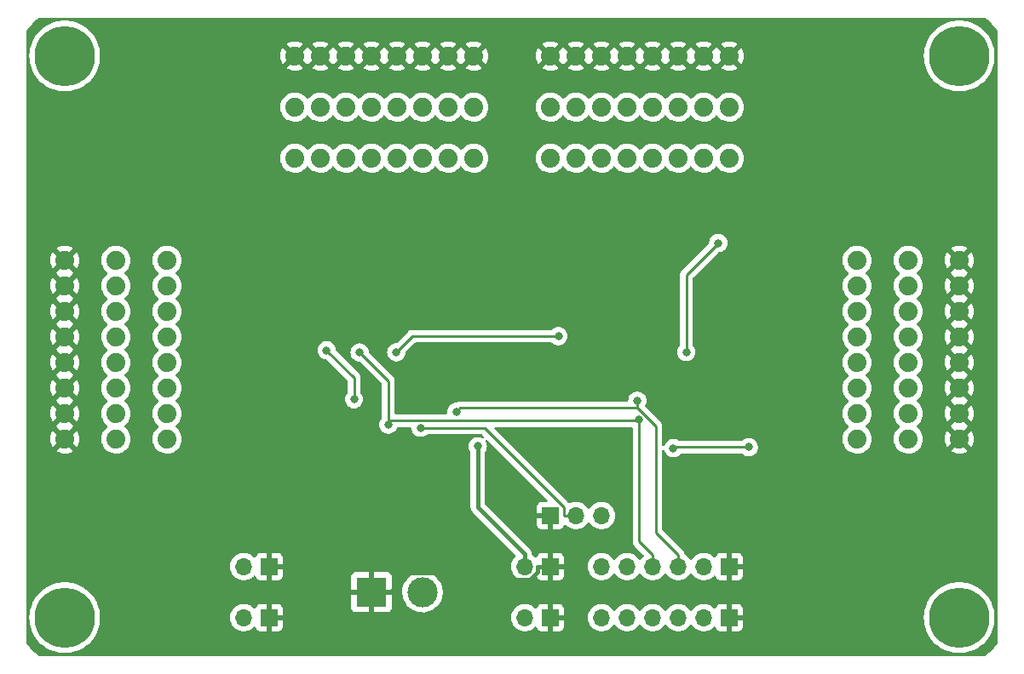
<source format=gbr>
G04 #@! TF.GenerationSoftware,KiCad,Pcbnew,6.0.7*
G04 #@! TF.CreationDate,2022-09-12T18:31:12+10:00*
G04 #@! TF.ProjectId,sr32gpo,73723332-6770-46f2-9e6b-696361645f70,rev?*
G04 #@! TF.SameCoordinates,Original*
G04 #@! TF.FileFunction,Copper,L2,Bot*
G04 #@! TF.FilePolarity,Positive*
%FSLAX46Y46*%
G04 Gerber Fmt 4.6, Leading zero omitted, Abs format (unit mm)*
G04 Created by KiCad (PCBNEW 6.0.7) date 2022-09-12 18:31:12*
%MOMM*%
%LPD*%
G01*
G04 APERTURE LIST*
G04 #@! TA.AperFunction,ComponentPad*
%ADD10C,6.000000*%
G04 #@! TD*
G04 #@! TA.AperFunction,ComponentPad*
%ADD11C,1.879600*%
G04 #@! TD*
G04 #@! TA.AperFunction,ComponentPad*
%ADD12R,1.700000X1.700000*%
G04 #@! TD*
G04 #@! TA.AperFunction,ComponentPad*
%ADD13O,1.700000X1.700000*%
G04 #@! TD*
G04 #@! TA.AperFunction,ComponentPad*
%ADD14R,3.000000X3.000000*%
G04 #@! TD*
G04 #@! TA.AperFunction,ComponentPad*
%ADD15C,3.000000*%
G04 #@! TD*
G04 #@! TA.AperFunction,ViaPad*
%ADD16C,0.800000*%
G04 #@! TD*
G04 #@! TA.AperFunction,Conductor*
%ADD17C,0.400000*%
G04 #@! TD*
G04 #@! TA.AperFunction,Conductor*
%ADD18C,0.250000*%
G04 #@! TD*
G04 APERTURE END LIST*
D10*
X78740000Y-45720000D03*
X167640000Y-45720000D03*
D11*
X157480000Y-83820000D03*
X157480000Y-81280000D03*
X157480000Y-78740000D03*
X157480000Y-76200000D03*
X157480000Y-73660000D03*
X157480000Y-71120000D03*
X157480000Y-68580000D03*
X157480000Y-66040000D03*
X162560000Y-83820000D03*
X162560000Y-81280000D03*
X162560000Y-78740000D03*
X162560000Y-76200000D03*
X162560000Y-73660000D03*
X162560000Y-71120000D03*
X162560000Y-68580000D03*
X162560000Y-66040000D03*
X144780000Y-55880000D03*
X142240000Y-55880000D03*
X139700000Y-55880000D03*
X137160000Y-55880000D03*
X134620000Y-55880000D03*
X132080000Y-55880000D03*
X129540000Y-55880000D03*
X127000000Y-55880000D03*
X144780000Y-50800000D03*
X142240000Y-50800000D03*
X139700000Y-50800000D03*
X137160000Y-50800000D03*
X134620000Y-50800000D03*
X132080000Y-50800000D03*
X129540000Y-50800000D03*
X127000000Y-50800000D03*
X119380000Y-55880000D03*
X116840000Y-55880000D03*
X114300000Y-55880000D03*
X111760000Y-55880000D03*
X109220000Y-55880000D03*
X106680000Y-55880000D03*
X104140000Y-55880000D03*
X101600000Y-55880000D03*
X119380000Y-50800000D03*
X116840000Y-50800000D03*
X114300000Y-50800000D03*
X111760000Y-50800000D03*
X109220000Y-50800000D03*
X106680000Y-50800000D03*
X104140000Y-50800000D03*
X101600000Y-50800000D03*
D12*
X127000000Y-91440000D03*
D13*
X129540000Y-91440000D03*
X132080000Y-91440000D03*
D11*
X88900000Y-66040000D03*
X88900000Y-68580000D03*
X88900000Y-71120000D03*
X88900000Y-73660000D03*
X88900000Y-76200000D03*
X88900000Y-78740000D03*
X88900000Y-81280000D03*
X88900000Y-83820000D03*
X83820000Y-66040000D03*
X83820000Y-68580000D03*
X83820000Y-71120000D03*
X83820000Y-73660000D03*
X83820000Y-76200000D03*
X83820000Y-78740000D03*
X83820000Y-81280000D03*
X83820000Y-83820000D03*
X127000000Y-45720000D03*
X129540000Y-45720000D03*
X132080000Y-45720000D03*
X134620000Y-45720000D03*
X137160000Y-45720000D03*
X139700000Y-45720000D03*
X142240000Y-45720000D03*
X144780000Y-45720000D03*
X101600000Y-45720000D03*
X104140000Y-45720000D03*
X106680000Y-45720000D03*
X109220000Y-45720000D03*
X111760000Y-45720000D03*
X114300000Y-45720000D03*
X116840000Y-45720000D03*
X119380000Y-45720000D03*
X78740000Y-83820000D03*
X78740000Y-81280000D03*
X78740000Y-78740000D03*
X78740000Y-76200000D03*
X78740000Y-73660000D03*
X78740000Y-71120000D03*
X78740000Y-68580000D03*
X78740000Y-66040000D03*
X167640000Y-66040000D03*
X167640000Y-68580000D03*
X167640000Y-71120000D03*
X167640000Y-73660000D03*
X167640000Y-76200000D03*
X167640000Y-78740000D03*
X167640000Y-81280000D03*
X167640000Y-83820000D03*
D12*
X127000000Y-96520000D03*
D13*
X124460000Y-96520000D03*
D12*
X144780000Y-101600000D03*
D13*
X142240000Y-101600000D03*
X139700000Y-101600000D03*
X137160000Y-101600000D03*
X134620000Y-101600000D03*
X132080000Y-101600000D03*
D10*
X78740000Y-101600000D03*
X167640000Y-101600000D03*
D12*
X144780000Y-96520000D03*
D13*
X142240000Y-96520000D03*
X139700000Y-96520000D03*
X137160000Y-96520000D03*
X134620000Y-96520000D03*
X132080000Y-96520000D03*
D12*
X99060000Y-101600000D03*
D13*
X96520000Y-101600000D03*
D14*
X109220000Y-99060000D03*
D15*
X114300000Y-99060000D03*
D12*
X99060000Y-96520000D03*
D13*
X96520000Y-96520000D03*
D12*
X127000000Y-101600000D03*
D13*
X124460000Y-101600000D03*
D16*
X130810000Y-76200000D03*
X129540000Y-83820000D03*
X121920000Y-76200000D03*
X139227500Y-84734900D03*
X146715200Y-84636200D03*
X140512400Y-75175400D03*
X143688800Y-64325000D03*
X127816300Y-73595000D03*
X111697800Y-75194400D03*
X107492200Y-79863400D03*
X104765800Y-75006400D03*
X110905200Y-82394900D03*
X108044400Y-75214600D03*
X135808900Y-81925600D03*
X117656000Y-81129800D03*
X135644700Y-80010000D03*
X114103300Y-82716900D03*
X119788400Y-84553800D03*
D17*
X125749700Y-97067000D02*
X124977600Y-97839100D01*
X116451300Y-97159700D02*
X113020600Y-97159700D01*
X124977600Y-97839100D02*
X117130700Y-97839100D01*
X117130700Y-97839100D02*
X116451300Y-97159700D01*
X109220000Y-99060000D02*
X111120300Y-99060000D01*
X125749700Y-96520000D02*
X125749700Y-97067000D01*
X127000000Y-96520000D02*
X125749700Y-96520000D01*
X113020600Y-97159700D02*
X111120300Y-99060000D01*
D18*
X139227500Y-84734900D02*
X139326200Y-84636200D01*
X139326200Y-84636200D02*
X146715200Y-84636200D01*
X140512400Y-67501400D02*
X143688800Y-64325000D01*
X140512400Y-75175400D02*
X140512400Y-67501400D01*
X111697800Y-75194400D02*
X113297200Y-73595000D01*
X113297200Y-73595000D02*
X127816300Y-73595000D01*
X107492200Y-77732800D02*
X104765800Y-75006400D01*
X107492200Y-79863400D02*
X107492200Y-77732800D01*
X135808900Y-81991600D02*
X135808900Y-81925600D01*
X110905200Y-78075400D02*
X108044400Y-75214600D01*
X110905200Y-82394900D02*
X110905200Y-81991600D01*
X135808900Y-81991600D02*
X110905200Y-81991600D01*
X137160000Y-96520000D02*
X137160000Y-95344700D01*
X110905200Y-81991600D02*
X110905200Y-78075400D01*
X135808900Y-93993600D02*
X135808900Y-81991600D01*
X137160000Y-95344700D02*
X135808900Y-93993600D01*
X135632600Y-80717700D02*
X137479100Y-82564200D01*
X135632600Y-80717700D02*
X135632600Y-80022100D01*
X135632600Y-80022100D02*
X135644700Y-80010000D01*
X117656000Y-81129800D02*
X118068100Y-80717700D01*
X139700000Y-96520000D02*
X139700000Y-95344700D01*
X137479100Y-82564200D02*
X137479100Y-93123800D01*
X137479100Y-93123800D02*
X139700000Y-95344700D01*
X118068100Y-80717700D02*
X135632600Y-80717700D01*
X128364700Y-91440000D02*
X128364700Y-90632000D01*
X120449600Y-82716900D02*
X114103300Y-82716900D01*
X128364700Y-90632000D02*
X120449600Y-82716900D01*
X129540000Y-91440000D02*
X128364700Y-91440000D01*
D17*
X119788400Y-90598100D02*
X119788400Y-84553800D01*
X124460000Y-95269700D02*
X119788400Y-90598100D01*
X124460000Y-96520000D02*
X124460000Y-95269700D01*
G04 #@! TA.AperFunction,Conductor*
G36*
X170190664Y-41929733D02*
G01*
X170257468Y-41972292D01*
X170266472Y-41978597D01*
X170574138Y-42214678D01*
X170582558Y-42221743D01*
X170650843Y-42284314D01*
X170753781Y-42378639D01*
X170868483Y-42483744D01*
X170876252Y-42491513D01*
X170894956Y-42511925D01*
X171138257Y-42777442D01*
X171145322Y-42785862D01*
X171381403Y-43093528D01*
X171387708Y-43102532D01*
X171430267Y-43169336D01*
X171450000Y-43237036D01*
X171450000Y-104082964D01*
X171430267Y-104150664D01*
X171387708Y-104217468D01*
X171381403Y-104226472D01*
X171145322Y-104534138D01*
X171138257Y-104542558D01*
X170892499Y-104810757D01*
X170876256Y-104828483D01*
X170868487Y-104836252D01*
X170683270Y-105005972D01*
X170582558Y-105098257D01*
X170574138Y-105105322D01*
X170266472Y-105341403D01*
X170257468Y-105347708D01*
X170190664Y-105390267D01*
X170122964Y-105410000D01*
X76257036Y-105410000D01*
X76189336Y-105390267D01*
X76122532Y-105347708D01*
X76113528Y-105341403D01*
X75805862Y-105105322D01*
X75797442Y-105098257D01*
X75696730Y-105005972D01*
X75511513Y-104836252D01*
X75503744Y-104828483D01*
X75487502Y-104810757D01*
X75241743Y-104542558D01*
X75234678Y-104534138D01*
X74998597Y-104226472D01*
X74992292Y-104217468D01*
X74949733Y-104150664D01*
X74930000Y-104082964D01*
X74930000Y-101600000D01*
X75226685Y-101600000D01*
X75245931Y-101967241D01*
X75246444Y-101970481D01*
X75246445Y-101970489D01*
X75252329Y-102007639D01*
X75303459Y-102330459D01*
X75398639Y-102685674D01*
X75399824Y-102688762D01*
X75399825Y-102688764D01*
X75430199Y-102767892D01*
X75530427Y-103028994D01*
X75697380Y-103356657D01*
X75897668Y-103665075D01*
X76129098Y-103950867D01*
X76389133Y-104210902D01*
X76674925Y-104442332D01*
X76983342Y-104642620D01*
X76986276Y-104644115D01*
X76986283Y-104644119D01*
X77308066Y-104808075D01*
X77311006Y-104809573D01*
X77654326Y-104941361D01*
X78009541Y-105036541D01*
X78202558Y-105067112D01*
X78369511Y-105093555D01*
X78369519Y-105093556D01*
X78372759Y-105094069D01*
X78740000Y-105113315D01*
X79107241Y-105094069D01*
X79110481Y-105093556D01*
X79110489Y-105093555D01*
X79277442Y-105067112D01*
X79470459Y-105036541D01*
X79825674Y-104941361D01*
X80168994Y-104809573D01*
X80171934Y-104808075D01*
X80493717Y-104644119D01*
X80493724Y-104644115D01*
X80496658Y-104642620D01*
X80805075Y-104442332D01*
X81090867Y-104210902D01*
X81350902Y-103950867D01*
X81582332Y-103665075D01*
X81782620Y-103356657D01*
X81949573Y-103028994D01*
X82049801Y-102767892D01*
X82080175Y-102688764D01*
X82080176Y-102688762D01*
X82081361Y-102685674D01*
X82176541Y-102330459D01*
X82227671Y-102007639D01*
X82233555Y-101970489D01*
X82233556Y-101970481D01*
X82234069Y-101967241D01*
X82253315Y-101600000D01*
X82251570Y-101566695D01*
X95157251Y-101566695D01*
X95157548Y-101571848D01*
X95157548Y-101571851D01*
X95159895Y-101612552D01*
X95170110Y-101789715D01*
X95171247Y-101794761D01*
X95171248Y-101794767D01*
X95185606Y-101858475D01*
X95219222Y-102007639D01*
X95303266Y-102214616D01*
X95354942Y-102298944D01*
X95417291Y-102400688D01*
X95419987Y-102405088D01*
X95566250Y-102573938D01*
X95738126Y-102716632D01*
X95931000Y-102829338D01*
X96139692Y-102909030D01*
X96144760Y-102910061D01*
X96144763Y-102910062D01*
X96252017Y-102931883D01*
X96358597Y-102953567D01*
X96363772Y-102953757D01*
X96363774Y-102953757D01*
X96576673Y-102961564D01*
X96576677Y-102961564D01*
X96581837Y-102961753D01*
X96586957Y-102961097D01*
X96586959Y-102961097D01*
X96798288Y-102934025D01*
X96798289Y-102934025D01*
X96803416Y-102933368D01*
X96808366Y-102931883D01*
X97012429Y-102870661D01*
X97012434Y-102870659D01*
X97017384Y-102869174D01*
X97217994Y-102770896D01*
X97399860Y-102641173D01*
X97467331Y-102573938D01*
X97508479Y-102532933D01*
X97570851Y-102499017D01*
X97641658Y-102504205D01*
X97698419Y-102546851D01*
X97715401Y-102577954D01*
X97756676Y-102688054D01*
X97765214Y-102703649D01*
X97841715Y-102805724D01*
X97854276Y-102818285D01*
X97956351Y-102894786D01*
X97971946Y-102903324D01*
X98092394Y-102948478D01*
X98107649Y-102952105D01*
X98158514Y-102957631D01*
X98165328Y-102958000D01*
X98787885Y-102958000D01*
X98803124Y-102953525D01*
X98804329Y-102952135D01*
X98806000Y-102944452D01*
X98806000Y-102939884D01*
X99314000Y-102939884D01*
X99318475Y-102955123D01*
X99319865Y-102956328D01*
X99327548Y-102957999D01*
X99954669Y-102957999D01*
X99961490Y-102957629D01*
X100012352Y-102952105D01*
X100027604Y-102948479D01*
X100148054Y-102903324D01*
X100163649Y-102894786D01*
X100265724Y-102818285D01*
X100278285Y-102805724D01*
X100354786Y-102703649D01*
X100363324Y-102688054D01*
X100408478Y-102567606D01*
X100412105Y-102552351D01*
X100417631Y-102501486D01*
X100418000Y-102494672D01*
X100418000Y-101872115D01*
X100413525Y-101856876D01*
X100412135Y-101855671D01*
X100404452Y-101854000D01*
X99332115Y-101854000D01*
X99316876Y-101858475D01*
X99315671Y-101859865D01*
X99314000Y-101867548D01*
X99314000Y-102939884D01*
X98806000Y-102939884D01*
X98806000Y-101566695D01*
X123097251Y-101566695D01*
X123097548Y-101571848D01*
X123097548Y-101571851D01*
X123099895Y-101612552D01*
X123110110Y-101789715D01*
X123111247Y-101794761D01*
X123111248Y-101794767D01*
X123125606Y-101858475D01*
X123159222Y-102007639D01*
X123243266Y-102214616D01*
X123294942Y-102298944D01*
X123357291Y-102400688D01*
X123359987Y-102405088D01*
X123506250Y-102573938D01*
X123678126Y-102716632D01*
X123871000Y-102829338D01*
X124079692Y-102909030D01*
X124084760Y-102910061D01*
X124084763Y-102910062D01*
X124192017Y-102931883D01*
X124298597Y-102953567D01*
X124303772Y-102953757D01*
X124303774Y-102953757D01*
X124516673Y-102961564D01*
X124516677Y-102961564D01*
X124521837Y-102961753D01*
X124526957Y-102961097D01*
X124526959Y-102961097D01*
X124738288Y-102934025D01*
X124738289Y-102934025D01*
X124743416Y-102933368D01*
X124748366Y-102931883D01*
X124952429Y-102870661D01*
X124952434Y-102870659D01*
X124957384Y-102869174D01*
X125157994Y-102770896D01*
X125339860Y-102641173D01*
X125407331Y-102573938D01*
X125448479Y-102532933D01*
X125510851Y-102499017D01*
X125581658Y-102504205D01*
X125638419Y-102546851D01*
X125655401Y-102577954D01*
X125696676Y-102688054D01*
X125705214Y-102703649D01*
X125781715Y-102805724D01*
X125794276Y-102818285D01*
X125896351Y-102894786D01*
X125911946Y-102903324D01*
X126032394Y-102948478D01*
X126047649Y-102952105D01*
X126098514Y-102957631D01*
X126105328Y-102958000D01*
X126727885Y-102958000D01*
X126743124Y-102953525D01*
X126744329Y-102952135D01*
X126746000Y-102944452D01*
X126746000Y-102939884D01*
X127254000Y-102939884D01*
X127258475Y-102955123D01*
X127259865Y-102956328D01*
X127267548Y-102957999D01*
X127894669Y-102957999D01*
X127901490Y-102957629D01*
X127952352Y-102952105D01*
X127967604Y-102948479D01*
X128088054Y-102903324D01*
X128103649Y-102894786D01*
X128205724Y-102818285D01*
X128218285Y-102805724D01*
X128294786Y-102703649D01*
X128303324Y-102688054D01*
X128348478Y-102567606D01*
X128352105Y-102552351D01*
X128357631Y-102501486D01*
X128358000Y-102494672D01*
X128358000Y-101872115D01*
X128353525Y-101856876D01*
X128352135Y-101855671D01*
X128344452Y-101854000D01*
X127272115Y-101854000D01*
X127256876Y-101858475D01*
X127255671Y-101859865D01*
X127254000Y-101867548D01*
X127254000Y-102939884D01*
X126746000Y-102939884D01*
X126746000Y-101566695D01*
X130717251Y-101566695D01*
X130717548Y-101571848D01*
X130717548Y-101571851D01*
X130719895Y-101612552D01*
X130730110Y-101789715D01*
X130731247Y-101794761D01*
X130731248Y-101794767D01*
X130745606Y-101858475D01*
X130779222Y-102007639D01*
X130863266Y-102214616D01*
X130914942Y-102298944D01*
X130977291Y-102400688D01*
X130979987Y-102405088D01*
X131126250Y-102573938D01*
X131298126Y-102716632D01*
X131491000Y-102829338D01*
X131699692Y-102909030D01*
X131704760Y-102910061D01*
X131704763Y-102910062D01*
X131812017Y-102931883D01*
X131918597Y-102953567D01*
X131923772Y-102953757D01*
X131923774Y-102953757D01*
X132136673Y-102961564D01*
X132136677Y-102961564D01*
X132141837Y-102961753D01*
X132146957Y-102961097D01*
X132146959Y-102961097D01*
X132358288Y-102934025D01*
X132358289Y-102934025D01*
X132363416Y-102933368D01*
X132368366Y-102931883D01*
X132572429Y-102870661D01*
X132572434Y-102870659D01*
X132577384Y-102869174D01*
X132777994Y-102770896D01*
X132959860Y-102641173D01*
X133118096Y-102483489D01*
X133177594Y-102400689D01*
X133248453Y-102302077D01*
X133249776Y-102303028D01*
X133296645Y-102259857D01*
X133366580Y-102247625D01*
X133432026Y-102275144D01*
X133459875Y-102306994D01*
X133519987Y-102405088D01*
X133666250Y-102573938D01*
X133838126Y-102716632D01*
X134031000Y-102829338D01*
X134239692Y-102909030D01*
X134244760Y-102910061D01*
X134244763Y-102910062D01*
X134352017Y-102931883D01*
X134458597Y-102953567D01*
X134463772Y-102953757D01*
X134463774Y-102953757D01*
X134676673Y-102961564D01*
X134676677Y-102961564D01*
X134681837Y-102961753D01*
X134686957Y-102961097D01*
X134686959Y-102961097D01*
X134898288Y-102934025D01*
X134898289Y-102934025D01*
X134903416Y-102933368D01*
X134908366Y-102931883D01*
X135112429Y-102870661D01*
X135112434Y-102870659D01*
X135117384Y-102869174D01*
X135317994Y-102770896D01*
X135499860Y-102641173D01*
X135658096Y-102483489D01*
X135717594Y-102400689D01*
X135788453Y-102302077D01*
X135789776Y-102303028D01*
X135836645Y-102259857D01*
X135906580Y-102247625D01*
X135972026Y-102275144D01*
X135999875Y-102306994D01*
X136059987Y-102405088D01*
X136206250Y-102573938D01*
X136378126Y-102716632D01*
X136571000Y-102829338D01*
X136779692Y-102909030D01*
X136784760Y-102910061D01*
X136784763Y-102910062D01*
X136892017Y-102931883D01*
X136998597Y-102953567D01*
X137003772Y-102953757D01*
X137003774Y-102953757D01*
X137216673Y-102961564D01*
X137216677Y-102961564D01*
X137221837Y-102961753D01*
X137226957Y-102961097D01*
X137226959Y-102961097D01*
X137438288Y-102934025D01*
X137438289Y-102934025D01*
X137443416Y-102933368D01*
X137448366Y-102931883D01*
X137652429Y-102870661D01*
X137652434Y-102870659D01*
X137657384Y-102869174D01*
X137857994Y-102770896D01*
X138039860Y-102641173D01*
X138198096Y-102483489D01*
X138257594Y-102400689D01*
X138328453Y-102302077D01*
X138329776Y-102303028D01*
X138376645Y-102259857D01*
X138446580Y-102247625D01*
X138512026Y-102275144D01*
X138539875Y-102306994D01*
X138599987Y-102405088D01*
X138746250Y-102573938D01*
X138918126Y-102716632D01*
X139111000Y-102829338D01*
X139319692Y-102909030D01*
X139324760Y-102910061D01*
X139324763Y-102910062D01*
X139432017Y-102931883D01*
X139538597Y-102953567D01*
X139543772Y-102953757D01*
X139543774Y-102953757D01*
X139756673Y-102961564D01*
X139756677Y-102961564D01*
X139761837Y-102961753D01*
X139766957Y-102961097D01*
X139766959Y-102961097D01*
X139978288Y-102934025D01*
X139978289Y-102934025D01*
X139983416Y-102933368D01*
X139988366Y-102931883D01*
X140192429Y-102870661D01*
X140192434Y-102870659D01*
X140197384Y-102869174D01*
X140397994Y-102770896D01*
X140579860Y-102641173D01*
X140738096Y-102483489D01*
X140797594Y-102400689D01*
X140868453Y-102302077D01*
X140869776Y-102303028D01*
X140916645Y-102259857D01*
X140986580Y-102247625D01*
X141052026Y-102275144D01*
X141079875Y-102306994D01*
X141139987Y-102405088D01*
X141286250Y-102573938D01*
X141458126Y-102716632D01*
X141651000Y-102829338D01*
X141859692Y-102909030D01*
X141864760Y-102910061D01*
X141864763Y-102910062D01*
X141972017Y-102931883D01*
X142078597Y-102953567D01*
X142083772Y-102953757D01*
X142083774Y-102953757D01*
X142296673Y-102961564D01*
X142296677Y-102961564D01*
X142301837Y-102961753D01*
X142306957Y-102961097D01*
X142306959Y-102961097D01*
X142518288Y-102934025D01*
X142518289Y-102934025D01*
X142523416Y-102933368D01*
X142528366Y-102931883D01*
X142732429Y-102870661D01*
X142732434Y-102870659D01*
X142737384Y-102869174D01*
X142937994Y-102770896D01*
X143119860Y-102641173D01*
X143187331Y-102573938D01*
X143228479Y-102532933D01*
X143290851Y-102499017D01*
X143361658Y-102504205D01*
X143418419Y-102546851D01*
X143435401Y-102577954D01*
X143476676Y-102688054D01*
X143485214Y-102703649D01*
X143561715Y-102805724D01*
X143574276Y-102818285D01*
X143676351Y-102894786D01*
X143691946Y-102903324D01*
X143812394Y-102948478D01*
X143827649Y-102952105D01*
X143878514Y-102957631D01*
X143885328Y-102958000D01*
X144507885Y-102958000D01*
X144523124Y-102953525D01*
X144524329Y-102952135D01*
X144526000Y-102944452D01*
X144526000Y-102939884D01*
X145034000Y-102939884D01*
X145038475Y-102955123D01*
X145039865Y-102956328D01*
X145047548Y-102957999D01*
X145674669Y-102957999D01*
X145681490Y-102957629D01*
X145732352Y-102952105D01*
X145747604Y-102948479D01*
X145868054Y-102903324D01*
X145883649Y-102894786D01*
X145985724Y-102818285D01*
X145998285Y-102805724D01*
X146074786Y-102703649D01*
X146083324Y-102688054D01*
X146128478Y-102567606D01*
X146132105Y-102552351D01*
X146137631Y-102501486D01*
X146138000Y-102494672D01*
X146138000Y-101872115D01*
X146133525Y-101856876D01*
X146132135Y-101855671D01*
X146124452Y-101854000D01*
X145052115Y-101854000D01*
X145036876Y-101858475D01*
X145035671Y-101859865D01*
X145034000Y-101867548D01*
X145034000Y-102939884D01*
X144526000Y-102939884D01*
X144526000Y-101600000D01*
X164126685Y-101600000D01*
X164145931Y-101967241D01*
X164146444Y-101970481D01*
X164146445Y-101970489D01*
X164152329Y-102007639D01*
X164203459Y-102330459D01*
X164298639Y-102685674D01*
X164299824Y-102688762D01*
X164299825Y-102688764D01*
X164330199Y-102767892D01*
X164430427Y-103028994D01*
X164597380Y-103356657D01*
X164797668Y-103665075D01*
X165029098Y-103950867D01*
X165289133Y-104210902D01*
X165574925Y-104442332D01*
X165883342Y-104642620D01*
X165886276Y-104644115D01*
X165886283Y-104644119D01*
X166208066Y-104808075D01*
X166211006Y-104809573D01*
X166554326Y-104941361D01*
X166909541Y-105036541D01*
X167102558Y-105067112D01*
X167269511Y-105093555D01*
X167269519Y-105093556D01*
X167272759Y-105094069D01*
X167640000Y-105113315D01*
X168007241Y-105094069D01*
X168010481Y-105093556D01*
X168010489Y-105093555D01*
X168177442Y-105067112D01*
X168370459Y-105036541D01*
X168725674Y-104941361D01*
X169068994Y-104809573D01*
X169071934Y-104808075D01*
X169393717Y-104644119D01*
X169393724Y-104644115D01*
X169396658Y-104642620D01*
X169705075Y-104442332D01*
X169990867Y-104210902D01*
X170250902Y-103950867D01*
X170482332Y-103665075D01*
X170682620Y-103356657D01*
X170849573Y-103028994D01*
X170949801Y-102767892D01*
X170980175Y-102688764D01*
X170980176Y-102688762D01*
X170981361Y-102685674D01*
X171076541Y-102330459D01*
X171127671Y-102007639D01*
X171133555Y-101970489D01*
X171133556Y-101970481D01*
X171134069Y-101967241D01*
X171153315Y-101600000D01*
X171134069Y-101232759D01*
X171130920Y-101212873D01*
X171090209Y-100955840D01*
X171076541Y-100869541D01*
X170981361Y-100514326D01*
X170849573Y-100171006D01*
X170831204Y-100134955D01*
X170684119Y-99846284D01*
X170684115Y-99846277D01*
X170682620Y-99843343D01*
X170482332Y-99534925D01*
X170250902Y-99249133D01*
X169990867Y-98989098D01*
X169705075Y-98757668D01*
X169396658Y-98557380D01*
X169393724Y-98555885D01*
X169393717Y-98555881D01*
X169071934Y-98391925D01*
X169068994Y-98390427D01*
X168725674Y-98258639D01*
X168370459Y-98163459D01*
X168177442Y-98132888D01*
X168010489Y-98106445D01*
X168010481Y-98106444D01*
X168007241Y-98105931D01*
X167640000Y-98086685D01*
X167272759Y-98105931D01*
X167269519Y-98106444D01*
X167269511Y-98106445D01*
X167102558Y-98132888D01*
X166909541Y-98163459D01*
X166554326Y-98258639D01*
X166211006Y-98390427D01*
X166208066Y-98391925D01*
X165886284Y-98555881D01*
X165886277Y-98555885D01*
X165883343Y-98557380D01*
X165574925Y-98757668D01*
X165289133Y-98989098D01*
X165029098Y-99249133D01*
X164797668Y-99534925D01*
X164597380Y-99843343D01*
X164595885Y-99846277D01*
X164595881Y-99846284D01*
X164448796Y-100134955D01*
X164430427Y-100171006D01*
X164298639Y-100514326D01*
X164203459Y-100869541D01*
X164189791Y-100955840D01*
X164149081Y-101212873D01*
X164145931Y-101232759D01*
X164126685Y-101600000D01*
X144526000Y-101600000D01*
X144526000Y-101327885D01*
X145034000Y-101327885D01*
X145038475Y-101343124D01*
X145039865Y-101344329D01*
X145047548Y-101346000D01*
X146119884Y-101346000D01*
X146135123Y-101341525D01*
X146136328Y-101340135D01*
X146137999Y-101332452D01*
X146137999Y-100705331D01*
X146137629Y-100698510D01*
X146132105Y-100647648D01*
X146128479Y-100632396D01*
X146083324Y-100511946D01*
X146074786Y-100496351D01*
X145998285Y-100394276D01*
X145985724Y-100381715D01*
X145883649Y-100305214D01*
X145868054Y-100296676D01*
X145747606Y-100251522D01*
X145732351Y-100247895D01*
X145681486Y-100242369D01*
X145674672Y-100242000D01*
X145052115Y-100242000D01*
X145036876Y-100246475D01*
X145035671Y-100247865D01*
X145034000Y-100255548D01*
X145034000Y-101327885D01*
X144526000Y-101327885D01*
X144526000Y-100260116D01*
X144521525Y-100244877D01*
X144520135Y-100243672D01*
X144512452Y-100242001D01*
X143885331Y-100242001D01*
X143878510Y-100242371D01*
X143827648Y-100247895D01*
X143812396Y-100251521D01*
X143691946Y-100296676D01*
X143676351Y-100305214D01*
X143574276Y-100381715D01*
X143561715Y-100394276D01*
X143485214Y-100496351D01*
X143476676Y-100511946D01*
X143435297Y-100622322D01*
X143392655Y-100679087D01*
X143326093Y-100703786D01*
X143256744Y-100688578D01*
X143224121Y-100662891D01*
X143173151Y-100606876D01*
X143173145Y-100606870D01*
X143169670Y-100603051D01*
X143165619Y-100599852D01*
X143165615Y-100599848D01*
X142998414Y-100467800D01*
X142998410Y-100467798D01*
X142994359Y-100464598D01*
X142798789Y-100356638D01*
X142793920Y-100354914D01*
X142793916Y-100354912D01*
X142593087Y-100283795D01*
X142593083Y-100283794D01*
X142588212Y-100282069D01*
X142583119Y-100281162D01*
X142583116Y-100281161D01*
X142373373Y-100243800D01*
X142373367Y-100243799D01*
X142368284Y-100242894D01*
X142294452Y-100241992D01*
X142150081Y-100240228D01*
X142150079Y-100240228D01*
X142144911Y-100240165D01*
X141924091Y-100273955D01*
X141711756Y-100343357D01*
X141513607Y-100446507D01*
X141509474Y-100449610D01*
X141509471Y-100449612D01*
X141339100Y-100577530D01*
X141334965Y-100580635D01*
X141180629Y-100742138D01*
X141073201Y-100899621D01*
X141018293Y-100944621D01*
X140947768Y-100952792D01*
X140884021Y-100921538D01*
X140863324Y-100897054D01*
X140782822Y-100772617D01*
X140782820Y-100772614D01*
X140780014Y-100768277D01*
X140629670Y-100603051D01*
X140625619Y-100599852D01*
X140625615Y-100599848D01*
X140458414Y-100467800D01*
X140458410Y-100467798D01*
X140454359Y-100464598D01*
X140258789Y-100356638D01*
X140253920Y-100354914D01*
X140253916Y-100354912D01*
X140053087Y-100283795D01*
X140053083Y-100283794D01*
X140048212Y-100282069D01*
X140043119Y-100281162D01*
X140043116Y-100281161D01*
X139833373Y-100243800D01*
X139833367Y-100243799D01*
X139828284Y-100242894D01*
X139754452Y-100241992D01*
X139610081Y-100240228D01*
X139610079Y-100240228D01*
X139604911Y-100240165D01*
X139384091Y-100273955D01*
X139171756Y-100343357D01*
X138973607Y-100446507D01*
X138969474Y-100449610D01*
X138969471Y-100449612D01*
X138799100Y-100577530D01*
X138794965Y-100580635D01*
X138640629Y-100742138D01*
X138533201Y-100899621D01*
X138478293Y-100944621D01*
X138407768Y-100952792D01*
X138344021Y-100921538D01*
X138323324Y-100897054D01*
X138242822Y-100772617D01*
X138242820Y-100772614D01*
X138240014Y-100768277D01*
X138089670Y-100603051D01*
X138085619Y-100599852D01*
X138085615Y-100599848D01*
X137918414Y-100467800D01*
X137918410Y-100467798D01*
X137914359Y-100464598D01*
X137718789Y-100356638D01*
X137713920Y-100354914D01*
X137713916Y-100354912D01*
X137513087Y-100283795D01*
X137513083Y-100283794D01*
X137508212Y-100282069D01*
X137503119Y-100281162D01*
X137503116Y-100281161D01*
X137293373Y-100243800D01*
X137293367Y-100243799D01*
X137288284Y-100242894D01*
X137214452Y-100241992D01*
X137070081Y-100240228D01*
X137070079Y-100240228D01*
X137064911Y-100240165D01*
X136844091Y-100273955D01*
X136631756Y-100343357D01*
X136433607Y-100446507D01*
X136429474Y-100449610D01*
X136429471Y-100449612D01*
X136259100Y-100577530D01*
X136254965Y-100580635D01*
X136100629Y-100742138D01*
X135993201Y-100899621D01*
X135938293Y-100944621D01*
X135867768Y-100952792D01*
X135804021Y-100921538D01*
X135783324Y-100897054D01*
X135702822Y-100772617D01*
X135702820Y-100772614D01*
X135700014Y-100768277D01*
X135549670Y-100603051D01*
X135545619Y-100599852D01*
X135545615Y-100599848D01*
X135378414Y-100467800D01*
X135378410Y-100467798D01*
X135374359Y-100464598D01*
X135178789Y-100356638D01*
X135173920Y-100354914D01*
X135173916Y-100354912D01*
X134973087Y-100283795D01*
X134973083Y-100283794D01*
X134968212Y-100282069D01*
X134963119Y-100281162D01*
X134963116Y-100281161D01*
X134753373Y-100243800D01*
X134753367Y-100243799D01*
X134748284Y-100242894D01*
X134674452Y-100241992D01*
X134530081Y-100240228D01*
X134530079Y-100240228D01*
X134524911Y-100240165D01*
X134304091Y-100273955D01*
X134091756Y-100343357D01*
X133893607Y-100446507D01*
X133889474Y-100449610D01*
X133889471Y-100449612D01*
X133719100Y-100577530D01*
X133714965Y-100580635D01*
X133560629Y-100742138D01*
X133453201Y-100899621D01*
X133398293Y-100944621D01*
X133327768Y-100952792D01*
X133264021Y-100921538D01*
X133243324Y-100897054D01*
X133162822Y-100772617D01*
X133162820Y-100772614D01*
X133160014Y-100768277D01*
X133009670Y-100603051D01*
X133005619Y-100599852D01*
X133005615Y-100599848D01*
X132838414Y-100467800D01*
X132838410Y-100467798D01*
X132834359Y-100464598D01*
X132638789Y-100356638D01*
X132633920Y-100354914D01*
X132633916Y-100354912D01*
X132433087Y-100283795D01*
X132433083Y-100283794D01*
X132428212Y-100282069D01*
X132423119Y-100281162D01*
X132423116Y-100281161D01*
X132213373Y-100243800D01*
X132213367Y-100243799D01*
X132208284Y-100242894D01*
X132134452Y-100241992D01*
X131990081Y-100240228D01*
X131990079Y-100240228D01*
X131984911Y-100240165D01*
X131764091Y-100273955D01*
X131551756Y-100343357D01*
X131353607Y-100446507D01*
X131349474Y-100449610D01*
X131349471Y-100449612D01*
X131179100Y-100577530D01*
X131174965Y-100580635D01*
X131020629Y-100742138D01*
X131017720Y-100746403D01*
X131017714Y-100746411D01*
X130959363Y-100831951D01*
X130894743Y-100926680D01*
X130858488Y-101004786D01*
X130843287Y-101037534D01*
X130800688Y-101129305D01*
X130740989Y-101344570D01*
X130717251Y-101566695D01*
X126746000Y-101566695D01*
X126746000Y-101327885D01*
X127254000Y-101327885D01*
X127258475Y-101343124D01*
X127259865Y-101344329D01*
X127267548Y-101346000D01*
X128339884Y-101346000D01*
X128355123Y-101341525D01*
X128356328Y-101340135D01*
X128357999Y-101332452D01*
X128357999Y-100705331D01*
X128357629Y-100698510D01*
X128352105Y-100647648D01*
X128348479Y-100632396D01*
X128303324Y-100511946D01*
X128294786Y-100496351D01*
X128218285Y-100394276D01*
X128205724Y-100381715D01*
X128103649Y-100305214D01*
X128088054Y-100296676D01*
X127967606Y-100251522D01*
X127952351Y-100247895D01*
X127901486Y-100242369D01*
X127894672Y-100242000D01*
X127272115Y-100242000D01*
X127256876Y-100246475D01*
X127255671Y-100247865D01*
X127254000Y-100255548D01*
X127254000Y-101327885D01*
X126746000Y-101327885D01*
X126746000Y-100260116D01*
X126741525Y-100244877D01*
X126740135Y-100243672D01*
X126732452Y-100242001D01*
X126105331Y-100242001D01*
X126098510Y-100242371D01*
X126047648Y-100247895D01*
X126032396Y-100251521D01*
X125911946Y-100296676D01*
X125896351Y-100305214D01*
X125794276Y-100381715D01*
X125781715Y-100394276D01*
X125705214Y-100496351D01*
X125696676Y-100511946D01*
X125655297Y-100622322D01*
X125612655Y-100679087D01*
X125546093Y-100703786D01*
X125476744Y-100688578D01*
X125444121Y-100662891D01*
X125393151Y-100606876D01*
X125393145Y-100606870D01*
X125389670Y-100603051D01*
X125385619Y-100599852D01*
X125385615Y-100599848D01*
X125218414Y-100467800D01*
X125218410Y-100467798D01*
X125214359Y-100464598D01*
X125018789Y-100356638D01*
X125013920Y-100354914D01*
X125013916Y-100354912D01*
X124813087Y-100283795D01*
X124813083Y-100283794D01*
X124808212Y-100282069D01*
X124803119Y-100281162D01*
X124803116Y-100281161D01*
X124593373Y-100243800D01*
X124593367Y-100243799D01*
X124588284Y-100242894D01*
X124514452Y-100241992D01*
X124370081Y-100240228D01*
X124370079Y-100240228D01*
X124364911Y-100240165D01*
X124144091Y-100273955D01*
X123931756Y-100343357D01*
X123733607Y-100446507D01*
X123729474Y-100449610D01*
X123729471Y-100449612D01*
X123559100Y-100577530D01*
X123554965Y-100580635D01*
X123400629Y-100742138D01*
X123397720Y-100746403D01*
X123397714Y-100746411D01*
X123339363Y-100831951D01*
X123274743Y-100926680D01*
X123238488Y-101004786D01*
X123223287Y-101037534D01*
X123180688Y-101129305D01*
X123120989Y-101344570D01*
X123097251Y-101566695D01*
X98806000Y-101566695D01*
X98806000Y-101327885D01*
X99314000Y-101327885D01*
X99318475Y-101343124D01*
X99319865Y-101344329D01*
X99327548Y-101346000D01*
X100399884Y-101346000D01*
X100415123Y-101341525D01*
X100416328Y-101340135D01*
X100417999Y-101332452D01*
X100417999Y-100705331D01*
X100417629Y-100698510D01*
X100412105Y-100647648D01*
X100408479Y-100632396D01*
X100398085Y-100604669D01*
X107212001Y-100604669D01*
X107212371Y-100611490D01*
X107217895Y-100662352D01*
X107221521Y-100677604D01*
X107266676Y-100798054D01*
X107275214Y-100813649D01*
X107351715Y-100915724D01*
X107364276Y-100928285D01*
X107466351Y-101004786D01*
X107481946Y-101013324D01*
X107602394Y-101058478D01*
X107617649Y-101062105D01*
X107668514Y-101067631D01*
X107675328Y-101068000D01*
X108947885Y-101068000D01*
X108963124Y-101063525D01*
X108964329Y-101062135D01*
X108966000Y-101054452D01*
X108966000Y-101049884D01*
X109474000Y-101049884D01*
X109478475Y-101065123D01*
X109479865Y-101066328D01*
X109487548Y-101067999D01*
X110764669Y-101067999D01*
X110771490Y-101067629D01*
X110822352Y-101062105D01*
X110837604Y-101058479D01*
X110958054Y-101013324D01*
X110973649Y-101004786D01*
X111075724Y-100928285D01*
X111088285Y-100915724D01*
X111164786Y-100813649D01*
X111173324Y-100798054D01*
X111218478Y-100677606D01*
X111222105Y-100662351D01*
X111227631Y-100611486D01*
X111228000Y-100604672D01*
X111228000Y-99332115D01*
X111223525Y-99316876D01*
X111222135Y-99315671D01*
X111214452Y-99314000D01*
X109492115Y-99314000D01*
X109476876Y-99318475D01*
X109475671Y-99319865D01*
X109474000Y-99327548D01*
X109474000Y-101049884D01*
X108966000Y-101049884D01*
X108966000Y-99332115D01*
X108961525Y-99316876D01*
X108960135Y-99315671D01*
X108952452Y-99314000D01*
X107230116Y-99314000D01*
X107214877Y-99318475D01*
X107213672Y-99319865D01*
X107212001Y-99327548D01*
X107212001Y-100604669D01*
X100398085Y-100604669D01*
X100363324Y-100511946D01*
X100354786Y-100496351D01*
X100278285Y-100394276D01*
X100265724Y-100381715D01*
X100163649Y-100305214D01*
X100148054Y-100296676D01*
X100027606Y-100251522D01*
X100012351Y-100247895D01*
X99961486Y-100242369D01*
X99954672Y-100242000D01*
X99332115Y-100242000D01*
X99316876Y-100246475D01*
X99315671Y-100247865D01*
X99314000Y-100255548D01*
X99314000Y-101327885D01*
X98806000Y-101327885D01*
X98806000Y-100260116D01*
X98801525Y-100244877D01*
X98800135Y-100243672D01*
X98792452Y-100242001D01*
X98165331Y-100242001D01*
X98158510Y-100242371D01*
X98107648Y-100247895D01*
X98092396Y-100251521D01*
X97971946Y-100296676D01*
X97956351Y-100305214D01*
X97854276Y-100381715D01*
X97841715Y-100394276D01*
X97765214Y-100496351D01*
X97756676Y-100511946D01*
X97715297Y-100622322D01*
X97672655Y-100679087D01*
X97606093Y-100703786D01*
X97536744Y-100688578D01*
X97504121Y-100662891D01*
X97453151Y-100606876D01*
X97453145Y-100606870D01*
X97449670Y-100603051D01*
X97445619Y-100599852D01*
X97445615Y-100599848D01*
X97278414Y-100467800D01*
X97278410Y-100467798D01*
X97274359Y-100464598D01*
X97078789Y-100356638D01*
X97073920Y-100354914D01*
X97073916Y-100354912D01*
X96873087Y-100283795D01*
X96873083Y-100283794D01*
X96868212Y-100282069D01*
X96863119Y-100281162D01*
X96863116Y-100281161D01*
X96653373Y-100243800D01*
X96653367Y-100243799D01*
X96648284Y-100242894D01*
X96574452Y-100241992D01*
X96430081Y-100240228D01*
X96430079Y-100240228D01*
X96424911Y-100240165D01*
X96204091Y-100273955D01*
X95991756Y-100343357D01*
X95793607Y-100446507D01*
X95789474Y-100449610D01*
X95789471Y-100449612D01*
X95619100Y-100577530D01*
X95614965Y-100580635D01*
X95460629Y-100742138D01*
X95457720Y-100746403D01*
X95457714Y-100746411D01*
X95399363Y-100831951D01*
X95334743Y-100926680D01*
X95298488Y-101004786D01*
X95283287Y-101037534D01*
X95240688Y-101129305D01*
X95180989Y-101344570D01*
X95157251Y-101566695D01*
X82251570Y-101566695D01*
X82234069Y-101232759D01*
X82230920Y-101212873D01*
X82190209Y-100955840D01*
X82176541Y-100869541D01*
X82081361Y-100514326D01*
X81949573Y-100171006D01*
X81931204Y-100134955D01*
X81784119Y-99846284D01*
X81784115Y-99846277D01*
X81782620Y-99843343D01*
X81582332Y-99534925D01*
X81350902Y-99249133D01*
X81140687Y-99038918D01*
X112286917Y-99038918D01*
X112302682Y-99312320D01*
X112303507Y-99316525D01*
X112303508Y-99316533D01*
X112314127Y-99370657D01*
X112355405Y-99581053D01*
X112356792Y-99585103D01*
X112356793Y-99585108D01*
X112377605Y-99645895D01*
X112444112Y-99840144D01*
X112567160Y-100084799D01*
X112569586Y-100088328D01*
X112569589Y-100088334D01*
X112702741Y-100282069D01*
X112722274Y-100310490D01*
X112725161Y-100313663D01*
X112725162Y-100313664D01*
X112903692Y-100509867D01*
X112906582Y-100513043D01*
X113116675Y-100688707D01*
X113120316Y-100690991D01*
X113345024Y-100831951D01*
X113345028Y-100831953D01*
X113348664Y-100834234D01*
X113473461Y-100890582D01*
X113594345Y-100945164D01*
X113594349Y-100945166D01*
X113598257Y-100946930D01*
X113602377Y-100948150D01*
X113602376Y-100948150D01*
X113856723Y-101023491D01*
X113856727Y-101023492D01*
X113860836Y-101024709D01*
X113865070Y-101025357D01*
X113865075Y-101025358D01*
X114127298Y-101065483D01*
X114127300Y-101065483D01*
X114131540Y-101066132D01*
X114270912Y-101068322D01*
X114401071Y-101070367D01*
X114401077Y-101070367D01*
X114405362Y-101070434D01*
X114677235Y-101037534D01*
X114942127Y-100968041D01*
X114946087Y-100966401D01*
X114946092Y-100966399D01*
X115113504Y-100897054D01*
X115195136Y-100863241D01*
X115357647Y-100768277D01*
X115427879Y-100727237D01*
X115427880Y-100727236D01*
X115431582Y-100725073D01*
X115647089Y-100556094D01*
X115688809Y-100513043D01*
X115834686Y-100362509D01*
X115837669Y-100359431D01*
X115840202Y-100355983D01*
X115840206Y-100355978D01*
X115997257Y-100142178D01*
X115999795Y-100138723D01*
X116027154Y-100088334D01*
X116128418Y-99901830D01*
X116128419Y-99901828D01*
X116130468Y-99898054D01*
X116227269Y-99641877D01*
X116288407Y-99374933D01*
X116292229Y-99332115D01*
X116312531Y-99104627D01*
X116312531Y-99104625D01*
X116312751Y-99102161D01*
X116313193Y-99060000D01*
X116308519Y-98991442D01*
X116294859Y-98791055D01*
X116294858Y-98791049D01*
X116294567Y-98786778D01*
X116288166Y-98755866D01*
X116247433Y-98559178D01*
X116239032Y-98518612D01*
X116147617Y-98260465D01*
X116022013Y-98017112D01*
X116012040Y-98002921D01*
X115926881Y-97881753D01*
X115864545Y-97793057D01*
X115766820Y-97687892D01*
X115681046Y-97595588D01*
X115681043Y-97595585D01*
X115678125Y-97592445D01*
X115674810Y-97589731D01*
X115674806Y-97589728D01*
X115531399Y-97472351D01*
X115466205Y-97418990D01*
X115232704Y-97275901D01*
X115228768Y-97274173D01*
X114985873Y-97167549D01*
X114985869Y-97167548D01*
X114981945Y-97165825D01*
X114718566Y-97090800D01*
X114714324Y-97090196D01*
X114714318Y-97090195D01*
X114487366Y-97057895D01*
X114447443Y-97052213D01*
X114303589Y-97051460D01*
X114177877Y-97050802D01*
X114177871Y-97050802D01*
X114173591Y-97050780D01*
X114169347Y-97051339D01*
X114169343Y-97051339D01*
X114061416Y-97065548D01*
X113902078Y-97086525D01*
X113897938Y-97087658D01*
X113897936Y-97087658D01*
X113828418Y-97106676D01*
X113637928Y-97158788D01*
X113633980Y-97160472D01*
X113389982Y-97264546D01*
X113389978Y-97264548D01*
X113386030Y-97266232D01*
X113292938Y-97321946D01*
X113154725Y-97404664D01*
X113154721Y-97404667D01*
X113151043Y-97406868D01*
X112937318Y-97578094D01*
X112748808Y-97776742D01*
X112589002Y-97999136D01*
X112460857Y-98241161D01*
X112459385Y-98245184D01*
X112459383Y-98245188D01*
X112368214Y-98494317D01*
X112366743Y-98498337D01*
X112308404Y-98765907D01*
X112308068Y-98770177D01*
X112290654Y-98991442D01*
X112286917Y-99038918D01*
X81140687Y-99038918D01*
X81090867Y-98989098D01*
X80842390Y-98787885D01*
X107212000Y-98787885D01*
X107216475Y-98803124D01*
X107217865Y-98804329D01*
X107225548Y-98806000D01*
X108947885Y-98806000D01*
X108963124Y-98801525D01*
X108964329Y-98800135D01*
X108966000Y-98792452D01*
X108966000Y-98787885D01*
X109474000Y-98787885D01*
X109478475Y-98803124D01*
X109479865Y-98804329D01*
X109487548Y-98806000D01*
X111209884Y-98806000D01*
X111225123Y-98801525D01*
X111226328Y-98800135D01*
X111227999Y-98792452D01*
X111227999Y-97515331D01*
X111227629Y-97508510D01*
X111222105Y-97457648D01*
X111218479Y-97442396D01*
X111173324Y-97321946D01*
X111164786Y-97306351D01*
X111088285Y-97204276D01*
X111075724Y-97191715D01*
X110973649Y-97115214D01*
X110958054Y-97106676D01*
X110837606Y-97061522D01*
X110822351Y-97057895D01*
X110771486Y-97052369D01*
X110764672Y-97052000D01*
X109492115Y-97052000D01*
X109476876Y-97056475D01*
X109475671Y-97057865D01*
X109474000Y-97065548D01*
X109474000Y-98787885D01*
X108966000Y-98787885D01*
X108966000Y-97070116D01*
X108961525Y-97054877D01*
X108960135Y-97053672D01*
X108952452Y-97052001D01*
X107675331Y-97052001D01*
X107668510Y-97052371D01*
X107617648Y-97057895D01*
X107602396Y-97061521D01*
X107481946Y-97106676D01*
X107466351Y-97115214D01*
X107364276Y-97191715D01*
X107351715Y-97204276D01*
X107275214Y-97306351D01*
X107266676Y-97321946D01*
X107221522Y-97442394D01*
X107217895Y-97457649D01*
X107212369Y-97508514D01*
X107212000Y-97515328D01*
X107212000Y-98787885D01*
X80842390Y-98787885D01*
X80805075Y-98757668D01*
X80496658Y-98557380D01*
X80493724Y-98555885D01*
X80493717Y-98555881D01*
X80171934Y-98391925D01*
X80168994Y-98390427D01*
X79825674Y-98258639D01*
X79470459Y-98163459D01*
X79277442Y-98132888D01*
X79110489Y-98106445D01*
X79110481Y-98106444D01*
X79107241Y-98105931D01*
X78740000Y-98086685D01*
X78372759Y-98105931D01*
X78369519Y-98106444D01*
X78369511Y-98106445D01*
X78202558Y-98132888D01*
X78009541Y-98163459D01*
X77654326Y-98258639D01*
X77311006Y-98390427D01*
X77308066Y-98391925D01*
X76986284Y-98555881D01*
X76986277Y-98555885D01*
X76983343Y-98557380D01*
X76674925Y-98757668D01*
X76389133Y-98989098D01*
X76129098Y-99249133D01*
X75897668Y-99534925D01*
X75697380Y-99843343D01*
X75695885Y-99846277D01*
X75695881Y-99846284D01*
X75548796Y-100134955D01*
X75530427Y-100171006D01*
X75398639Y-100514326D01*
X75303459Y-100869541D01*
X75289791Y-100955840D01*
X75249081Y-101212873D01*
X75245931Y-101232759D01*
X75226685Y-101600000D01*
X74930000Y-101600000D01*
X74930000Y-96486695D01*
X95157251Y-96486695D01*
X95170110Y-96709715D01*
X95171247Y-96714761D01*
X95171248Y-96714767D01*
X95185606Y-96778475D01*
X95219222Y-96927639D01*
X95303266Y-97134616D01*
X95345954Y-97204276D01*
X95417291Y-97320688D01*
X95419987Y-97325088D01*
X95566250Y-97493938D01*
X95738126Y-97636632D01*
X95931000Y-97749338D01*
X96139692Y-97829030D01*
X96144760Y-97830061D01*
X96144763Y-97830062D01*
X96252017Y-97851883D01*
X96358597Y-97873567D01*
X96363772Y-97873757D01*
X96363774Y-97873757D01*
X96576673Y-97881564D01*
X96576677Y-97881564D01*
X96581837Y-97881753D01*
X96586957Y-97881097D01*
X96586959Y-97881097D01*
X96798288Y-97854025D01*
X96798289Y-97854025D01*
X96803416Y-97853368D01*
X96808366Y-97851883D01*
X97012429Y-97790661D01*
X97012434Y-97790659D01*
X97017384Y-97789174D01*
X97217994Y-97690896D01*
X97399860Y-97561173D01*
X97445863Y-97515331D01*
X97508479Y-97452933D01*
X97570851Y-97419017D01*
X97641658Y-97424205D01*
X97698419Y-97466851D01*
X97715401Y-97497954D01*
X97756676Y-97608054D01*
X97765214Y-97623649D01*
X97841715Y-97725724D01*
X97854276Y-97738285D01*
X97956351Y-97814786D01*
X97971946Y-97823324D01*
X98092394Y-97868478D01*
X98107649Y-97872105D01*
X98158514Y-97877631D01*
X98165328Y-97878000D01*
X98787885Y-97878000D01*
X98803124Y-97873525D01*
X98804329Y-97872135D01*
X98806000Y-97864452D01*
X98806000Y-97859884D01*
X99314000Y-97859884D01*
X99318475Y-97875123D01*
X99319865Y-97876328D01*
X99327548Y-97877999D01*
X99954669Y-97877999D01*
X99961490Y-97877629D01*
X100012352Y-97872105D01*
X100027604Y-97868479D01*
X100148054Y-97823324D01*
X100163649Y-97814786D01*
X100265724Y-97738285D01*
X100278285Y-97725724D01*
X100354786Y-97623649D01*
X100363324Y-97608054D01*
X100408478Y-97487606D01*
X100412105Y-97472351D01*
X100417631Y-97421486D01*
X100418000Y-97414672D01*
X100418000Y-96792115D01*
X100413525Y-96776876D01*
X100412135Y-96775671D01*
X100404452Y-96774000D01*
X99332115Y-96774000D01*
X99316876Y-96778475D01*
X99315671Y-96779865D01*
X99314000Y-96787548D01*
X99314000Y-97859884D01*
X98806000Y-97859884D01*
X98806000Y-96247885D01*
X99314000Y-96247885D01*
X99318475Y-96263124D01*
X99319865Y-96264329D01*
X99327548Y-96266000D01*
X100399884Y-96266000D01*
X100415123Y-96261525D01*
X100416328Y-96260135D01*
X100417999Y-96252452D01*
X100417999Y-95625331D01*
X100417629Y-95618510D01*
X100412105Y-95567648D01*
X100408479Y-95552396D01*
X100363324Y-95431946D01*
X100354786Y-95416351D01*
X100278285Y-95314276D01*
X100265724Y-95301715D01*
X100163649Y-95225214D01*
X100148054Y-95216676D01*
X100027606Y-95171522D01*
X100012351Y-95167895D01*
X99961486Y-95162369D01*
X99954672Y-95162000D01*
X99332115Y-95162000D01*
X99316876Y-95166475D01*
X99315671Y-95167865D01*
X99314000Y-95175548D01*
X99314000Y-96247885D01*
X98806000Y-96247885D01*
X98806000Y-95180116D01*
X98801525Y-95164877D01*
X98800135Y-95163672D01*
X98792452Y-95162001D01*
X98165331Y-95162001D01*
X98158510Y-95162371D01*
X98107648Y-95167895D01*
X98092396Y-95171521D01*
X97971946Y-95216676D01*
X97956351Y-95225214D01*
X97854276Y-95301715D01*
X97841715Y-95314276D01*
X97765214Y-95416351D01*
X97756676Y-95431946D01*
X97715297Y-95542322D01*
X97672655Y-95599087D01*
X97606093Y-95623786D01*
X97536744Y-95608578D01*
X97504121Y-95582891D01*
X97453151Y-95526876D01*
X97453145Y-95526870D01*
X97449670Y-95523051D01*
X97445619Y-95519852D01*
X97445615Y-95519848D01*
X97278414Y-95387800D01*
X97278410Y-95387798D01*
X97274359Y-95384598D01*
X97078789Y-95276638D01*
X97073920Y-95274914D01*
X97073916Y-95274912D01*
X96873087Y-95203795D01*
X96873083Y-95203794D01*
X96868212Y-95202069D01*
X96863119Y-95201162D01*
X96863116Y-95201161D01*
X96653373Y-95163800D01*
X96653367Y-95163799D01*
X96648284Y-95162894D01*
X96574452Y-95161992D01*
X96430081Y-95160228D01*
X96430079Y-95160228D01*
X96424911Y-95160165D01*
X96204091Y-95193955D01*
X95991756Y-95263357D01*
X95961443Y-95279137D01*
X95887017Y-95317881D01*
X95793607Y-95366507D01*
X95789474Y-95369610D01*
X95789471Y-95369612D01*
X95619100Y-95497530D01*
X95614965Y-95500635D01*
X95460629Y-95662138D01*
X95334743Y-95846680D01*
X95240688Y-96049305D01*
X95180989Y-96264570D01*
X95157251Y-96486695D01*
X74930000Y-96486695D01*
X74930000Y-85010503D01*
X77914326Y-85010503D01*
X77919607Y-85017558D01*
X78107821Y-85127541D01*
X78117108Y-85131991D01*
X78329861Y-85213233D01*
X78339763Y-85216110D01*
X78562911Y-85261510D01*
X78573163Y-85262733D01*
X78800738Y-85271077D01*
X78811024Y-85270610D01*
X79036915Y-85241673D01*
X79047001Y-85239530D01*
X79265128Y-85174088D01*
X79274723Y-85170328D01*
X79479237Y-85070137D01*
X79488083Y-85064863D01*
X79553631Y-85018108D01*
X79562032Y-85007408D01*
X79555045Y-84994256D01*
X78752811Y-84192021D01*
X78738868Y-84184408D01*
X78737034Y-84184539D01*
X78730420Y-84188790D01*
X77921083Y-84998128D01*
X77914326Y-85010503D01*
X74930000Y-85010503D01*
X74930000Y-83789662D01*
X77287969Y-83789662D01*
X77301078Y-84017017D01*
X77302514Y-84027237D01*
X77352580Y-84249393D01*
X77355659Y-84259221D01*
X77441338Y-84470223D01*
X77445991Y-84479434D01*
X77541153Y-84634723D01*
X77551611Y-84644185D01*
X77560387Y-84640402D01*
X78367979Y-83832811D01*
X78374356Y-83821132D01*
X79104408Y-83821132D01*
X79104539Y-83822966D01*
X79108790Y-83829580D01*
X79914826Y-84635615D01*
X79926832Y-84642171D01*
X79938571Y-84633202D01*
X79982241Y-84572429D01*
X79987551Y-84563592D01*
X80088450Y-84359438D01*
X80092249Y-84349843D01*
X80158449Y-84131957D01*
X80160628Y-84121876D01*
X80190591Y-83894288D01*
X80191110Y-83887615D01*
X80192680Y-83823365D01*
X80192486Y-83816646D01*
X80189843Y-83784494D01*
X82367170Y-83784494D01*
X82367467Y-83789646D01*
X82367467Y-83789650D01*
X82376354Y-83943782D01*
X82380879Y-84022255D01*
X82382016Y-84027301D01*
X82382017Y-84027307D01*
X82415111Y-84174156D01*
X82433237Y-84254585D01*
X82435179Y-84259367D01*
X82435180Y-84259371D01*
X82520564Y-84469647D01*
X82522837Y-84475244D01*
X82647274Y-84678306D01*
X82803204Y-84858317D01*
X82986442Y-85010444D01*
X82990894Y-85013046D01*
X82990899Y-85013049D01*
X83181902Y-85124662D01*
X83192065Y-85130601D01*
X83414552Y-85215560D01*
X83419618Y-85216591D01*
X83419619Y-85216591D01*
X83473956Y-85227646D01*
X83647928Y-85263041D01*
X83782121Y-85267962D01*
X83880760Y-85271579D01*
X83880764Y-85271579D01*
X83885924Y-85271768D01*
X83891044Y-85271112D01*
X83891046Y-85271112D01*
X84117023Y-85242164D01*
X84117024Y-85242164D01*
X84122151Y-85241507D01*
X84206803Y-85216110D01*
X84345316Y-85174554D01*
X84345317Y-85174553D01*
X84350262Y-85173070D01*
X84564133Y-85068295D01*
X84568336Y-85065297D01*
X84568341Y-85065294D01*
X84753816Y-84932996D01*
X84753818Y-84932994D01*
X84758020Y-84929997D01*
X84926716Y-84761889D01*
X85065690Y-84568486D01*
X85072949Y-84553800D01*
X85168917Y-84359624D01*
X85168918Y-84359622D01*
X85171211Y-84354982D01*
X85240443Y-84127111D01*
X85241132Y-84121876D01*
X85271092Y-83894313D01*
X85271092Y-83894309D01*
X85271529Y-83890992D01*
X85271623Y-83887147D01*
X85273182Y-83823365D01*
X85273182Y-83823361D01*
X85273264Y-83820000D01*
X85270345Y-83784494D01*
X87447170Y-83784494D01*
X87447467Y-83789646D01*
X87447467Y-83789650D01*
X87456354Y-83943782D01*
X87460879Y-84022255D01*
X87462016Y-84027301D01*
X87462017Y-84027307D01*
X87495111Y-84174156D01*
X87513237Y-84254585D01*
X87515179Y-84259367D01*
X87515180Y-84259371D01*
X87600564Y-84469647D01*
X87602837Y-84475244D01*
X87727274Y-84678306D01*
X87883204Y-84858317D01*
X88066442Y-85010444D01*
X88070894Y-85013046D01*
X88070899Y-85013049D01*
X88261902Y-85124662D01*
X88272065Y-85130601D01*
X88494552Y-85215560D01*
X88499618Y-85216591D01*
X88499619Y-85216591D01*
X88553956Y-85227646D01*
X88727928Y-85263041D01*
X88862121Y-85267962D01*
X88960760Y-85271579D01*
X88960764Y-85271579D01*
X88965924Y-85271768D01*
X88971044Y-85271112D01*
X88971046Y-85271112D01*
X89197023Y-85242164D01*
X89197024Y-85242164D01*
X89202151Y-85241507D01*
X89286803Y-85216110D01*
X89425316Y-85174554D01*
X89425317Y-85174553D01*
X89430262Y-85173070D01*
X89644133Y-85068295D01*
X89648336Y-85065297D01*
X89648341Y-85065294D01*
X89833816Y-84932996D01*
X89833818Y-84932994D01*
X89838020Y-84929997D01*
X90006716Y-84761889D01*
X90145690Y-84568486D01*
X90152949Y-84553800D01*
X90248917Y-84359624D01*
X90248918Y-84359622D01*
X90251211Y-84354982D01*
X90320443Y-84127111D01*
X90321132Y-84121876D01*
X90351092Y-83894313D01*
X90351092Y-83894309D01*
X90351529Y-83890992D01*
X90351623Y-83887147D01*
X90353182Y-83823365D01*
X90353182Y-83823361D01*
X90353264Y-83820000D01*
X90333750Y-83582644D01*
X90275731Y-83351663D01*
X90180767Y-83133259D01*
X90163851Y-83107110D01*
X90097424Y-83004431D01*
X90051406Y-82933298D01*
X89891124Y-82757150D01*
X89887073Y-82753951D01*
X89887069Y-82753947D01*
X89807959Y-82691470D01*
X89753347Y-82648341D01*
X89712285Y-82590425D01*
X89709053Y-82519502D01*
X89744678Y-82458091D01*
X89758271Y-82446882D01*
X89833814Y-82392998D01*
X89833821Y-82392992D01*
X89838020Y-82389997D01*
X90006716Y-82221889D01*
X90145690Y-82028486D01*
X90148232Y-82023344D01*
X90248917Y-81819624D01*
X90248918Y-81819622D01*
X90251211Y-81814982D01*
X90320443Y-81587111D01*
X90351529Y-81350992D01*
X90353050Y-81288768D01*
X90353182Y-81283365D01*
X90353182Y-81283361D01*
X90353264Y-81280000D01*
X90333750Y-81042644D01*
X90275731Y-80811663D01*
X90220363Y-80684324D01*
X90182827Y-80597996D01*
X90182825Y-80597993D01*
X90180767Y-80593259D01*
X90177332Y-80587948D01*
X90097424Y-80464431D01*
X90051406Y-80393298D01*
X89891124Y-80217150D01*
X89887073Y-80213951D01*
X89887069Y-80213947D01*
X89780105Y-80129473D01*
X89753347Y-80108341D01*
X89712285Y-80050425D01*
X89709053Y-79979502D01*
X89744678Y-79918091D01*
X89758271Y-79906882D01*
X89833814Y-79852998D01*
X89833821Y-79852992D01*
X89838020Y-79849997D01*
X90006716Y-79681889D01*
X90017276Y-79667194D01*
X90069939Y-79593905D01*
X90145690Y-79488486D01*
X90191774Y-79395244D01*
X90248917Y-79279624D01*
X90248918Y-79279622D01*
X90251211Y-79274982D01*
X90320443Y-79047111D01*
X90351529Y-78810992D01*
X90353264Y-78740000D01*
X90333750Y-78502644D01*
X90275731Y-78271663D01*
X90216522Y-78135491D01*
X90182827Y-78057996D01*
X90182825Y-78057993D01*
X90180767Y-78053259D01*
X90176974Y-78047395D01*
X90097424Y-77924431D01*
X90051406Y-77853298D01*
X90022752Y-77821807D01*
X89980302Y-77775156D01*
X89891124Y-77677150D01*
X89887073Y-77673951D01*
X89887069Y-77673947D01*
X89798416Y-77603934D01*
X89753347Y-77568341D01*
X89712285Y-77510425D01*
X89709053Y-77439502D01*
X89744678Y-77378091D01*
X89758271Y-77366882D01*
X89833814Y-77312998D01*
X89833821Y-77312992D01*
X89838020Y-77309997D01*
X90006716Y-77141889D01*
X90145690Y-76948486D01*
X90191774Y-76855244D01*
X90248917Y-76739624D01*
X90248918Y-76739622D01*
X90251211Y-76734982D01*
X90320443Y-76507111D01*
X90351529Y-76270992D01*
X90353264Y-76200000D01*
X90333750Y-75962644D01*
X90275731Y-75731663D01*
X90212463Y-75586156D01*
X90182827Y-75517996D01*
X90182825Y-75517993D01*
X90180767Y-75513259D01*
X90163851Y-75487110D01*
X90097424Y-75384431D01*
X90051406Y-75313298D01*
X89891124Y-75137150D01*
X89887073Y-75133951D01*
X89887069Y-75133947D01*
X89758578Y-75032472D01*
X89753347Y-75028341D01*
X89737791Y-75006400D01*
X103852296Y-75006400D01*
X103852986Y-75012965D01*
X103865702Y-75133947D01*
X103872258Y-75196328D01*
X103931273Y-75377956D01*
X103934576Y-75383678D01*
X103934577Y-75383679D01*
X103938576Y-75390606D01*
X104026760Y-75543344D01*
X104154547Y-75685266D01*
X104309048Y-75797518D01*
X104315076Y-75800202D01*
X104315078Y-75800203D01*
X104445228Y-75858149D01*
X104483512Y-75875194D01*
X104569475Y-75893466D01*
X104663856Y-75913528D01*
X104663861Y-75913528D01*
X104670313Y-75914900D01*
X104726206Y-75914900D01*
X104794327Y-75934902D01*
X104815301Y-75951805D01*
X106821795Y-77958300D01*
X106855821Y-78020612D01*
X106858700Y-78047395D01*
X106858700Y-79160876D01*
X106838698Y-79228997D01*
X106826342Y-79245179D01*
X106753160Y-79326456D01*
X106657673Y-79491844D01*
X106598658Y-79673472D01*
X106578696Y-79863400D01*
X106579386Y-79869965D01*
X106585743Y-79930444D01*
X106598658Y-80053328D01*
X106657673Y-80234956D01*
X106753160Y-80400344D01*
X106880947Y-80542266D01*
X106957979Y-80598233D01*
X107004162Y-80631787D01*
X107035448Y-80654518D01*
X107041476Y-80657202D01*
X107041478Y-80657203D01*
X107203881Y-80729509D01*
X107209912Y-80732194D01*
X107303312Y-80752047D01*
X107390256Y-80770528D01*
X107390261Y-80770528D01*
X107396713Y-80771900D01*
X107587687Y-80771900D01*
X107594139Y-80770528D01*
X107594144Y-80770528D01*
X107681088Y-80752047D01*
X107774488Y-80732194D01*
X107780519Y-80729509D01*
X107942922Y-80657203D01*
X107942924Y-80657202D01*
X107948952Y-80654518D01*
X107980239Y-80631787D01*
X108026421Y-80598233D01*
X108103453Y-80542266D01*
X108231240Y-80400344D01*
X108326727Y-80234956D01*
X108385742Y-80053328D01*
X108398658Y-79930444D01*
X108405014Y-79869965D01*
X108405704Y-79863400D01*
X108385742Y-79673472D01*
X108326727Y-79491844D01*
X108231240Y-79326456D01*
X108158063Y-79245185D01*
X108127347Y-79181179D01*
X108125700Y-79160876D01*
X108125700Y-77811567D01*
X108126227Y-77800384D01*
X108127902Y-77792891D01*
X108125762Y-77724800D01*
X108125700Y-77720843D01*
X108125700Y-77692944D01*
X108125196Y-77688953D01*
X108124263Y-77677111D01*
X108123123Y-77640836D01*
X108122874Y-77632911D01*
X108120662Y-77625297D01*
X108120661Y-77625292D01*
X108117223Y-77613459D01*
X108113212Y-77594095D01*
X108111667Y-77581864D01*
X108110674Y-77574003D01*
X108107757Y-77566636D01*
X108107756Y-77566631D01*
X108094398Y-77532892D01*
X108090554Y-77521665D01*
X108087240Y-77510258D01*
X108078218Y-77479207D01*
X108073306Y-77470901D01*
X108067907Y-77461772D01*
X108059212Y-77444024D01*
X108051752Y-77425183D01*
X108025764Y-77389413D01*
X108019248Y-77379493D01*
X108000780Y-77348265D01*
X108000778Y-77348262D01*
X107996742Y-77341438D01*
X107982421Y-77327117D01*
X107969580Y-77312083D01*
X107957672Y-77295693D01*
X107923595Y-77267502D01*
X107914816Y-77259512D01*
X105869905Y-75214600D01*
X107130896Y-75214600D01*
X107131586Y-75221165D01*
X107148938Y-75386256D01*
X107150858Y-75404528D01*
X107209873Y-75586156D01*
X107305360Y-75751544D01*
X107309778Y-75756451D01*
X107309779Y-75756452D01*
X107380919Y-75835461D01*
X107433147Y-75893466D01*
X107587648Y-76005718D01*
X107593676Y-76008402D01*
X107593678Y-76008403D01*
X107719823Y-76064566D01*
X107762112Y-76083394D01*
X107847425Y-76101528D01*
X107942456Y-76121728D01*
X107942461Y-76121728D01*
X107948913Y-76123100D01*
X108004806Y-76123100D01*
X108072927Y-76143102D01*
X108093901Y-76160005D01*
X110234795Y-78300899D01*
X110268821Y-78363211D01*
X110271700Y-78389994D01*
X110271700Y-81692376D01*
X110251698Y-81760497D01*
X110239342Y-81776679D01*
X110166160Y-81857956D01*
X110070673Y-82023344D01*
X110011658Y-82204972D01*
X110010968Y-82211533D01*
X110010968Y-82211535D01*
X110004254Y-82275418D01*
X109991696Y-82394900D01*
X109992386Y-82401465D01*
X110008653Y-82556233D01*
X110011658Y-82584828D01*
X110070673Y-82766456D01*
X110166160Y-82931844D01*
X110170578Y-82936751D01*
X110170579Y-82936752D01*
X110233161Y-83006256D01*
X110293947Y-83073766D01*
X110448448Y-83186018D01*
X110454476Y-83188702D01*
X110454478Y-83188703D01*
X110600788Y-83253844D01*
X110622912Y-83263694D01*
X110716312Y-83283547D01*
X110803256Y-83302028D01*
X110803261Y-83302028D01*
X110809713Y-83303400D01*
X111000687Y-83303400D01*
X111007139Y-83302028D01*
X111007144Y-83302028D01*
X111094088Y-83283547D01*
X111187488Y-83263694D01*
X111209612Y-83253844D01*
X111355922Y-83188703D01*
X111355924Y-83188702D01*
X111361952Y-83186018D01*
X111516453Y-83073766D01*
X111577239Y-83006256D01*
X111639821Y-82936752D01*
X111639822Y-82936751D01*
X111644240Y-82931844D01*
X111739727Y-82766456D01*
X111742751Y-82757150D01*
X111757368Y-82712164D01*
X111797442Y-82653558D01*
X111862838Y-82625921D01*
X111877201Y-82625100D01*
X113066696Y-82625100D01*
X113134817Y-82645102D01*
X113181310Y-82698758D01*
X113192006Y-82737929D01*
X113206812Y-82878794D01*
X113209758Y-82906828D01*
X113268773Y-83088456D01*
X113272076Y-83094178D01*
X113272077Y-83094179D01*
X113292272Y-83129158D01*
X113364260Y-83253844D01*
X113368678Y-83258751D01*
X113368679Y-83258752D01*
X113455205Y-83354849D01*
X113492047Y-83395766D01*
X113646548Y-83508018D01*
X113652576Y-83510702D01*
X113652578Y-83510703D01*
X113814981Y-83583009D01*
X113821012Y-83585694D01*
X113914412Y-83605547D01*
X114001356Y-83624028D01*
X114001361Y-83624028D01*
X114007813Y-83625400D01*
X114198787Y-83625400D01*
X114205239Y-83624028D01*
X114205244Y-83624028D01*
X114292188Y-83605547D01*
X114385588Y-83585694D01*
X114391619Y-83583009D01*
X114554022Y-83510703D01*
X114554024Y-83510702D01*
X114560052Y-83508018D01*
X114714553Y-83395766D01*
X114718968Y-83390863D01*
X114723880Y-83386440D01*
X114725005Y-83387689D01*
X114778314Y-83354849D01*
X114811500Y-83350400D01*
X120135006Y-83350400D01*
X120203127Y-83370402D01*
X120224101Y-83387305D01*
X120408816Y-83572020D01*
X120442842Y-83634332D01*
X120437777Y-83705147D01*
X120395230Y-83761983D01*
X120328710Y-83786794D01*
X120259336Y-83771703D01*
X120256269Y-83769763D01*
X120256211Y-83769864D01*
X120250493Y-83766563D01*
X120245152Y-83762682D01*
X120239124Y-83759998D01*
X120239122Y-83759997D01*
X120076719Y-83687691D01*
X120076718Y-83687691D01*
X120070688Y-83685006D01*
X119977287Y-83665153D01*
X119890344Y-83646672D01*
X119890339Y-83646672D01*
X119883887Y-83645300D01*
X119692913Y-83645300D01*
X119686461Y-83646672D01*
X119686456Y-83646672D01*
X119599513Y-83665153D01*
X119506112Y-83685006D01*
X119500082Y-83687691D01*
X119500081Y-83687691D01*
X119337678Y-83759997D01*
X119337676Y-83759998D01*
X119331648Y-83762682D01*
X119326307Y-83766562D01*
X119326306Y-83766563D01*
X119308691Y-83779361D01*
X119177147Y-83874934D01*
X119172726Y-83879844D01*
X119172725Y-83879845D01*
X119094557Y-83966660D01*
X119049360Y-84016856D01*
X118953873Y-84182244D01*
X118894858Y-84363872D01*
X118894168Y-84370433D01*
X118894168Y-84370435D01*
X118885508Y-84452835D01*
X118874896Y-84553800D01*
X118894858Y-84743728D01*
X118953873Y-84925356D01*
X118957176Y-84931078D01*
X118957177Y-84931079D01*
X119037712Y-85070569D01*
X119049360Y-85090744D01*
X119053779Y-85095652D01*
X119055836Y-85098483D01*
X119079695Y-85165351D01*
X119079900Y-85172544D01*
X119079900Y-90569188D01*
X119079608Y-90577758D01*
X119077232Y-90612617D01*
X119075675Y-90635452D01*
X119076980Y-90642929D01*
X119076980Y-90642930D01*
X119086661Y-90698399D01*
X119087623Y-90704921D01*
X119095298Y-90768342D01*
X119097981Y-90775443D01*
X119098622Y-90778052D01*
X119103085Y-90794362D01*
X119103850Y-90796898D01*
X119105157Y-90804384D01*
X119108211Y-90811341D01*
X119130842Y-90862895D01*
X119133333Y-90868999D01*
X119155913Y-90928756D01*
X119160217Y-90935019D01*
X119161454Y-90937385D01*
X119169699Y-90952197D01*
X119171032Y-90954451D01*
X119174085Y-90961405D01*
X119204240Y-91000702D01*
X119212979Y-91012091D01*
X119216859Y-91017432D01*
X119248739Y-91063820D01*
X119248744Y-91063825D01*
X119253043Y-91070081D01*
X119258713Y-91075132D01*
X119258714Y-91075134D01*
X119299570Y-91111535D01*
X119304846Y-91116516D01*
X123533348Y-95345018D01*
X123567374Y-95407330D01*
X123562309Y-95478145D01*
X123535347Y-95521164D01*
X123435803Y-95625331D01*
X123400629Y-95662138D01*
X123274743Y-95846680D01*
X123180688Y-96049305D01*
X123120989Y-96264570D01*
X123097251Y-96486695D01*
X123110110Y-96709715D01*
X123111247Y-96714761D01*
X123111248Y-96714767D01*
X123125606Y-96778475D01*
X123159222Y-96927639D01*
X123243266Y-97134616D01*
X123285954Y-97204276D01*
X123357291Y-97320688D01*
X123359987Y-97325088D01*
X123506250Y-97493938D01*
X123678126Y-97636632D01*
X123871000Y-97749338D01*
X124079692Y-97829030D01*
X124084760Y-97830061D01*
X124084763Y-97830062D01*
X124192017Y-97851883D01*
X124298597Y-97873567D01*
X124303772Y-97873757D01*
X124303774Y-97873757D01*
X124516673Y-97881564D01*
X124516677Y-97881564D01*
X124521837Y-97881753D01*
X124526957Y-97881097D01*
X124526959Y-97881097D01*
X124738288Y-97854025D01*
X124738289Y-97854025D01*
X124743416Y-97853368D01*
X124748366Y-97851883D01*
X124952429Y-97790661D01*
X124952434Y-97790659D01*
X124957384Y-97789174D01*
X125157994Y-97690896D01*
X125339860Y-97561173D01*
X125385863Y-97515331D01*
X125448479Y-97452933D01*
X125510851Y-97419017D01*
X125581658Y-97424205D01*
X125638419Y-97466851D01*
X125655401Y-97497954D01*
X125696676Y-97608054D01*
X125705214Y-97623649D01*
X125781715Y-97725724D01*
X125794276Y-97738285D01*
X125896351Y-97814786D01*
X125911946Y-97823324D01*
X126032394Y-97868478D01*
X126047649Y-97872105D01*
X126098514Y-97877631D01*
X126105328Y-97878000D01*
X126727885Y-97878000D01*
X126743124Y-97873525D01*
X126744329Y-97872135D01*
X126746000Y-97864452D01*
X126746000Y-97859884D01*
X127254000Y-97859884D01*
X127258475Y-97875123D01*
X127259865Y-97876328D01*
X127267548Y-97877999D01*
X127894669Y-97877999D01*
X127901490Y-97877629D01*
X127952352Y-97872105D01*
X127967604Y-97868479D01*
X128088054Y-97823324D01*
X128103649Y-97814786D01*
X128205724Y-97738285D01*
X128218285Y-97725724D01*
X128294786Y-97623649D01*
X128303324Y-97608054D01*
X128348478Y-97487606D01*
X128352105Y-97472351D01*
X128357631Y-97421486D01*
X128358000Y-97414672D01*
X128358000Y-96792115D01*
X128353525Y-96776876D01*
X128352135Y-96775671D01*
X128344452Y-96774000D01*
X127272115Y-96774000D01*
X127256876Y-96778475D01*
X127255671Y-96779865D01*
X127254000Y-96787548D01*
X127254000Y-97859884D01*
X126746000Y-97859884D01*
X126746000Y-96247885D01*
X127254000Y-96247885D01*
X127258475Y-96263124D01*
X127259865Y-96264329D01*
X127267548Y-96266000D01*
X128339884Y-96266000D01*
X128355123Y-96261525D01*
X128356328Y-96260135D01*
X128357999Y-96252452D01*
X128357999Y-95625331D01*
X128357629Y-95618510D01*
X128352105Y-95567648D01*
X128348479Y-95552396D01*
X128303324Y-95431946D01*
X128294786Y-95416351D01*
X128218285Y-95314276D01*
X128205724Y-95301715D01*
X128103649Y-95225214D01*
X128088054Y-95216676D01*
X127967606Y-95171522D01*
X127952351Y-95167895D01*
X127901486Y-95162369D01*
X127894672Y-95162000D01*
X127272115Y-95162000D01*
X127256876Y-95166475D01*
X127255671Y-95167865D01*
X127254000Y-95175548D01*
X127254000Y-96247885D01*
X126746000Y-96247885D01*
X126746000Y-95180116D01*
X126741525Y-95164877D01*
X126740135Y-95163672D01*
X126732452Y-95162001D01*
X126105331Y-95162001D01*
X126098510Y-95162371D01*
X126047648Y-95167895D01*
X126032396Y-95171521D01*
X125911946Y-95216676D01*
X125896351Y-95225214D01*
X125794276Y-95301715D01*
X125781715Y-95314276D01*
X125705214Y-95416351D01*
X125696676Y-95431946D01*
X125655297Y-95542322D01*
X125612655Y-95599087D01*
X125546093Y-95623786D01*
X125476744Y-95608578D01*
X125444121Y-95582891D01*
X125393151Y-95526876D01*
X125393145Y-95526870D01*
X125389670Y-95523051D01*
X125357355Y-95497530D01*
X125217137Y-95386791D01*
X125176075Y-95328874D01*
X125169522Y-95279342D01*
X125172209Y-95239926D01*
X125172209Y-95239921D01*
X125172725Y-95232348D01*
X125161738Y-95169397D01*
X125160776Y-95162875D01*
X125154014Y-95106998D01*
X125153102Y-95099458D01*
X125150419Y-95092357D01*
X125149778Y-95089748D01*
X125145315Y-95073438D01*
X125144550Y-95070902D01*
X125143243Y-95063416D01*
X125117556Y-95004900D01*
X125115065Y-94998796D01*
X125114201Y-94996508D01*
X125092487Y-94939044D01*
X125088183Y-94932781D01*
X125086946Y-94930415D01*
X125078701Y-94915603D01*
X125077368Y-94913349D01*
X125074315Y-94906395D01*
X125035413Y-94855698D01*
X125031541Y-94850368D01*
X124999661Y-94803980D01*
X124999656Y-94803975D01*
X124995357Y-94797719D01*
X124948829Y-94756264D01*
X124943554Y-94751284D01*
X122526939Y-92334669D01*
X125642001Y-92334669D01*
X125642371Y-92341490D01*
X125647895Y-92392352D01*
X125651521Y-92407604D01*
X125696676Y-92528054D01*
X125705214Y-92543649D01*
X125781715Y-92645724D01*
X125794276Y-92658285D01*
X125896351Y-92734786D01*
X125911946Y-92743324D01*
X126032394Y-92788478D01*
X126047649Y-92792105D01*
X126098514Y-92797631D01*
X126105328Y-92798000D01*
X126727885Y-92798000D01*
X126743124Y-92793525D01*
X126744329Y-92792135D01*
X126746000Y-92784452D01*
X126746000Y-91712115D01*
X126741525Y-91696876D01*
X126740135Y-91695671D01*
X126732452Y-91694000D01*
X125660116Y-91694000D01*
X125644877Y-91698475D01*
X125643672Y-91699865D01*
X125642001Y-91707548D01*
X125642001Y-92334669D01*
X122526939Y-92334669D01*
X120533805Y-90341535D01*
X120499779Y-90279223D01*
X120496900Y-90252440D01*
X120496900Y-85172544D01*
X120516902Y-85104423D01*
X120520964Y-85098483D01*
X120523021Y-85095652D01*
X120527440Y-85090744D01*
X120539088Y-85070569D01*
X120619623Y-84931079D01*
X120619624Y-84931078D01*
X120622927Y-84925356D01*
X120681942Y-84743728D01*
X120701904Y-84553800D01*
X120691292Y-84452835D01*
X120682632Y-84370435D01*
X120682632Y-84370433D01*
X120681942Y-84363872D01*
X120622927Y-84182244D01*
X120560357Y-84073870D01*
X120543619Y-84004875D01*
X120566839Y-83937783D01*
X120622646Y-83893896D01*
X120693321Y-83887147D01*
X120758571Y-83921775D01*
X126703701Y-89866906D01*
X126737727Y-89929218D01*
X126732662Y-90000033D01*
X126690115Y-90056869D01*
X126623595Y-90081680D01*
X126614606Y-90082001D01*
X126105331Y-90082001D01*
X126098510Y-90082371D01*
X126047648Y-90087895D01*
X126032396Y-90091521D01*
X125911946Y-90136676D01*
X125896351Y-90145214D01*
X125794276Y-90221715D01*
X125781715Y-90234276D01*
X125705214Y-90336351D01*
X125696676Y-90351946D01*
X125651522Y-90472394D01*
X125647895Y-90487649D01*
X125642369Y-90538514D01*
X125642000Y-90545328D01*
X125642000Y-91167885D01*
X125646475Y-91183124D01*
X125647865Y-91184329D01*
X125655548Y-91186000D01*
X127128000Y-91186000D01*
X127196121Y-91206002D01*
X127242614Y-91259658D01*
X127254000Y-91312000D01*
X127254000Y-92779884D01*
X127258475Y-92795123D01*
X127259865Y-92796328D01*
X127267548Y-92797999D01*
X127894669Y-92797999D01*
X127901490Y-92797629D01*
X127952352Y-92792105D01*
X127967604Y-92788479D01*
X128088054Y-92743324D01*
X128103649Y-92734786D01*
X128205724Y-92658285D01*
X128218285Y-92645724D01*
X128294786Y-92543649D01*
X128303324Y-92528054D01*
X128344225Y-92418952D01*
X128386867Y-92362188D01*
X128453428Y-92337488D01*
X128522777Y-92352696D01*
X128557444Y-92380684D01*
X128582865Y-92410031D01*
X128582869Y-92410035D01*
X128586250Y-92413938D01*
X128758126Y-92556632D01*
X128951000Y-92669338D01*
X129159692Y-92749030D01*
X129164760Y-92750061D01*
X129164763Y-92750062D01*
X129272017Y-92771883D01*
X129378597Y-92793567D01*
X129383772Y-92793757D01*
X129383774Y-92793757D01*
X129596673Y-92801564D01*
X129596677Y-92801564D01*
X129601837Y-92801753D01*
X129606957Y-92801097D01*
X129606959Y-92801097D01*
X129818288Y-92774025D01*
X129818289Y-92774025D01*
X129823416Y-92773368D01*
X129828366Y-92771883D01*
X130032429Y-92710661D01*
X130032434Y-92710659D01*
X130037384Y-92709174D01*
X130237994Y-92610896D01*
X130419860Y-92481173D01*
X130578096Y-92323489D01*
X130708453Y-92142077D01*
X130709776Y-92143028D01*
X130756645Y-92099857D01*
X130826580Y-92087625D01*
X130892026Y-92115144D01*
X130919875Y-92146994D01*
X130979987Y-92245088D01*
X131126250Y-92413938D01*
X131298126Y-92556632D01*
X131491000Y-92669338D01*
X131699692Y-92749030D01*
X131704760Y-92750061D01*
X131704763Y-92750062D01*
X131812017Y-92771883D01*
X131918597Y-92793567D01*
X131923772Y-92793757D01*
X131923774Y-92793757D01*
X132136673Y-92801564D01*
X132136677Y-92801564D01*
X132141837Y-92801753D01*
X132146957Y-92801097D01*
X132146959Y-92801097D01*
X132358288Y-92774025D01*
X132358289Y-92774025D01*
X132363416Y-92773368D01*
X132368366Y-92771883D01*
X132572429Y-92710661D01*
X132572434Y-92710659D01*
X132577384Y-92709174D01*
X132777994Y-92610896D01*
X132959860Y-92481173D01*
X133118096Y-92323489D01*
X133248453Y-92142077D01*
X133269320Y-92099857D01*
X133345136Y-91946453D01*
X133345137Y-91946451D01*
X133347430Y-91941811D01*
X133412370Y-91728069D01*
X133441529Y-91506590D01*
X133443156Y-91440000D01*
X133424852Y-91217361D01*
X133370431Y-91000702D01*
X133281354Y-90795840D01*
X133241906Y-90734862D01*
X133162822Y-90612617D01*
X133162820Y-90612614D01*
X133160014Y-90608277D01*
X133009670Y-90443051D01*
X133005619Y-90439852D01*
X133005615Y-90439848D01*
X132838414Y-90307800D01*
X132838410Y-90307798D01*
X132834359Y-90304598D01*
X132638789Y-90196638D01*
X132633920Y-90194914D01*
X132633916Y-90194912D01*
X132433087Y-90123795D01*
X132433083Y-90123794D01*
X132428212Y-90122069D01*
X132423119Y-90121162D01*
X132423116Y-90121161D01*
X132213373Y-90083800D01*
X132213367Y-90083799D01*
X132208284Y-90082894D01*
X132134452Y-90081992D01*
X131990081Y-90080228D01*
X131990079Y-90080228D01*
X131984911Y-90080165D01*
X131764091Y-90113955D01*
X131551756Y-90183357D01*
X131353607Y-90286507D01*
X131349474Y-90289610D01*
X131349471Y-90289612D01*
X131280316Y-90341535D01*
X131174965Y-90420635D01*
X131171393Y-90424373D01*
X131024815Y-90577758D01*
X131020629Y-90582138D01*
X130913201Y-90739621D01*
X130858293Y-90784621D01*
X130787768Y-90792792D01*
X130724021Y-90761538D01*
X130703324Y-90737054D01*
X130622822Y-90612617D01*
X130622820Y-90612614D01*
X130620014Y-90608277D01*
X130469670Y-90443051D01*
X130465619Y-90439852D01*
X130465615Y-90439848D01*
X130298414Y-90307800D01*
X130298410Y-90307798D01*
X130294359Y-90304598D01*
X130098789Y-90196638D01*
X130093920Y-90194914D01*
X130093916Y-90194912D01*
X129893087Y-90123795D01*
X129893083Y-90123794D01*
X129888212Y-90122069D01*
X129883119Y-90121162D01*
X129883116Y-90121161D01*
X129673373Y-90083800D01*
X129673367Y-90083799D01*
X129668284Y-90082894D01*
X129594452Y-90081992D01*
X129450081Y-90080228D01*
X129450079Y-90080228D01*
X129444911Y-90080165D01*
X129224091Y-90113955D01*
X129011756Y-90183357D01*
X128965858Y-90207250D01*
X128896203Y-90220962D01*
X128827365Y-90192570D01*
X128796095Y-90166701D01*
X128787316Y-90158712D01*
X121468800Y-82840195D01*
X121434774Y-82777883D01*
X121439839Y-82707068D01*
X121482386Y-82650232D01*
X121548906Y-82625421D01*
X121557895Y-82625100D01*
X135049400Y-82625100D01*
X135117521Y-82645102D01*
X135164014Y-82698758D01*
X135175400Y-82751100D01*
X135175400Y-93914833D01*
X135174873Y-93926016D01*
X135173198Y-93933509D01*
X135173447Y-93941435D01*
X135173447Y-93941436D01*
X135175338Y-94001586D01*
X135175400Y-94005545D01*
X135175400Y-94033456D01*
X135175897Y-94037390D01*
X135175897Y-94037391D01*
X135175905Y-94037456D01*
X135176838Y-94049293D01*
X135178227Y-94093489D01*
X135183878Y-94112939D01*
X135187887Y-94132300D01*
X135190426Y-94152397D01*
X135193345Y-94159768D01*
X135193345Y-94159770D01*
X135206704Y-94193512D01*
X135210549Y-94204742D01*
X135222882Y-94247193D01*
X135226915Y-94254012D01*
X135226917Y-94254017D01*
X135233193Y-94264628D01*
X135241888Y-94282376D01*
X135249348Y-94301217D01*
X135254010Y-94307633D01*
X135254010Y-94307634D01*
X135275336Y-94336987D01*
X135281852Y-94346907D01*
X135304358Y-94384962D01*
X135318679Y-94399283D01*
X135331519Y-94414316D01*
X135343428Y-94430707D01*
X135349532Y-94435757D01*
X135349537Y-94435762D01*
X135377498Y-94458893D01*
X135386279Y-94466883D01*
X136248529Y-95329134D01*
X136282554Y-95391446D01*
X136277489Y-95462262D01*
X136250530Y-95505275D01*
X136100629Y-95662138D01*
X135993201Y-95819621D01*
X135938293Y-95864621D01*
X135867768Y-95872792D01*
X135804021Y-95841538D01*
X135783324Y-95817054D01*
X135702822Y-95692617D01*
X135702820Y-95692614D01*
X135700014Y-95688277D01*
X135549670Y-95523051D01*
X135545619Y-95519852D01*
X135545615Y-95519848D01*
X135378414Y-95387800D01*
X135378410Y-95387798D01*
X135374359Y-95384598D01*
X135178789Y-95276638D01*
X135173920Y-95274914D01*
X135173916Y-95274912D01*
X134973087Y-95203795D01*
X134973083Y-95203794D01*
X134968212Y-95202069D01*
X134963119Y-95201162D01*
X134963116Y-95201161D01*
X134753373Y-95163800D01*
X134753367Y-95163799D01*
X134748284Y-95162894D01*
X134674452Y-95161992D01*
X134530081Y-95160228D01*
X134530079Y-95160228D01*
X134524911Y-95160165D01*
X134304091Y-95193955D01*
X134091756Y-95263357D01*
X134061443Y-95279137D01*
X133987017Y-95317881D01*
X133893607Y-95366507D01*
X133889474Y-95369610D01*
X133889471Y-95369612D01*
X133719100Y-95497530D01*
X133714965Y-95500635D01*
X133560629Y-95662138D01*
X133453201Y-95819621D01*
X133398293Y-95864621D01*
X133327768Y-95872792D01*
X133264021Y-95841538D01*
X133243324Y-95817054D01*
X133162822Y-95692617D01*
X133162820Y-95692614D01*
X133160014Y-95688277D01*
X133009670Y-95523051D01*
X133005619Y-95519852D01*
X133005615Y-95519848D01*
X132838414Y-95387800D01*
X132838410Y-95387798D01*
X132834359Y-95384598D01*
X132638789Y-95276638D01*
X132633920Y-95274914D01*
X132633916Y-95274912D01*
X132433087Y-95203795D01*
X132433083Y-95203794D01*
X132428212Y-95202069D01*
X132423119Y-95201162D01*
X132423116Y-95201161D01*
X132213373Y-95163800D01*
X132213367Y-95163799D01*
X132208284Y-95162894D01*
X132134452Y-95161992D01*
X131990081Y-95160228D01*
X131990079Y-95160228D01*
X131984911Y-95160165D01*
X131764091Y-95193955D01*
X131551756Y-95263357D01*
X131521443Y-95279137D01*
X131447017Y-95317881D01*
X131353607Y-95366507D01*
X131349474Y-95369610D01*
X131349471Y-95369612D01*
X131179100Y-95497530D01*
X131174965Y-95500635D01*
X131020629Y-95662138D01*
X130894743Y-95846680D01*
X130800688Y-96049305D01*
X130740989Y-96264570D01*
X130717251Y-96486695D01*
X130730110Y-96709715D01*
X130731247Y-96714761D01*
X130731248Y-96714767D01*
X130745606Y-96778475D01*
X130779222Y-96927639D01*
X130863266Y-97134616D01*
X130905954Y-97204276D01*
X130977291Y-97320688D01*
X130979987Y-97325088D01*
X131126250Y-97493938D01*
X131298126Y-97636632D01*
X131491000Y-97749338D01*
X131699692Y-97829030D01*
X131704760Y-97830061D01*
X131704763Y-97830062D01*
X131812017Y-97851883D01*
X131918597Y-97873567D01*
X131923772Y-97873757D01*
X131923774Y-97873757D01*
X132136673Y-97881564D01*
X132136677Y-97881564D01*
X132141837Y-97881753D01*
X132146957Y-97881097D01*
X132146959Y-97881097D01*
X132358288Y-97854025D01*
X132358289Y-97854025D01*
X132363416Y-97853368D01*
X132368366Y-97851883D01*
X132572429Y-97790661D01*
X132572434Y-97790659D01*
X132577384Y-97789174D01*
X132777994Y-97690896D01*
X132959860Y-97561173D01*
X133005863Y-97515331D01*
X133100036Y-97421486D01*
X133118096Y-97403489D01*
X133177594Y-97320689D01*
X133248453Y-97222077D01*
X133249776Y-97223028D01*
X133296645Y-97179857D01*
X133366580Y-97167625D01*
X133432026Y-97195144D01*
X133459875Y-97226994D01*
X133519987Y-97325088D01*
X133666250Y-97493938D01*
X133838126Y-97636632D01*
X134031000Y-97749338D01*
X134239692Y-97829030D01*
X134244760Y-97830061D01*
X134244763Y-97830062D01*
X134352017Y-97851883D01*
X134458597Y-97873567D01*
X134463772Y-97873757D01*
X134463774Y-97873757D01*
X134676673Y-97881564D01*
X134676677Y-97881564D01*
X134681837Y-97881753D01*
X134686957Y-97881097D01*
X134686959Y-97881097D01*
X134898288Y-97854025D01*
X134898289Y-97854025D01*
X134903416Y-97853368D01*
X134908366Y-97851883D01*
X135112429Y-97790661D01*
X135112434Y-97790659D01*
X135117384Y-97789174D01*
X135317994Y-97690896D01*
X135499860Y-97561173D01*
X135545863Y-97515331D01*
X135640036Y-97421486D01*
X135658096Y-97403489D01*
X135717594Y-97320689D01*
X135788453Y-97222077D01*
X135789776Y-97223028D01*
X135836645Y-97179857D01*
X135906580Y-97167625D01*
X135972026Y-97195144D01*
X135999875Y-97226994D01*
X136059987Y-97325088D01*
X136206250Y-97493938D01*
X136378126Y-97636632D01*
X136571000Y-97749338D01*
X136779692Y-97829030D01*
X136784760Y-97830061D01*
X136784763Y-97830062D01*
X136892017Y-97851883D01*
X136998597Y-97873567D01*
X137003772Y-97873757D01*
X137003774Y-97873757D01*
X137216673Y-97881564D01*
X137216677Y-97881564D01*
X137221837Y-97881753D01*
X137226957Y-97881097D01*
X137226959Y-97881097D01*
X137438288Y-97854025D01*
X137438289Y-97854025D01*
X137443416Y-97853368D01*
X137448366Y-97851883D01*
X137652429Y-97790661D01*
X137652434Y-97790659D01*
X137657384Y-97789174D01*
X137857994Y-97690896D01*
X138039860Y-97561173D01*
X138085863Y-97515331D01*
X138180036Y-97421486D01*
X138198096Y-97403489D01*
X138257594Y-97320689D01*
X138328453Y-97222077D01*
X138329776Y-97223028D01*
X138376645Y-97179857D01*
X138446580Y-97167625D01*
X138512026Y-97195144D01*
X138539875Y-97226994D01*
X138599987Y-97325088D01*
X138746250Y-97493938D01*
X138918126Y-97636632D01*
X139111000Y-97749338D01*
X139319692Y-97829030D01*
X139324760Y-97830061D01*
X139324763Y-97830062D01*
X139432017Y-97851883D01*
X139538597Y-97873567D01*
X139543772Y-97873757D01*
X139543774Y-97873757D01*
X139756673Y-97881564D01*
X139756677Y-97881564D01*
X139761837Y-97881753D01*
X139766957Y-97881097D01*
X139766959Y-97881097D01*
X139978288Y-97854025D01*
X139978289Y-97854025D01*
X139983416Y-97853368D01*
X139988366Y-97851883D01*
X140192429Y-97790661D01*
X140192434Y-97790659D01*
X140197384Y-97789174D01*
X140397994Y-97690896D01*
X140579860Y-97561173D01*
X140625863Y-97515331D01*
X140720036Y-97421486D01*
X140738096Y-97403489D01*
X140797594Y-97320689D01*
X140868453Y-97222077D01*
X140869776Y-97223028D01*
X140916645Y-97179857D01*
X140986580Y-97167625D01*
X141052026Y-97195144D01*
X141079875Y-97226994D01*
X141139987Y-97325088D01*
X141286250Y-97493938D01*
X141458126Y-97636632D01*
X141651000Y-97749338D01*
X141859692Y-97829030D01*
X141864760Y-97830061D01*
X141864763Y-97830062D01*
X141972017Y-97851883D01*
X142078597Y-97873567D01*
X142083772Y-97873757D01*
X142083774Y-97873757D01*
X142296673Y-97881564D01*
X142296677Y-97881564D01*
X142301837Y-97881753D01*
X142306957Y-97881097D01*
X142306959Y-97881097D01*
X142518288Y-97854025D01*
X142518289Y-97854025D01*
X142523416Y-97853368D01*
X142528366Y-97851883D01*
X142732429Y-97790661D01*
X142732434Y-97790659D01*
X142737384Y-97789174D01*
X142937994Y-97690896D01*
X143119860Y-97561173D01*
X143165863Y-97515331D01*
X143228479Y-97452933D01*
X143290851Y-97419017D01*
X143361658Y-97424205D01*
X143418419Y-97466851D01*
X143435401Y-97497954D01*
X143476676Y-97608054D01*
X143485214Y-97623649D01*
X143561715Y-97725724D01*
X143574276Y-97738285D01*
X143676351Y-97814786D01*
X143691946Y-97823324D01*
X143812394Y-97868478D01*
X143827649Y-97872105D01*
X143878514Y-97877631D01*
X143885328Y-97878000D01*
X144507885Y-97878000D01*
X144523124Y-97873525D01*
X144524329Y-97872135D01*
X144526000Y-97864452D01*
X144526000Y-97859884D01*
X145034000Y-97859884D01*
X145038475Y-97875123D01*
X145039865Y-97876328D01*
X145047548Y-97877999D01*
X145674669Y-97877999D01*
X145681490Y-97877629D01*
X145732352Y-97872105D01*
X145747604Y-97868479D01*
X145868054Y-97823324D01*
X145883649Y-97814786D01*
X145985724Y-97738285D01*
X145998285Y-97725724D01*
X146074786Y-97623649D01*
X146083324Y-97608054D01*
X146128478Y-97487606D01*
X146132105Y-97472351D01*
X146137631Y-97421486D01*
X146138000Y-97414672D01*
X146138000Y-96792115D01*
X146133525Y-96776876D01*
X146132135Y-96775671D01*
X146124452Y-96774000D01*
X145052115Y-96774000D01*
X145036876Y-96778475D01*
X145035671Y-96779865D01*
X145034000Y-96787548D01*
X145034000Y-97859884D01*
X144526000Y-97859884D01*
X144526000Y-96247885D01*
X145034000Y-96247885D01*
X145038475Y-96263124D01*
X145039865Y-96264329D01*
X145047548Y-96266000D01*
X146119884Y-96266000D01*
X146135123Y-96261525D01*
X146136328Y-96260135D01*
X146137999Y-96252452D01*
X146137999Y-95625331D01*
X146137629Y-95618510D01*
X146132105Y-95567648D01*
X146128479Y-95552396D01*
X146083324Y-95431946D01*
X146074786Y-95416351D01*
X145998285Y-95314276D01*
X145985724Y-95301715D01*
X145883649Y-95225214D01*
X145868054Y-95216676D01*
X145747606Y-95171522D01*
X145732351Y-95167895D01*
X145681486Y-95162369D01*
X145674672Y-95162000D01*
X145052115Y-95162000D01*
X145036876Y-95166475D01*
X145035671Y-95167865D01*
X145034000Y-95175548D01*
X145034000Y-96247885D01*
X144526000Y-96247885D01*
X144526000Y-95180116D01*
X144521525Y-95164877D01*
X144520135Y-95163672D01*
X144512452Y-95162001D01*
X143885331Y-95162001D01*
X143878510Y-95162371D01*
X143827648Y-95167895D01*
X143812396Y-95171521D01*
X143691946Y-95216676D01*
X143676351Y-95225214D01*
X143574276Y-95301715D01*
X143561715Y-95314276D01*
X143485214Y-95416351D01*
X143476676Y-95431946D01*
X143435297Y-95542322D01*
X143392655Y-95599087D01*
X143326093Y-95623786D01*
X143256744Y-95608578D01*
X143224121Y-95582891D01*
X143173151Y-95526876D01*
X143173145Y-95526870D01*
X143169670Y-95523051D01*
X143165619Y-95519852D01*
X143165615Y-95519848D01*
X142998414Y-95387800D01*
X142998410Y-95387798D01*
X142994359Y-95384598D01*
X142798789Y-95276638D01*
X142793920Y-95274914D01*
X142793916Y-95274912D01*
X142593087Y-95203795D01*
X142593083Y-95203794D01*
X142588212Y-95202069D01*
X142583119Y-95201162D01*
X142583116Y-95201161D01*
X142373373Y-95163800D01*
X142373367Y-95163799D01*
X142368284Y-95162894D01*
X142294452Y-95161992D01*
X142150081Y-95160228D01*
X142150079Y-95160228D01*
X142144911Y-95160165D01*
X141924091Y-95193955D01*
X141711756Y-95263357D01*
X141681443Y-95279137D01*
X141607017Y-95317881D01*
X141513607Y-95366507D01*
X141509474Y-95369610D01*
X141509471Y-95369612D01*
X141339100Y-95497530D01*
X141334965Y-95500635D01*
X141180629Y-95662138D01*
X141073201Y-95819621D01*
X141018293Y-95864621D01*
X140947768Y-95872792D01*
X140884021Y-95841538D01*
X140863324Y-95817054D01*
X140782822Y-95692617D01*
X140782820Y-95692614D01*
X140780014Y-95688277D01*
X140629670Y-95523051D01*
X140625619Y-95519852D01*
X140625615Y-95519848D01*
X140458414Y-95387800D01*
X140458410Y-95387798D01*
X140454359Y-95384598D01*
X140408501Y-95359283D01*
X140395753Y-95352246D01*
X140345782Y-95301813D01*
X140334562Y-95260184D01*
X140332163Y-95260564D01*
X140330923Y-95252736D01*
X140330674Y-95244811D01*
X140328462Y-95237197D01*
X140328461Y-95237192D01*
X140325023Y-95225359D01*
X140321012Y-95205995D01*
X140319467Y-95193764D01*
X140318474Y-95185903D01*
X140315557Y-95178536D01*
X140315556Y-95178531D01*
X140302198Y-95144792D01*
X140298354Y-95133565D01*
X140288230Y-95098722D01*
X140286018Y-95091107D01*
X140275707Y-95073672D01*
X140267012Y-95055924D01*
X140259552Y-95037083D01*
X140233564Y-95001313D01*
X140227048Y-94991393D01*
X140208580Y-94960165D01*
X140208578Y-94960162D01*
X140204542Y-94953338D01*
X140190221Y-94939017D01*
X140177380Y-94923983D01*
X140165472Y-94907593D01*
X140131395Y-94879402D01*
X140122616Y-94871412D01*
X138149505Y-92898300D01*
X138115479Y-92835988D01*
X138112600Y-92809205D01*
X138112600Y-85039090D01*
X138132602Y-84970969D01*
X138186258Y-84924476D01*
X138256532Y-84914372D01*
X138321112Y-84943866D01*
X138358433Y-85000152D01*
X138392973Y-85106456D01*
X138488460Y-85271844D01*
X138616247Y-85413766D01*
X138770748Y-85526018D01*
X138776776Y-85528702D01*
X138776778Y-85528703D01*
X138939181Y-85601009D01*
X138945212Y-85603694D01*
X139038613Y-85623547D01*
X139125556Y-85642028D01*
X139125561Y-85642028D01*
X139132013Y-85643400D01*
X139322987Y-85643400D01*
X139329439Y-85642028D01*
X139329444Y-85642028D01*
X139416387Y-85623547D01*
X139509788Y-85603694D01*
X139515819Y-85601009D01*
X139678222Y-85528703D01*
X139678224Y-85528702D01*
X139684252Y-85526018D01*
X139838753Y-85413766D01*
X139930934Y-85311388D01*
X139991379Y-85274150D01*
X140024569Y-85269700D01*
X146007000Y-85269700D01*
X146075121Y-85289702D01*
X146094347Y-85306043D01*
X146094620Y-85305740D01*
X146099532Y-85310163D01*
X146103947Y-85315066D01*
X146258448Y-85427318D01*
X146264476Y-85430002D01*
X146264478Y-85430003D01*
X146426881Y-85502309D01*
X146432912Y-85504994D01*
X146513563Y-85522137D01*
X146613256Y-85543328D01*
X146613261Y-85543328D01*
X146619713Y-85544700D01*
X146810687Y-85544700D01*
X146817139Y-85543328D01*
X146817144Y-85543328D01*
X146916837Y-85522137D01*
X146997488Y-85504994D01*
X147003519Y-85502309D01*
X147165922Y-85430003D01*
X147165924Y-85430002D01*
X147171952Y-85427318D01*
X147326453Y-85315066D01*
X147373126Y-85263230D01*
X147449821Y-85178052D01*
X147449822Y-85178051D01*
X147454240Y-85173144D01*
X147549727Y-85007756D01*
X147608742Y-84826128D01*
X147617403Y-84743728D01*
X147628014Y-84642765D01*
X147628704Y-84636200D01*
X147622028Y-84572685D01*
X147609432Y-84452835D01*
X147609432Y-84452833D01*
X147608742Y-84446272D01*
X147549727Y-84264644D01*
X147543920Y-84254585D01*
X147498849Y-84176521D01*
X147454240Y-84099256D01*
X147431383Y-84073870D01*
X147330875Y-83962245D01*
X147330874Y-83962244D01*
X147326453Y-83957334D01*
X147171952Y-83845082D01*
X147165924Y-83842398D01*
X147165922Y-83842397D01*
X147035869Y-83784494D01*
X156027170Y-83784494D01*
X156027467Y-83789646D01*
X156027467Y-83789650D01*
X156036354Y-83943782D01*
X156040879Y-84022255D01*
X156042016Y-84027301D01*
X156042017Y-84027307D01*
X156075111Y-84174156D01*
X156093237Y-84254585D01*
X156095179Y-84259367D01*
X156095180Y-84259371D01*
X156180564Y-84469647D01*
X156182837Y-84475244D01*
X156307274Y-84678306D01*
X156463204Y-84858317D01*
X156646442Y-85010444D01*
X156650894Y-85013046D01*
X156650899Y-85013049D01*
X156841902Y-85124662D01*
X156852065Y-85130601D01*
X157074552Y-85215560D01*
X157079618Y-85216591D01*
X157079619Y-85216591D01*
X157133956Y-85227646D01*
X157307928Y-85263041D01*
X157442121Y-85267962D01*
X157540760Y-85271579D01*
X157540764Y-85271579D01*
X157545924Y-85271768D01*
X157551044Y-85271112D01*
X157551046Y-85271112D01*
X157777023Y-85242164D01*
X157777024Y-85242164D01*
X157782151Y-85241507D01*
X157866803Y-85216110D01*
X158005316Y-85174554D01*
X158005317Y-85174553D01*
X158010262Y-85173070D01*
X158224133Y-85068295D01*
X158228336Y-85065297D01*
X158228341Y-85065294D01*
X158413816Y-84932996D01*
X158413818Y-84932994D01*
X158418020Y-84929997D01*
X158586716Y-84761889D01*
X158725690Y-84568486D01*
X158732949Y-84553800D01*
X158828917Y-84359624D01*
X158828918Y-84359622D01*
X158831211Y-84354982D01*
X158900443Y-84127111D01*
X158901132Y-84121876D01*
X158931092Y-83894313D01*
X158931092Y-83894309D01*
X158931529Y-83890992D01*
X158931623Y-83887147D01*
X158933182Y-83823365D01*
X158933182Y-83823361D01*
X158933264Y-83820000D01*
X158930345Y-83784494D01*
X161107170Y-83784494D01*
X161107467Y-83789646D01*
X161107467Y-83789650D01*
X161116354Y-83943782D01*
X161120879Y-84022255D01*
X161122016Y-84027301D01*
X161122017Y-84027307D01*
X161155111Y-84174156D01*
X161173237Y-84254585D01*
X161175179Y-84259367D01*
X161175180Y-84259371D01*
X161260564Y-84469647D01*
X161262837Y-84475244D01*
X161387274Y-84678306D01*
X161543204Y-84858317D01*
X161726442Y-85010444D01*
X161730894Y-85013046D01*
X161730899Y-85013049D01*
X161921902Y-85124662D01*
X161932065Y-85130601D01*
X162154552Y-85215560D01*
X162159618Y-85216591D01*
X162159619Y-85216591D01*
X162213956Y-85227646D01*
X162387928Y-85263041D01*
X162522121Y-85267962D01*
X162620760Y-85271579D01*
X162620764Y-85271579D01*
X162625924Y-85271768D01*
X162631044Y-85271112D01*
X162631046Y-85271112D01*
X162857023Y-85242164D01*
X162857024Y-85242164D01*
X162862151Y-85241507D01*
X162946803Y-85216110D01*
X163085316Y-85174554D01*
X163085317Y-85174553D01*
X163090262Y-85173070D01*
X163304133Y-85068295D01*
X163308336Y-85065297D01*
X163308341Y-85065294D01*
X163385155Y-85010503D01*
X166814326Y-85010503D01*
X166819607Y-85017558D01*
X167007821Y-85127541D01*
X167017108Y-85131991D01*
X167229861Y-85213233D01*
X167239763Y-85216110D01*
X167462911Y-85261510D01*
X167473163Y-85262733D01*
X167700738Y-85271077D01*
X167711024Y-85270610D01*
X167936915Y-85241673D01*
X167947001Y-85239530D01*
X168165128Y-85174088D01*
X168174723Y-85170328D01*
X168379237Y-85070137D01*
X168388083Y-85064863D01*
X168453631Y-85018108D01*
X168462032Y-85007408D01*
X168455045Y-84994256D01*
X167652811Y-84192021D01*
X167638868Y-84184408D01*
X167637034Y-84184539D01*
X167630420Y-84188790D01*
X166821083Y-84998128D01*
X166814326Y-85010503D01*
X163385155Y-85010503D01*
X163493816Y-84932996D01*
X163493818Y-84932994D01*
X163498020Y-84929997D01*
X163666716Y-84761889D01*
X163805690Y-84568486D01*
X163812949Y-84553800D01*
X163908917Y-84359624D01*
X163908918Y-84359622D01*
X163911211Y-84354982D01*
X163980443Y-84127111D01*
X163981132Y-84121876D01*
X164011092Y-83894313D01*
X164011092Y-83894309D01*
X164011529Y-83890992D01*
X164011623Y-83887147D01*
X164013182Y-83823365D01*
X164013182Y-83823361D01*
X164013264Y-83820000D01*
X164010770Y-83789662D01*
X166187969Y-83789662D01*
X166201078Y-84017017D01*
X166202514Y-84027237D01*
X166252580Y-84249393D01*
X166255659Y-84259221D01*
X166341338Y-84470223D01*
X166345991Y-84479434D01*
X166441153Y-84634723D01*
X166451611Y-84644185D01*
X166460387Y-84640402D01*
X167267979Y-83832811D01*
X167274356Y-83821132D01*
X168004408Y-83821132D01*
X168004539Y-83822966D01*
X168008790Y-83829580D01*
X168814826Y-84635615D01*
X168826832Y-84642171D01*
X168838571Y-84633202D01*
X168882241Y-84572429D01*
X168887551Y-84563592D01*
X168988450Y-84359438D01*
X168992249Y-84349843D01*
X169058449Y-84131957D01*
X169060628Y-84121876D01*
X169090591Y-83894288D01*
X169091110Y-83887615D01*
X169092680Y-83823365D01*
X169092486Y-83816646D01*
X169073679Y-83587887D01*
X169071994Y-83577707D01*
X169016515Y-83356837D01*
X169013195Y-83347086D01*
X168922384Y-83138233D01*
X168917518Y-83129158D01*
X168838008Y-83006256D01*
X168827322Y-82997052D01*
X168817755Y-83001456D01*
X168012021Y-83807189D01*
X168004408Y-83821132D01*
X167274356Y-83821132D01*
X167275592Y-83818868D01*
X167275461Y-83817034D01*
X167271210Y-83810420D01*
X166465220Y-83004431D01*
X166453688Y-82998134D01*
X166441406Y-83007757D01*
X166379747Y-83098146D01*
X166374654Y-83107110D01*
X166278768Y-83313679D01*
X166275211Y-83323347D01*
X166214352Y-83542797D01*
X166212421Y-83552916D01*
X166188221Y-83779373D01*
X166187969Y-83789662D01*
X164010770Y-83789662D01*
X163993750Y-83582644D01*
X163935731Y-83351663D01*
X163840767Y-83133259D01*
X163823851Y-83107110D01*
X163757424Y-83004431D01*
X163711406Y-82933298D01*
X163551124Y-82757150D01*
X163547073Y-82753951D01*
X163547069Y-82753947D01*
X163467959Y-82691470D01*
X163413347Y-82648341D01*
X163372285Y-82590425D01*
X163369053Y-82519502D01*
X163397478Y-82470503D01*
X166814326Y-82470503D01*
X166819727Y-82477718D01*
X166844539Y-82544238D01*
X166829448Y-82613612D01*
X166819837Y-82628592D01*
X166817081Y-82632284D01*
X166823825Y-82644614D01*
X167627189Y-83447979D01*
X167641132Y-83455592D01*
X167642966Y-83455461D01*
X167649580Y-83451210D01*
X168457331Y-82643458D01*
X168464348Y-82630607D01*
X168457690Y-82621469D01*
X168433740Y-82554634D01*
X168449727Y-82485460D01*
X168460420Y-82469460D01*
X168462031Y-82467408D01*
X168455045Y-82454256D01*
X167652811Y-81652021D01*
X167638868Y-81644408D01*
X167637034Y-81644539D01*
X167630420Y-81648790D01*
X166821083Y-82458128D01*
X166814326Y-82470503D01*
X163397478Y-82470503D01*
X163404678Y-82458091D01*
X163418271Y-82446882D01*
X163493814Y-82392998D01*
X163493821Y-82392992D01*
X163498020Y-82389997D01*
X163666716Y-82221889D01*
X163805690Y-82028486D01*
X163808232Y-82023344D01*
X163908917Y-81819624D01*
X163908918Y-81819622D01*
X163911211Y-81814982D01*
X163980443Y-81587111D01*
X164011529Y-81350992D01*
X164013050Y-81288768D01*
X164013182Y-81283365D01*
X164013182Y-81283361D01*
X164013264Y-81280000D01*
X164010770Y-81249662D01*
X166187969Y-81249662D01*
X166201078Y-81477017D01*
X166202514Y-81487237D01*
X166252580Y-81709393D01*
X166255659Y-81719221D01*
X166341338Y-81930223D01*
X166345991Y-81939434D01*
X166441153Y-82094723D01*
X166451611Y-82104185D01*
X166460387Y-82100402D01*
X167267979Y-81292811D01*
X167274356Y-81281132D01*
X168004408Y-81281132D01*
X168004539Y-81282966D01*
X168008790Y-81289580D01*
X168814826Y-82095615D01*
X168826832Y-82102171D01*
X168838571Y-82093202D01*
X168882241Y-82032429D01*
X168887551Y-82023592D01*
X168988450Y-81819438D01*
X168992249Y-81809843D01*
X169058449Y-81591957D01*
X169060628Y-81581876D01*
X169090591Y-81354288D01*
X169091110Y-81347615D01*
X169092680Y-81283365D01*
X169092486Y-81276646D01*
X169073679Y-81047887D01*
X169071994Y-81037707D01*
X169016515Y-80816837D01*
X169013195Y-80807086D01*
X168922384Y-80598233D01*
X168917518Y-80589158D01*
X168838008Y-80466256D01*
X168827322Y-80457052D01*
X168817755Y-80461456D01*
X168012021Y-81267189D01*
X168004408Y-81281132D01*
X167274356Y-81281132D01*
X167275592Y-81278868D01*
X167275461Y-81277034D01*
X167271210Y-81270420D01*
X166465220Y-80464431D01*
X166453688Y-80458134D01*
X166441406Y-80467757D01*
X166379747Y-80558146D01*
X166374654Y-80567110D01*
X166278768Y-80773679D01*
X166275211Y-80783347D01*
X166214352Y-81002797D01*
X166212421Y-81012916D01*
X166188221Y-81239373D01*
X166187969Y-81249662D01*
X164010770Y-81249662D01*
X163993750Y-81042644D01*
X163935731Y-80811663D01*
X163880363Y-80684324D01*
X163842827Y-80597996D01*
X163842825Y-80597993D01*
X163840767Y-80593259D01*
X163837332Y-80587948D01*
X163757424Y-80464431D01*
X163711406Y-80393298D01*
X163551124Y-80217150D01*
X163547073Y-80213951D01*
X163547069Y-80213947D01*
X163440105Y-80129473D01*
X163413347Y-80108341D01*
X163372285Y-80050425D01*
X163369053Y-79979502D01*
X163397478Y-79930503D01*
X166814326Y-79930503D01*
X166819727Y-79937718D01*
X166844539Y-80004238D01*
X166829448Y-80073612D01*
X166819837Y-80088592D01*
X166817081Y-80092284D01*
X166823825Y-80104614D01*
X167627189Y-80907979D01*
X167641132Y-80915592D01*
X167642966Y-80915461D01*
X167649580Y-80911210D01*
X168457331Y-80103458D01*
X168464348Y-80090607D01*
X168457690Y-80081469D01*
X168433740Y-80014634D01*
X168449727Y-79945460D01*
X168460420Y-79929460D01*
X168462031Y-79927408D01*
X168455045Y-79914256D01*
X167652811Y-79112021D01*
X167638868Y-79104408D01*
X167637034Y-79104539D01*
X167630420Y-79108790D01*
X166821083Y-79918128D01*
X166814326Y-79930503D01*
X163397478Y-79930503D01*
X163404678Y-79918091D01*
X163418271Y-79906882D01*
X163493814Y-79852998D01*
X163493821Y-79852992D01*
X163498020Y-79849997D01*
X163666716Y-79681889D01*
X163677276Y-79667194D01*
X163729939Y-79593905D01*
X163805690Y-79488486D01*
X163851774Y-79395244D01*
X163908917Y-79279624D01*
X163908918Y-79279622D01*
X163911211Y-79274982D01*
X163980443Y-79047111D01*
X164011529Y-78810992D01*
X164013264Y-78740000D01*
X164010770Y-78709662D01*
X166187969Y-78709662D01*
X166201078Y-78937017D01*
X166202514Y-78947237D01*
X166252580Y-79169393D01*
X166255659Y-79179221D01*
X166341338Y-79390223D01*
X166345991Y-79399434D01*
X166441153Y-79554723D01*
X166451611Y-79564185D01*
X166460387Y-79560402D01*
X167267979Y-78752811D01*
X167274356Y-78741132D01*
X168004408Y-78741132D01*
X168004539Y-78742966D01*
X168008790Y-78749580D01*
X168814826Y-79555615D01*
X168826832Y-79562171D01*
X168838571Y-79553202D01*
X168882241Y-79492429D01*
X168887551Y-79483592D01*
X168988450Y-79279438D01*
X168992249Y-79269843D01*
X169058449Y-79051957D01*
X169060628Y-79041876D01*
X169090591Y-78814288D01*
X169091110Y-78807615D01*
X169092680Y-78743365D01*
X169092486Y-78736646D01*
X169073679Y-78507887D01*
X169071994Y-78497707D01*
X169016515Y-78276837D01*
X169013195Y-78267086D01*
X168922384Y-78058233D01*
X168917518Y-78049158D01*
X168838008Y-77926256D01*
X168827322Y-77917052D01*
X168817755Y-77921456D01*
X168012021Y-78727189D01*
X168004408Y-78741132D01*
X167274356Y-78741132D01*
X167275592Y-78738868D01*
X167275461Y-78737034D01*
X167271210Y-78730420D01*
X166465220Y-77924431D01*
X166453688Y-77918134D01*
X166441406Y-77927757D01*
X166379747Y-78018146D01*
X166374654Y-78027110D01*
X166278768Y-78233679D01*
X166275211Y-78243347D01*
X166214352Y-78462797D01*
X166212421Y-78472916D01*
X166188221Y-78699373D01*
X166187969Y-78709662D01*
X164010770Y-78709662D01*
X163993750Y-78502644D01*
X163935731Y-78271663D01*
X163876522Y-78135491D01*
X163842827Y-78057996D01*
X163842825Y-78057993D01*
X163840767Y-78053259D01*
X163836974Y-78047395D01*
X163757424Y-77924431D01*
X163711406Y-77853298D01*
X163682752Y-77821807D01*
X163640302Y-77775156D01*
X163551124Y-77677150D01*
X163547073Y-77673951D01*
X163547069Y-77673947D01*
X163458416Y-77603934D01*
X163413347Y-77568341D01*
X163372285Y-77510425D01*
X163369053Y-77439502D01*
X163397478Y-77390503D01*
X166814326Y-77390503D01*
X166819727Y-77397718D01*
X166844539Y-77464238D01*
X166829448Y-77533612D01*
X166819837Y-77548592D01*
X166817081Y-77552284D01*
X166823825Y-77564614D01*
X167627189Y-78367979D01*
X167641132Y-78375592D01*
X167642966Y-78375461D01*
X167649580Y-78371210D01*
X168457331Y-77563458D01*
X168464348Y-77550607D01*
X168457690Y-77541469D01*
X168433740Y-77474634D01*
X168449727Y-77405460D01*
X168460420Y-77389460D01*
X168462031Y-77387408D01*
X168455045Y-77374256D01*
X167652811Y-76572021D01*
X167638868Y-76564408D01*
X167637034Y-76564539D01*
X167630420Y-76568790D01*
X166821083Y-77378128D01*
X166814326Y-77390503D01*
X163397478Y-77390503D01*
X163404678Y-77378091D01*
X163418271Y-77366882D01*
X163493814Y-77312998D01*
X163493821Y-77312992D01*
X163498020Y-77309997D01*
X163666716Y-77141889D01*
X163805690Y-76948486D01*
X163851774Y-76855244D01*
X163908917Y-76739624D01*
X163908918Y-76739622D01*
X163911211Y-76734982D01*
X163980443Y-76507111D01*
X164011529Y-76270992D01*
X164013264Y-76200000D01*
X164010770Y-76169662D01*
X166187969Y-76169662D01*
X166201078Y-76397017D01*
X166202514Y-76407237D01*
X166252580Y-76629393D01*
X166255659Y-76639221D01*
X166341338Y-76850223D01*
X166345991Y-76859434D01*
X166441153Y-77014723D01*
X166451611Y-77024185D01*
X166460387Y-77020402D01*
X167267979Y-76212811D01*
X167274356Y-76201132D01*
X168004408Y-76201132D01*
X168004539Y-76202966D01*
X168008790Y-76209580D01*
X168814826Y-77015615D01*
X168826832Y-77022171D01*
X168838571Y-77013202D01*
X168882241Y-76952429D01*
X168887551Y-76943592D01*
X168988450Y-76739438D01*
X168992249Y-76729843D01*
X169058449Y-76511957D01*
X169060628Y-76501876D01*
X169090591Y-76274288D01*
X169091110Y-76267615D01*
X169092680Y-76203365D01*
X169092486Y-76196646D01*
X169073679Y-75967887D01*
X169071994Y-75957707D01*
X169016515Y-75736837D01*
X169013195Y-75727086D01*
X168922384Y-75518233D01*
X168917518Y-75509158D01*
X168838008Y-75386256D01*
X168827322Y-75377052D01*
X168817755Y-75381456D01*
X168012021Y-76187189D01*
X168004408Y-76201132D01*
X167274356Y-76201132D01*
X167275592Y-76198868D01*
X167275461Y-76197034D01*
X167271210Y-76190420D01*
X166465220Y-75384431D01*
X166453688Y-75378134D01*
X166441406Y-75387757D01*
X166379747Y-75478146D01*
X166374654Y-75487110D01*
X166278768Y-75693679D01*
X166275211Y-75703347D01*
X166214352Y-75922797D01*
X166212421Y-75932916D01*
X166188221Y-76159373D01*
X166187969Y-76169662D01*
X164010770Y-76169662D01*
X163993750Y-75962644D01*
X163935731Y-75731663D01*
X163872463Y-75586156D01*
X163842827Y-75517996D01*
X163842825Y-75517993D01*
X163840767Y-75513259D01*
X163823851Y-75487110D01*
X163757424Y-75384431D01*
X163711406Y-75313298D01*
X163551124Y-75137150D01*
X163547073Y-75133951D01*
X163547069Y-75133947D01*
X163418578Y-75032472D01*
X163413347Y-75028341D01*
X163372285Y-74970425D01*
X163369053Y-74899502D01*
X163397478Y-74850503D01*
X166814326Y-74850503D01*
X166819727Y-74857718D01*
X166844539Y-74924238D01*
X166829448Y-74993612D01*
X166819837Y-75008592D01*
X166817081Y-75012284D01*
X166823825Y-75024614D01*
X167627189Y-75827979D01*
X167641132Y-75835592D01*
X167642966Y-75835461D01*
X167649580Y-75831210D01*
X168457331Y-75023458D01*
X168464348Y-75010607D01*
X168457690Y-75001469D01*
X168433740Y-74934634D01*
X168449727Y-74865460D01*
X168460420Y-74849460D01*
X168462031Y-74847408D01*
X168455045Y-74834256D01*
X167652811Y-74032021D01*
X167638868Y-74024408D01*
X167637034Y-74024539D01*
X167630420Y-74028790D01*
X166821083Y-74838128D01*
X166814326Y-74850503D01*
X163397478Y-74850503D01*
X163404678Y-74838091D01*
X163418271Y-74826882D01*
X163493814Y-74772998D01*
X163493821Y-74772992D01*
X163498020Y-74769997D01*
X163666716Y-74601889D01*
X163805690Y-74408486D01*
X163847619Y-74323651D01*
X163908917Y-74199624D01*
X163908918Y-74199622D01*
X163911211Y-74194982D01*
X163980443Y-73967111D01*
X164011529Y-73730992D01*
X164013264Y-73660000D01*
X164010770Y-73629662D01*
X166187969Y-73629662D01*
X166201078Y-73857017D01*
X166202514Y-73867237D01*
X166252580Y-74089393D01*
X166255659Y-74099221D01*
X166341338Y-74310223D01*
X166345991Y-74319434D01*
X166441153Y-74474723D01*
X166451611Y-74484185D01*
X166460387Y-74480402D01*
X167267979Y-73672811D01*
X167274356Y-73661132D01*
X168004408Y-73661132D01*
X168004539Y-73662966D01*
X168008790Y-73669580D01*
X168814826Y-74475615D01*
X168826832Y-74482171D01*
X168838571Y-74473202D01*
X168882241Y-74412429D01*
X168887551Y-74403592D01*
X168988450Y-74199438D01*
X168992249Y-74189843D01*
X169058449Y-73971957D01*
X169060628Y-73961876D01*
X169090591Y-73734288D01*
X169091110Y-73727615D01*
X169092680Y-73663365D01*
X169092486Y-73656646D01*
X169073679Y-73427887D01*
X169071994Y-73417707D01*
X169016515Y-73196837D01*
X169013195Y-73187086D01*
X168922384Y-72978233D01*
X168917518Y-72969158D01*
X168838008Y-72846256D01*
X168827322Y-72837052D01*
X168817755Y-72841456D01*
X168012021Y-73647189D01*
X168004408Y-73661132D01*
X167274356Y-73661132D01*
X167275592Y-73658868D01*
X167275461Y-73657034D01*
X167271210Y-73650420D01*
X166465220Y-72844431D01*
X166453688Y-72838134D01*
X166441406Y-72847757D01*
X166379747Y-72938146D01*
X166374654Y-72947110D01*
X166278768Y-73153679D01*
X166275211Y-73163347D01*
X166214352Y-73382797D01*
X166212421Y-73392916D01*
X166188221Y-73619373D01*
X166187969Y-73629662D01*
X164010770Y-73629662D01*
X163993750Y-73422644D01*
X163935731Y-73191663D01*
X163879103Y-73061427D01*
X163842827Y-72977996D01*
X163842825Y-72977993D01*
X163840767Y-72973259D01*
X163833487Y-72962005D01*
X163757424Y-72844431D01*
X163711406Y-72773298D01*
X163551124Y-72597150D01*
X163547073Y-72593951D01*
X163547069Y-72593947D01*
X163413348Y-72488342D01*
X163372285Y-72430425D01*
X163369053Y-72359502D01*
X163397478Y-72310503D01*
X166814326Y-72310503D01*
X166819727Y-72317718D01*
X166844539Y-72384238D01*
X166829448Y-72453612D01*
X166819837Y-72468592D01*
X166817081Y-72472284D01*
X166823825Y-72484614D01*
X167627189Y-73287979D01*
X167641132Y-73295592D01*
X167642966Y-73295461D01*
X167649580Y-73291210D01*
X168457331Y-72483458D01*
X168464348Y-72470607D01*
X168457690Y-72461469D01*
X168433740Y-72394634D01*
X168449727Y-72325460D01*
X168460420Y-72309460D01*
X168462031Y-72307408D01*
X168455045Y-72294256D01*
X167652811Y-71492021D01*
X167638868Y-71484408D01*
X167637034Y-71484539D01*
X167630420Y-71488790D01*
X166821083Y-72298128D01*
X166814326Y-72310503D01*
X163397478Y-72310503D01*
X163404678Y-72298091D01*
X163418271Y-72286882D01*
X163493814Y-72232998D01*
X163493821Y-72232992D01*
X163498020Y-72229997D01*
X163666716Y-72061889D01*
X163805690Y-71868486D01*
X163851774Y-71775244D01*
X163908917Y-71659624D01*
X163908918Y-71659622D01*
X163911211Y-71654982D01*
X163980443Y-71427111D01*
X164011529Y-71190992D01*
X164013264Y-71120000D01*
X164010770Y-71089662D01*
X166187969Y-71089662D01*
X166201078Y-71317017D01*
X166202514Y-71327237D01*
X166252580Y-71549393D01*
X166255659Y-71559221D01*
X166341338Y-71770223D01*
X166345991Y-71779434D01*
X166441153Y-71934723D01*
X166451611Y-71944185D01*
X166460387Y-71940402D01*
X167267979Y-71132811D01*
X167274356Y-71121132D01*
X168004408Y-71121132D01*
X168004539Y-71122966D01*
X168008790Y-71129580D01*
X168814826Y-71935615D01*
X168826832Y-71942171D01*
X168838571Y-71933202D01*
X168882241Y-71872429D01*
X168887551Y-71863592D01*
X168988450Y-71659438D01*
X168992249Y-71649843D01*
X169058449Y-71431957D01*
X169060628Y-71421876D01*
X169090591Y-71194288D01*
X169091110Y-71187615D01*
X169092680Y-71123365D01*
X169092486Y-71116646D01*
X169073679Y-70887887D01*
X169071994Y-70877707D01*
X169016515Y-70656837D01*
X169013195Y-70647086D01*
X168922384Y-70438233D01*
X168917518Y-70429158D01*
X168838008Y-70306256D01*
X168827322Y-70297052D01*
X168817755Y-70301456D01*
X168012021Y-71107189D01*
X168004408Y-71121132D01*
X167274356Y-71121132D01*
X167275592Y-71118868D01*
X167275461Y-71117034D01*
X167271210Y-71110420D01*
X166465220Y-70304431D01*
X166453688Y-70298134D01*
X166441406Y-70307757D01*
X166379747Y-70398146D01*
X166374654Y-70407110D01*
X166278768Y-70613679D01*
X166275211Y-70623347D01*
X166214352Y-70842797D01*
X166212421Y-70852916D01*
X166188221Y-71079373D01*
X166187969Y-71089662D01*
X164010770Y-71089662D01*
X163993750Y-70882644D01*
X163935731Y-70651663D01*
X163840767Y-70433259D01*
X163823851Y-70407110D01*
X163757424Y-70304431D01*
X163711406Y-70233298D01*
X163551124Y-70057150D01*
X163547073Y-70053951D01*
X163547069Y-70053947D01*
X163413348Y-69948342D01*
X163372285Y-69890425D01*
X163369053Y-69819502D01*
X163397478Y-69770503D01*
X166814326Y-69770503D01*
X166819727Y-69777718D01*
X166844539Y-69844238D01*
X166829448Y-69913612D01*
X166819837Y-69928592D01*
X166817081Y-69932284D01*
X166823825Y-69944614D01*
X167627189Y-70747979D01*
X167641132Y-70755592D01*
X167642966Y-70755461D01*
X167649580Y-70751210D01*
X168457331Y-69943458D01*
X168464348Y-69930607D01*
X168457690Y-69921469D01*
X168433740Y-69854634D01*
X168449727Y-69785460D01*
X168460420Y-69769460D01*
X168462031Y-69767408D01*
X168455045Y-69754256D01*
X167652811Y-68952021D01*
X167638868Y-68944408D01*
X167637034Y-68944539D01*
X167630420Y-68948790D01*
X166821083Y-69758128D01*
X166814326Y-69770503D01*
X163397478Y-69770503D01*
X163404678Y-69758091D01*
X163418271Y-69746882D01*
X163493814Y-69692998D01*
X163493821Y-69692992D01*
X163498020Y-69689997D01*
X163666716Y-69521889D01*
X163805690Y-69328486D01*
X163851774Y-69235244D01*
X163908917Y-69119624D01*
X163908918Y-69119622D01*
X163911211Y-69114982D01*
X163980443Y-68887111D01*
X164011529Y-68650992D01*
X164013264Y-68580000D01*
X164010770Y-68549662D01*
X166187969Y-68549662D01*
X166201078Y-68777017D01*
X166202514Y-68787237D01*
X166252580Y-69009393D01*
X166255659Y-69019221D01*
X166341338Y-69230223D01*
X166345991Y-69239434D01*
X166441153Y-69394723D01*
X166451611Y-69404185D01*
X166460387Y-69400402D01*
X167267979Y-68592811D01*
X167274356Y-68581132D01*
X168004408Y-68581132D01*
X168004539Y-68582966D01*
X168008790Y-68589580D01*
X168814826Y-69395615D01*
X168826832Y-69402171D01*
X168838571Y-69393202D01*
X168882241Y-69332429D01*
X168887551Y-69323592D01*
X168988450Y-69119438D01*
X168992249Y-69109843D01*
X169058449Y-68891957D01*
X169060628Y-68881876D01*
X169090591Y-68654288D01*
X169091110Y-68647615D01*
X169092680Y-68583365D01*
X169092486Y-68576646D01*
X169073679Y-68347887D01*
X169071994Y-68337707D01*
X169016515Y-68116837D01*
X169013195Y-68107086D01*
X168922384Y-67898233D01*
X168917518Y-67889158D01*
X168838008Y-67766256D01*
X168827322Y-67757052D01*
X168817755Y-67761456D01*
X168012021Y-68567189D01*
X168004408Y-68581132D01*
X167274356Y-68581132D01*
X167275592Y-68578868D01*
X167275461Y-68577034D01*
X167271210Y-68570420D01*
X166465220Y-67764431D01*
X166453688Y-67758134D01*
X166441406Y-67767757D01*
X166379747Y-67858146D01*
X166374654Y-67867110D01*
X166278768Y-68073679D01*
X166275211Y-68083347D01*
X166214352Y-68302797D01*
X166212421Y-68312916D01*
X166188221Y-68539373D01*
X166187969Y-68549662D01*
X164010770Y-68549662D01*
X163993750Y-68342644D01*
X163935731Y-68111663D01*
X163840767Y-67893259D01*
X163823851Y-67867110D01*
X163757424Y-67764431D01*
X163711406Y-67693298D01*
X163551124Y-67517150D01*
X163547073Y-67513951D01*
X163547069Y-67513947D01*
X163413348Y-67408342D01*
X163372285Y-67350425D01*
X163369053Y-67279502D01*
X163397478Y-67230503D01*
X166814326Y-67230503D01*
X166819727Y-67237718D01*
X166844539Y-67304238D01*
X166829448Y-67373612D01*
X166819837Y-67388592D01*
X166817081Y-67392284D01*
X166823825Y-67404614D01*
X167627189Y-68207979D01*
X167641132Y-68215592D01*
X167642966Y-68215461D01*
X167649580Y-68211210D01*
X168457331Y-67403458D01*
X168464348Y-67390607D01*
X168457690Y-67381469D01*
X168433740Y-67314634D01*
X168449727Y-67245460D01*
X168460420Y-67229460D01*
X168462031Y-67227408D01*
X168455045Y-67214256D01*
X167652811Y-66412021D01*
X167638868Y-66404408D01*
X167637034Y-66404539D01*
X167630420Y-66408790D01*
X166821083Y-67218128D01*
X166814326Y-67230503D01*
X163397478Y-67230503D01*
X163404678Y-67218091D01*
X163418271Y-67206882D01*
X163493814Y-67152998D01*
X163493821Y-67152992D01*
X163498020Y-67149997D01*
X163666716Y-66981889D01*
X163805690Y-66788486D01*
X163851774Y-66695244D01*
X163908917Y-66579624D01*
X163908918Y-66579622D01*
X163911211Y-66574982D01*
X163980443Y-66347111D01*
X164011529Y-66110992D01*
X164013264Y-66040000D01*
X164010770Y-66009662D01*
X166187969Y-66009662D01*
X166201078Y-66237017D01*
X166202514Y-66247237D01*
X166252580Y-66469393D01*
X166255659Y-66479221D01*
X166341338Y-66690223D01*
X166345991Y-66699434D01*
X166441153Y-66854723D01*
X166451611Y-66864185D01*
X166460387Y-66860402D01*
X167267979Y-66052811D01*
X167274356Y-66041132D01*
X168004408Y-66041132D01*
X168004539Y-66042966D01*
X168008790Y-66049580D01*
X168814826Y-66855615D01*
X168826832Y-66862171D01*
X168838571Y-66853202D01*
X168882241Y-66792429D01*
X168887551Y-66783592D01*
X168988450Y-66579438D01*
X168992249Y-66569843D01*
X169058449Y-66351957D01*
X169060628Y-66341876D01*
X169090591Y-66114288D01*
X169091110Y-66107615D01*
X169092680Y-66043365D01*
X169092486Y-66036646D01*
X169073679Y-65807887D01*
X169071994Y-65797707D01*
X169016515Y-65576837D01*
X169013195Y-65567086D01*
X168922384Y-65358233D01*
X168917518Y-65349158D01*
X168838008Y-65226256D01*
X168827322Y-65217052D01*
X168817755Y-65221456D01*
X168012021Y-66027189D01*
X168004408Y-66041132D01*
X167274356Y-66041132D01*
X167275592Y-66038868D01*
X167275461Y-66037034D01*
X167271210Y-66030420D01*
X166465220Y-65224431D01*
X166453688Y-65218134D01*
X166441406Y-65227757D01*
X166379747Y-65318146D01*
X166374654Y-65327110D01*
X166278768Y-65533679D01*
X166275211Y-65543347D01*
X166214352Y-65762797D01*
X166212421Y-65772916D01*
X166188221Y-65999373D01*
X166187969Y-66009662D01*
X164010770Y-66009662D01*
X163993750Y-65802644D01*
X163935731Y-65571663D01*
X163840767Y-65353259D01*
X163823851Y-65327110D01*
X163757424Y-65224431D01*
X163711406Y-65153298D01*
X163674044Y-65112237D01*
X163660358Y-65097197D01*
X163551124Y-64977150D01*
X163547073Y-64973951D01*
X163547069Y-64973947D01*
X163393018Y-64852285D01*
X166817081Y-64852285D01*
X166823825Y-64864614D01*
X167627189Y-65667979D01*
X167641132Y-65675592D01*
X167642966Y-65675461D01*
X167649580Y-65671210D01*
X168457331Y-64863458D01*
X168464348Y-64850607D01*
X168456574Y-64839937D01*
X168448004Y-64833169D01*
X168439417Y-64827464D01*
X168240055Y-64717410D01*
X168230643Y-64713180D01*
X168015971Y-64637160D01*
X168006014Y-64634530D01*
X167781805Y-64594591D01*
X167771554Y-64593622D01*
X167543830Y-64590840D01*
X167533546Y-64591560D01*
X167308437Y-64626006D01*
X167298410Y-64628395D01*
X167081951Y-64699144D01*
X167072442Y-64703141D01*
X166870451Y-64808292D01*
X166861716Y-64813793D01*
X166825535Y-64840958D01*
X166817081Y-64852285D01*
X163393018Y-64852285D01*
X163368278Y-64832747D01*
X163368273Y-64832744D01*
X163364224Y-64829546D01*
X163359708Y-64827053D01*
X163359705Y-64827051D01*
X163160250Y-64716946D01*
X163160246Y-64716944D01*
X163155726Y-64714449D01*
X163150857Y-64712725D01*
X163150853Y-64712723D01*
X162936105Y-64636676D01*
X162936101Y-64636675D01*
X162931230Y-64634950D01*
X162926140Y-64634043D01*
X162926135Y-64634042D01*
X162798814Y-64611364D01*
X162696764Y-64593186D01*
X162607637Y-64592097D01*
X162463795Y-64590339D01*
X162463793Y-64590339D01*
X162458625Y-64590276D01*
X162223209Y-64626300D01*
X161996838Y-64700289D01*
X161785590Y-64810258D01*
X161781457Y-64813361D01*
X161781454Y-64813363D01*
X161599275Y-64950147D01*
X161595140Y-64953252D01*
X161430602Y-65125431D01*
X161296394Y-65322172D01*
X161196122Y-65538191D01*
X161132477Y-65767685D01*
X161131928Y-65772819D01*
X161131928Y-65772821D01*
X161128181Y-65807887D01*
X161107170Y-66004494D01*
X161107467Y-66009646D01*
X161107467Y-66009650D01*
X161113502Y-66114313D01*
X161120879Y-66242255D01*
X161122016Y-66247301D01*
X161122017Y-66247307D01*
X161155111Y-66394156D01*
X161173237Y-66474585D01*
X161175179Y-66479367D01*
X161175180Y-66479371D01*
X161260798Y-66690223D01*
X161262837Y-66695244D01*
X161387274Y-66898306D01*
X161543204Y-67078317D01*
X161633158Y-67152998D01*
X161707560Y-67214768D01*
X161747195Y-67273671D01*
X161748693Y-67344651D01*
X161711578Y-67405174D01*
X161702728Y-67412472D01*
X161611001Y-67481343D01*
X161595140Y-67493252D01*
X161430602Y-67665431D01*
X161296394Y-67862172D01*
X161196122Y-68078191D01*
X161132477Y-68307685D01*
X161131928Y-68312819D01*
X161131928Y-68312821D01*
X161128181Y-68347887D01*
X161107170Y-68544494D01*
X161107467Y-68549646D01*
X161107467Y-68549650D01*
X161113502Y-68654313D01*
X161120879Y-68782255D01*
X161122016Y-68787301D01*
X161122017Y-68787307D01*
X161155111Y-68934156D01*
X161173237Y-69014585D01*
X161175179Y-69019367D01*
X161175180Y-69019371D01*
X161260798Y-69230223D01*
X161262837Y-69235244D01*
X161387274Y-69438306D01*
X161543204Y-69618317D01*
X161625154Y-69686353D01*
X161707560Y-69754768D01*
X161747195Y-69813671D01*
X161748693Y-69884651D01*
X161711578Y-69945174D01*
X161702728Y-69952472D01*
X161599275Y-70030147D01*
X161595140Y-70033252D01*
X161430602Y-70205431D01*
X161296394Y-70402172D01*
X161196122Y-70618191D01*
X161132477Y-70847685D01*
X161131928Y-70852819D01*
X161131928Y-70852821D01*
X161128181Y-70887887D01*
X161107170Y-71084494D01*
X161107467Y-71089646D01*
X161107467Y-71089650D01*
X161113502Y-71194313D01*
X161120879Y-71322255D01*
X161122016Y-71327301D01*
X161122017Y-71327307D01*
X161155111Y-71474156D01*
X161173237Y-71554585D01*
X161175179Y-71559367D01*
X161175180Y-71559371D01*
X161260798Y-71770223D01*
X161262837Y-71775244D01*
X161387274Y-71978306D01*
X161543204Y-72158317D01*
X161625154Y-72226353D01*
X161707560Y-72294768D01*
X161747195Y-72353671D01*
X161748693Y-72424651D01*
X161711578Y-72485174D01*
X161702728Y-72492472D01*
X161599275Y-72570147D01*
X161595140Y-72573252D01*
X161430602Y-72745431D01*
X161296394Y-72942172D01*
X161258253Y-73024341D01*
X161217658Y-73111796D01*
X161196122Y-73158191D01*
X161132477Y-73387685D01*
X161131928Y-73392819D01*
X161131928Y-73392821D01*
X161128181Y-73427887D01*
X161107170Y-73624494D01*
X161107467Y-73629646D01*
X161107467Y-73629650D01*
X161113502Y-73734313D01*
X161120879Y-73862255D01*
X161122016Y-73867301D01*
X161122017Y-73867307D01*
X161145674Y-73972279D01*
X161173237Y-74094585D01*
X161175179Y-74099367D01*
X161175180Y-74099371D01*
X161251479Y-74287272D01*
X161262837Y-74315244D01*
X161387274Y-74518306D01*
X161543204Y-74698317D01*
X161625154Y-74766353D01*
X161707560Y-74834768D01*
X161747195Y-74893671D01*
X161748693Y-74964651D01*
X161711578Y-75025174D01*
X161702728Y-75032472D01*
X161599275Y-75110147D01*
X161595140Y-75113252D01*
X161591568Y-75116990D01*
X161449346Y-75265817D01*
X161430602Y-75285431D01*
X161427688Y-75289703D01*
X161427687Y-75289704D01*
X161367364Y-75378134D01*
X161296394Y-75482172D01*
X161257503Y-75565956D01*
X161202122Y-75685266D01*
X161196122Y-75698191D01*
X161132477Y-75927685D01*
X161131928Y-75932819D01*
X161131928Y-75932821D01*
X161128181Y-75967887D01*
X161107170Y-76164494D01*
X161107467Y-76169646D01*
X161107467Y-76169650D01*
X161113502Y-76274313D01*
X161120879Y-76402255D01*
X161122016Y-76407301D01*
X161122017Y-76407307D01*
X161155111Y-76554156D01*
X161173237Y-76634585D01*
X161175179Y-76639367D01*
X161175180Y-76639371D01*
X161260798Y-76850223D01*
X161262837Y-76855244D01*
X161387274Y-77058306D01*
X161543204Y-77238317D01*
X161667414Y-77341438D01*
X161707560Y-77374768D01*
X161747195Y-77433671D01*
X161748693Y-77504651D01*
X161711578Y-77565174D01*
X161702728Y-77572472D01*
X161599275Y-77650147D01*
X161595140Y-77653252D01*
X161530549Y-77720843D01*
X161467693Y-77786618D01*
X161430602Y-77825431D01*
X161296394Y-78022172D01*
X161196122Y-78238191D01*
X161132477Y-78467685D01*
X161131928Y-78472819D01*
X161131928Y-78472821D01*
X161128181Y-78507887D01*
X161107170Y-78704494D01*
X161107467Y-78709646D01*
X161107467Y-78709650D01*
X161113502Y-78814313D01*
X161120879Y-78942255D01*
X161122016Y-78947301D01*
X161122017Y-78947307D01*
X161155111Y-79094156D01*
X161173237Y-79174585D01*
X161175179Y-79179367D01*
X161175180Y-79179371D01*
X161237227Y-79332174D01*
X161262837Y-79395244D01*
X161387274Y-79598306D01*
X161543204Y-79778317D01*
X161645687Y-79863400D01*
X161707560Y-79914768D01*
X161747195Y-79973671D01*
X161748693Y-80044651D01*
X161711578Y-80105174D01*
X161702728Y-80112472D01*
X161599275Y-80190147D01*
X161595140Y-80193252D01*
X161430602Y-80365431D01*
X161427688Y-80369703D01*
X161427687Y-80369704D01*
X161419602Y-80381556D01*
X161296394Y-80562172D01*
X161283978Y-80588921D01*
X161202464Y-80764529D01*
X161196122Y-80778191D01*
X161132477Y-81007685D01*
X161131928Y-81012819D01*
X161131928Y-81012821D01*
X161128181Y-81047887D01*
X161107170Y-81244494D01*
X161107467Y-81249646D01*
X161107467Y-81249650D01*
X161113502Y-81354313D01*
X161120879Y-81482255D01*
X161122016Y-81487301D01*
X161122017Y-81487307D01*
X161155111Y-81634156D01*
X161173237Y-81714585D01*
X161175179Y-81719367D01*
X161175180Y-81719371D01*
X161260798Y-81930223D01*
X161262837Y-81935244D01*
X161387274Y-82138306D01*
X161543204Y-82318317D01*
X161648100Y-82405403D01*
X161707560Y-82454768D01*
X161747195Y-82513671D01*
X161748693Y-82584651D01*
X161711578Y-82645174D01*
X161702728Y-82652472D01*
X161599275Y-82730147D01*
X161595140Y-82733252D01*
X161430602Y-82905431D01*
X161296394Y-83102172D01*
X161294215Y-83106867D01*
X161202988Y-83303400D01*
X161196122Y-83318191D01*
X161132477Y-83547685D01*
X161131928Y-83552819D01*
X161131928Y-83552821D01*
X161128181Y-83587887D01*
X161107170Y-83784494D01*
X158930345Y-83784494D01*
X158913750Y-83582644D01*
X158855731Y-83351663D01*
X158760767Y-83133259D01*
X158743851Y-83107110D01*
X158677424Y-83004431D01*
X158631406Y-82933298D01*
X158471124Y-82757150D01*
X158467073Y-82753951D01*
X158467069Y-82753947D01*
X158387959Y-82691470D01*
X158333347Y-82648341D01*
X158292285Y-82590425D01*
X158289053Y-82519502D01*
X158324678Y-82458091D01*
X158338271Y-82446882D01*
X158413814Y-82392998D01*
X158413821Y-82392992D01*
X158418020Y-82389997D01*
X158586716Y-82221889D01*
X158725690Y-82028486D01*
X158728232Y-82023344D01*
X158828917Y-81819624D01*
X158828918Y-81819622D01*
X158831211Y-81814982D01*
X158900443Y-81587111D01*
X158931529Y-81350992D01*
X158933050Y-81288768D01*
X158933182Y-81283365D01*
X158933182Y-81283361D01*
X158933264Y-81280000D01*
X158913750Y-81042644D01*
X158855731Y-80811663D01*
X158800363Y-80684324D01*
X158762827Y-80597996D01*
X158762825Y-80597993D01*
X158760767Y-80593259D01*
X158757332Y-80587948D01*
X158677424Y-80464431D01*
X158631406Y-80393298D01*
X158471124Y-80217150D01*
X158467073Y-80213951D01*
X158467069Y-80213947D01*
X158360105Y-80129473D01*
X158333347Y-80108341D01*
X158292285Y-80050425D01*
X158289053Y-79979502D01*
X158324678Y-79918091D01*
X158338271Y-79906882D01*
X158413814Y-79852998D01*
X158413821Y-79852992D01*
X158418020Y-79849997D01*
X158586716Y-79681889D01*
X158597276Y-79667194D01*
X158649939Y-79593905D01*
X158725690Y-79488486D01*
X158771774Y-79395244D01*
X158828917Y-79279624D01*
X158828918Y-79279622D01*
X158831211Y-79274982D01*
X158900443Y-79047111D01*
X158931529Y-78810992D01*
X158933264Y-78740000D01*
X158913750Y-78502644D01*
X158855731Y-78271663D01*
X158796522Y-78135491D01*
X158762827Y-78057996D01*
X158762825Y-78057993D01*
X158760767Y-78053259D01*
X158756974Y-78047395D01*
X158677424Y-77924431D01*
X158631406Y-77853298D01*
X158602752Y-77821807D01*
X158560302Y-77775156D01*
X158471124Y-77677150D01*
X158467073Y-77673951D01*
X158467069Y-77673947D01*
X158378416Y-77603934D01*
X158333347Y-77568341D01*
X158292285Y-77510425D01*
X158289053Y-77439502D01*
X158324678Y-77378091D01*
X158338271Y-77366882D01*
X158413814Y-77312998D01*
X158413821Y-77312992D01*
X158418020Y-77309997D01*
X158586716Y-77141889D01*
X158725690Y-76948486D01*
X158771774Y-76855244D01*
X158828917Y-76739624D01*
X158828918Y-76739622D01*
X158831211Y-76734982D01*
X158900443Y-76507111D01*
X158931529Y-76270992D01*
X158933264Y-76200000D01*
X158913750Y-75962644D01*
X158855731Y-75731663D01*
X158792463Y-75586156D01*
X158762827Y-75517996D01*
X158762825Y-75517993D01*
X158760767Y-75513259D01*
X158743851Y-75487110D01*
X158677424Y-75384431D01*
X158631406Y-75313298D01*
X158471124Y-75137150D01*
X158467073Y-75133951D01*
X158467069Y-75133947D01*
X158338578Y-75032472D01*
X158333347Y-75028341D01*
X158292285Y-74970425D01*
X158289053Y-74899502D01*
X158324678Y-74838091D01*
X158338271Y-74826882D01*
X158413814Y-74772998D01*
X158413821Y-74772992D01*
X158418020Y-74769997D01*
X158586716Y-74601889D01*
X158725690Y-74408486D01*
X158767619Y-74323651D01*
X158828917Y-74199624D01*
X158828918Y-74199622D01*
X158831211Y-74194982D01*
X158900443Y-73967111D01*
X158931529Y-73730992D01*
X158933264Y-73660000D01*
X158913750Y-73422644D01*
X158855731Y-73191663D01*
X158799103Y-73061427D01*
X158762827Y-72977996D01*
X158762825Y-72977993D01*
X158760767Y-72973259D01*
X158753487Y-72962005D01*
X158677424Y-72844431D01*
X158631406Y-72773298D01*
X158471124Y-72597150D01*
X158467073Y-72593951D01*
X158467069Y-72593947D01*
X158333348Y-72488342D01*
X158292285Y-72430425D01*
X158289053Y-72359502D01*
X158324678Y-72298091D01*
X158338271Y-72286882D01*
X158413814Y-72232998D01*
X158413821Y-72232992D01*
X158418020Y-72229997D01*
X158586716Y-72061889D01*
X158725690Y-71868486D01*
X158771774Y-71775244D01*
X158828917Y-71659624D01*
X158828918Y-71659622D01*
X158831211Y-71654982D01*
X158900443Y-71427111D01*
X158931529Y-71190992D01*
X158933264Y-71120000D01*
X158913750Y-70882644D01*
X158855731Y-70651663D01*
X158760767Y-70433259D01*
X158743851Y-70407110D01*
X158677424Y-70304431D01*
X158631406Y-70233298D01*
X158471124Y-70057150D01*
X158467073Y-70053951D01*
X158467069Y-70053947D01*
X158333348Y-69948342D01*
X158292285Y-69890425D01*
X158289053Y-69819502D01*
X158324678Y-69758091D01*
X158338271Y-69746882D01*
X158413814Y-69692998D01*
X158413821Y-69692992D01*
X158418020Y-69689997D01*
X158586716Y-69521889D01*
X158725690Y-69328486D01*
X158771774Y-69235244D01*
X158828917Y-69119624D01*
X158828918Y-69119622D01*
X158831211Y-69114982D01*
X158900443Y-68887111D01*
X158931529Y-68650992D01*
X158933264Y-68580000D01*
X158913750Y-68342644D01*
X158855731Y-68111663D01*
X158760767Y-67893259D01*
X158743851Y-67867110D01*
X158677424Y-67764431D01*
X158631406Y-67693298D01*
X158471124Y-67517150D01*
X158467073Y-67513951D01*
X158467069Y-67513947D01*
X158333348Y-67408342D01*
X158292285Y-67350425D01*
X158289053Y-67279502D01*
X158324678Y-67218091D01*
X158338271Y-67206882D01*
X158413814Y-67152998D01*
X158413821Y-67152992D01*
X158418020Y-67149997D01*
X158586716Y-66981889D01*
X158725690Y-66788486D01*
X158771774Y-66695244D01*
X158828917Y-66579624D01*
X158828918Y-66579622D01*
X158831211Y-66574982D01*
X158900443Y-66347111D01*
X158931529Y-66110992D01*
X158933264Y-66040000D01*
X158913750Y-65802644D01*
X158855731Y-65571663D01*
X158760767Y-65353259D01*
X158743851Y-65327110D01*
X158677424Y-65224431D01*
X158631406Y-65153298D01*
X158594044Y-65112237D01*
X158580358Y-65097197D01*
X158471124Y-64977150D01*
X158467073Y-64973951D01*
X158467069Y-64973947D01*
X158288278Y-64832747D01*
X158288273Y-64832744D01*
X158284224Y-64829546D01*
X158279708Y-64827053D01*
X158279705Y-64827051D01*
X158080250Y-64716946D01*
X158080246Y-64716944D01*
X158075726Y-64714449D01*
X158070857Y-64712725D01*
X158070853Y-64712723D01*
X157856105Y-64636676D01*
X157856101Y-64636675D01*
X157851230Y-64634950D01*
X157846140Y-64634043D01*
X157846135Y-64634042D01*
X157718814Y-64611364D01*
X157616764Y-64593186D01*
X157527637Y-64592097D01*
X157383795Y-64590339D01*
X157383793Y-64590339D01*
X157378625Y-64590276D01*
X157143209Y-64626300D01*
X156916838Y-64700289D01*
X156705590Y-64810258D01*
X156701457Y-64813361D01*
X156701454Y-64813363D01*
X156519275Y-64950147D01*
X156515140Y-64953252D01*
X156350602Y-65125431D01*
X156216394Y-65322172D01*
X156116122Y-65538191D01*
X156052477Y-65767685D01*
X156051928Y-65772819D01*
X156051928Y-65772821D01*
X156048181Y-65807887D01*
X156027170Y-66004494D01*
X156027467Y-66009646D01*
X156027467Y-66009650D01*
X156033502Y-66114313D01*
X156040879Y-66242255D01*
X156042016Y-66247301D01*
X156042017Y-66247307D01*
X156075111Y-66394156D01*
X156093237Y-66474585D01*
X156095179Y-66479367D01*
X156095180Y-66479371D01*
X156180798Y-66690223D01*
X156182837Y-66695244D01*
X156307274Y-66898306D01*
X156463204Y-67078317D01*
X156553158Y-67152998D01*
X156627560Y-67214768D01*
X156667195Y-67273671D01*
X156668693Y-67344651D01*
X156631578Y-67405174D01*
X156622728Y-67412472D01*
X156531001Y-67481343D01*
X156515140Y-67493252D01*
X156350602Y-67665431D01*
X156216394Y-67862172D01*
X156116122Y-68078191D01*
X156052477Y-68307685D01*
X156051928Y-68312819D01*
X156051928Y-68312821D01*
X156048181Y-68347887D01*
X156027170Y-68544494D01*
X156027467Y-68549646D01*
X156027467Y-68549650D01*
X156033502Y-68654313D01*
X156040879Y-68782255D01*
X156042016Y-68787301D01*
X156042017Y-68787307D01*
X156075111Y-68934156D01*
X156093237Y-69014585D01*
X156095179Y-69019367D01*
X156095180Y-69019371D01*
X156180798Y-69230223D01*
X156182837Y-69235244D01*
X156307274Y-69438306D01*
X156463204Y-69618317D01*
X156545154Y-69686353D01*
X156627560Y-69754768D01*
X156667195Y-69813671D01*
X156668693Y-69884651D01*
X156631578Y-69945174D01*
X156622728Y-69952472D01*
X156519275Y-70030147D01*
X156515140Y-70033252D01*
X156350602Y-70205431D01*
X156216394Y-70402172D01*
X156116122Y-70618191D01*
X156052477Y-70847685D01*
X156051928Y-70852819D01*
X156051928Y-70852821D01*
X156048181Y-70887887D01*
X156027170Y-71084494D01*
X156027467Y-71089646D01*
X156027467Y-71089650D01*
X156033502Y-71194313D01*
X156040879Y-71322255D01*
X156042016Y-71327301D01*
X156042017Y-71327307D01*
X156075111Y-71474156D01*
X156093237Y-71554585D01*
X156095179Y-71559367D01*
X156095180Y-71559371D01*
X156180798Y-71770223D01*
X156182837Y-71775244D01*
X156307274Y-71978306D01*
X156463204Y-72158317D01*
X156545154Y-72226353D01*
X156627560Y-72294768D01*
X156667195Y-72353671D01*
X156668693Y-72424651D01*
X156631578Y-72485174D01*
X156622728Y-72492472D01*
X156519275Y-72570147D01*
X156515140Y-72573252D01*
X156350602Y-72745431D01*
X156216394Y-72942172D01*
X156178253Y-73024341D01*
X156137658Y-73111796D01*
X156116122Y-73158191D01*
X156052477Y-73387685D01*
X156051928Y-73392819D01*
X156051928Y-73392821D01*
X156048181Y-73427887D01*
X156027170Y-73624494D01*
X156027467Y-73629646D01*
X156027467Y-73629650D01*
X156033502Y-73734313D01*
X156040879Y-73862255D01*
X156042016Y-73867301D01*
X156042017Y-73867307D01*
X156065674Y-73972279D01*
X156093237Y-74094585D01*
X156095179Y-74099367D01*
X156095180Y-74099371D01*
X156171479Y-74287272D01*
X156182837Y-74315244D01*
X156307274Y-74518306D01*
X156463204Y-74698317D01*
X156545154Y-74766353D01*
X156627560Y-74834768D01*
X156667195Y-74893671D01*
X156668693Y-74964651D01*
X156631578Y-75025174D01*
X156622728Y-75032472D01*
X156519275Y-75110147D01*
X156515140Y-75113252D01*
X156511568Y-75116990D01*
X156369346Y-75265817D01*
X156350602Y-75285431D01*
X156347688Y-75289703D01*
X156347687Y-75289704D01*
X156287364Y-75378134D01*
X156216394Y-75482172D01*
X156177503Y-75565956D01*
X156122122Y-75685266D01*
X156116122Y-75698191D01*
X156052477Y-75927685D01*
X156051928Y-75932819D01*
X156051928Y-75932821D01*
X156048181Y-75967887D01*
X156027170Y-76164494D01*
X156027467Y-76169646D01*
X156027467Y-76169650D01*
X156033502Y-76274313D01*
X156040879Y-76402255D01*
X156042016Y-76407301D01*
X156042017Y-76407307D01*
X156075111Y-76554156D01*
X156093237Y-76634585D01*
X156095179Y-76639367D01*
X156095180Y-76639371D01*
X156180798Y-76850223D01*
X156182837Y-76855244D01*
X156307274Y-77058306D01*
X156463204Y-77238317D01*
X156587414Y-77341438D01*
X156627560Y-77374768D01*
X156667195Y-77433671D01*
X156668693Y-77504651D01*
X156631578Y-77565174D01*
X156622728Y-77572472D01*
X156519275Y-77650147D01*
X156515140Y-77653252D01*
X156450549Y-77720843D01*
X156387693Y-77786618D01*
X156350602Y-77825431D01*
X156216394Y-78022172D01*
X156116122Y-78238191D01*
X156052477Y-78467685D01*
X156051928Y-78472819D01*
X156051928Y-78472821D01*
X156048181Y-78507887D01*
X156027170Y-78704494D01*
X156027467Y-78709646D01*
X156027467Y-78709650D01*
X156033502Y-78814313D01*
X156040879Y-78942255D01*
X156042016Y-78947301D01*
X156042017Y-78947307D01*
X156075111Y-79094156D01*
X156093237Y-79174585D01*
X156095179Y-79179367D01*
X156095180Y-79179371D01*
X156157227Y-79332174D01*
X156182837Y-79395244D01*
X156307274Y-79598306D01*
X156463204Y-79778317D01*
X156565687Y-79863400D01*
X156627560Y-79914768D01*
X156667195Y-79973671D01*
X156668693Y-80044651D01*
X156631578Y-80105174D01*
X156622728Y-80112472D01*
X156519275Y-80190147D01*
X156515140Y-80193252D01*
X156350602Y-80365431D01*
X156347688Y-80369703D01*
X156347687Y-80369704D01*
X156339602Y-80381556D01*
X156216394Y-80562172D01*
X156203978Y-80588921D01*
X156122464Y-80764529D01*
X156116122Y-80778191D01*
X156052477Y-81007685D01*
X156051928Y-81012819D01*
X156051928Y-81012821D01*
X156048181Y-81047887D01*
X156027170Y-81244494D01*
X156027467Y-81249646D01*
X156027467Y-81249650D01*
X156033502Y-81354313D01*
X156040879Y-81482255D01*
X156042016Y-81487301D01*
X156042017Y-81487307D01*
X156075111Y-81634156D01*
X156093237Y-81714585D01*
X156095179Y-81719367D01*
X156095180Y-81719371D01*
X156180798Y-81930223D01*
X156182837Y-81935244D01*
X156307274Y-82138306D01*
X156463204Y-82318317D01*
X156568100Y-82405403D01*
X156627560Y-82454768D01*
X156667195Y-82513671D01*
X156668693Y-82584651D01*
X156631578Y-82645174D01*
X156622728Y-82652472D01*
X156519275Y-82730147D01*
X156515140Y-82733252D01*
X156350602Y-82905431D01*
X156216394Y-83102172D01*
X156214215Y-83106867D01*
X156122988Y-83303400D01*
X156116122Y-83318191D01*
X156052477Y-83547685D01*
X156051928Y-83552819D01*
X156051928Y-83552821D01*
X156048181Y-83587887D01*
X156027170Y-83784494D01*
X147035869Y-83784494D01*
X147003519Y-83770091D01*
X147003518Y-83770091D01*
X146997488Y-83767406D01*
X146904088Y-83747553D01*
X146817144Y-83729072D01*
X146817139Y-83729072D01*
X146810687Y-83727700D01*
X146619713Y-83727700D01*
X146613261Y-83729072D01*
X146613256Y-83729072D01*
X146526312Y-83747553D01*
X146432912Y-83767406D01*
X146426882Y-83770091D01*
X146426881Y-83770091D01*
X146264478Y-83842397D01*
X146264476Y-83842398D01*
X146258448Y-83845082D01*
X146253107Y-83848962D01*
X146253106Y-83848963D01*
X146152890Y-83921775D01*
X146103947Y-83957334D01*
X146099532Y-83962237D01*
X146094620Y-83966660D01*
X146093495Y-83965411D01*
X146040186Y-83998251D01*
X146007000Y-84002700D01*
X139806285Y-84002700D01*
X139738164Y-83982698D01*
X139732224Y-83978636D01*
X139689594Y-83947663D01*
X139689593Y-83947662D01*
X139684252Y-83943782D01*
X139678224Y-83941098D01*
X139678222Y-83941097D01*
X139515819Y-83868791D01*
X139515818Y-83868791D01*
X139509788Y-83866106D01*
X139416387Y-83846253D01*
X139329444Y-83827772D01*
X139329439Y-83827772D01*
X139322987Y-83826400D01*
X139132013Y-83826400D01*
X139125561Y-83827772D01*
X139125556Y-83827772D01*
X139038613Y-83846253D01*
X138945212Y-83866106D01*
X138939182Y-83868791D01*
X138939181Y-83868791D01*
X138776778Y-83941097D01*
X138776776Y-83941098D01*
X138770748Y-83943782D01*
X138616247Y-84056034D01*
X138611826Y-84060944D01*
X138611825Y-84060945D01*
X138500659Y-84184408D01*
X138488460Y-84197956D01*
X138392973Y-84363344D01*
X138363896Y-84452835D01*
X138358433Y-84469647D01*
X138318359Y-84528252D01*
X138252963Y-84555889D01*
X138183006Y-84543782D01*
X138130700Y-84495776D01*
X138112600Y-84430710D01*
X138112600Y-82642963D01*
X138113127Y-82631779D01*
X138114801Y-82624291D01*
X138112662Y-82556232D01*
X138112600Y-82552275D01*
X138112600Y-82524344D01*
X138112094Y-82520338D01*
X138111161Y-82508492D01*
X138110438Y-82485460D01*
X138109773Y-82464310D01*
X138104122Y-82444858D01*
X138100114Y-82425506D01*
X138098567Y-82413263D01*
X138097574Y-82405403D01*
X138092663Y-82392998D01*
X138081300Y-82364297D01*
X138077455Y-82353070D01*
X138068317Y-82321619D01*
X138065118Y-82310607D01*
X138061084Y-82303785D01*
X138061081Y-82303779D01*
X138054806Y-82293168D01*
X138046110Y-82275418D01*
X138041572Y-82263956D01*
X138041569Y-82263951D01*
X138038652Y-82256583D01*
X138012673Y-82220825D01*
X138006157Y-82210907D01*
X137987675Y-82179657D01*
X137983642Y-82172837D01*
X137969318Y-82158513D01*
X137956476Y-82143478D01*
X137955554Y-82142209D01*
X137944572Y-82127093D01*
X137910506Y-82098911D01*
X137901727Y-82090922D01*
X136442592Y-80631787D01*
X136408566Y-80569475D01*
X136413631Y-80498660D01*
X136422568Y-80479692D01*
X136475923Y-80387279D01*
X136475924Y-80387278D01*
X136479227Y-80381556D01*
X136538242Y-80199928D01*
X136539218Y-80190648D01*
X136557514Y-80016565D01*
X136558204Y-80010000D01*
X136549849Y-79930503D01*
X136538932Y-79826635D01*
X136538932Y-79826633D01*
X136538242Y-79820072D01*
X136479227Y-79638444D01*
X136383740Y-79473056D01*
X136255953Y-79331134D01*
X136101452Y-79218882D01*
X136095424Y-79216198D01*
X136095422Y-79216197D01*
X135933019Y-79143891D01*
X135933018Y-79143891D01*
X135926988Y-79141206D01*
X135833587Y-79121353D01*
X135746644Y-79102872D01*
X135746639Y-79102872D01*
X135740187Y-79101500D01*
X135549213Y-79101500D01*
X135542761Y-79102872D01*
X135542756Y-79102872D01*
X135455813Y-79121353D01*
X135362412Y-79141206D01*
X135356382Y-79143891D01*
X135356381Y-79143891D01*
X135193978Y-79216197D01*
X135193976Y-79216198D01*
X135187948Y-79218882D01*
X135033447Y-79331134D01*
X134905660Y-79473056D01*
X134810173Y-79638444D01*
X134751158Y-79820072D01*
X134750469Y-79826631D01*
X134750468Y-79826634D01*
X134735256Y-79971371D01*
X134708243Y-80037027D01*
X134650021Y-80077657D01*
X134609946Y-80084200D01*
X118146863Y-80084200D01*
X118135679Y-80083673D01*
X118128191Y-80081999D01*
X118120268Y-80082248D01*
X118060133Y-80084138D01*
X118056175Y-80084200D01*
X118028244Y-80084200D01*
X118024329Y-80084695D01*
X118024325Y-80084695D01*
X118024267Y-80084703D01*
X118024238Y-80084706D01*
X118012396Y-80085639D01*
X117968210Y-80087027D01*
X117955887Y-80090607D01*
X117948758Y-80092678D01*
X117929406Y-80096686D01*
X117917168Y-80098232D01*
X117917166Y-80098233D01*
X117909303Y-80099226D01*
X117868186Y-80115506D01*
X117856985Y-80119341D01*
X117814506Y-80131682D01*
X117807687Y-80135715D01*
X117807682Y-80135717D01*
X117797071Y-80141993D01*
X117779321Y-80150690D01*
X117760483Y-80158148D01*
X117754067Y-80162809D01*
X117754066Y-80162810D01*
X117724725Y-80184128D01*
X117714799Y-80190648D01*
X117692635Y-80203755D01*
X117628499Y-80221300D01*
X117560513Y-80221300D01*
X117554061Y-80222672D01*
X117554056Y-80222672D01*
X117469342Y-80240679D01*
X117373712Y-80261006D01*
X117367682Y-80263691D01*
X117367681Y-80263691D01*
X117205278Y-80335997D01*
X117205276Y-80335998D01*
X117199248Y-80338682D01*
X117044747Y-80450934D01*
X117040326Y-80455844D01*
X117040325Y-80455845D01*
X116940361Y-80566867D01*
X116916960Y-80592856D01*
X116821473Y-80758244D01*
X116762458Y-80939872D01*
X116742496Y-81129800D01*
X116743186Y-81136364D01*
X116751864Y-81218929D01*
X116739092Y-81288768D01*
X116690590Y-81340614D01*
X116626554Y-81358100D01*
X111664700Y-81358100D01*
X111596579Y-81338098D01*
X111550086Y-81284442D01*
X111538700Y-81232100D01*
X111538700Y-78154167D01*
X111539227Y-78142984D01*
X111540902Y-78135491D01*
X111538762Y-78067414D01*
X111538700Y-78063455D01*
X111538700Y-78035544D01*
X111538195Y-78031544D01*
X111537262Y-78019701D01*
X111536122Y-77983429D01*
X111535873Y-77975510D01*
X111530222Y-77956058D01*
X111526214Y-77936706D01*
X111524667Y-77924463D01*
X111523674Y-77916603D01*
X111520756Y-77909232D01*
X111507400Y-77875497D01*
X111503555Y-77864270D01*
X111493512Y-77829704D01*
X111491218Y-77821807D01*
X111487184Y-77814985D01*
X111487181Y-77814979D01*
X111480906Y-77804368D01*
X111472210Y-77786618D01*
X111467672Y-77775156D01*
X111467669Y-77775151D01*
X111464752Y-77767783D01*
X111438773Y-77732025D01*
X111432257Y-77722107D01*
X111417355Y-77696910D01*
X111409742Y-77684037D01*
X111395418Y-77669713D01*
X111382576Y-77654678D01*
X111379284Y-77650147D01*
X111370672Y-77638293D01*
X111336606Y-77610111D01*
X111327827Y-77602122D01*
X108991522Y-75265817D01*
X108957496Y-75203505D01*
X108956032Y-75194400D01*
X110784296Y-75194400D01*
X110784986Y-75200965D01*
X110796793Y-75313298D01*
X110804258Y-75384328D01*
X110863273Y-75565956D01*
X110958760Y-75731344D01*
X110963178Y-75736251D01*
X110963179Y-75736252D01*
X111082125Y-75868355D01*
X111086547Y-75873266D01*
X111141963Y-75913528D01*
X111202770Y-75957707D01*
X111241048Y-75985518D01*
X111247076Y-75988202D01*
X111247078Y-75988203D01*
X111409481Y-76060509D01*
X111415512Y-76063194D01*
X111497913Y-76080709D01*
X111595856Y-76101528D01*
X111595861Y-76101528D01*
X111602313Y-76102900D01*
X111793287Y-76102900D01*
X111799739Y-76101528D01*
X111799744Y-76101528D01*
X111897687Y-76080709D01*
X111980088Y-76063194D01*
X111986119Y-76060509D01*
X112148522Y-75988203D01*
X112148524Y-75988202D01*
X112154552Y-75985518D01*
X112192831Y-75957707D01*
X112253637Y-75913528D01*
X112309053Y-75873266D01*
X112313475Y-75868355D01*
X112432421Y-75736252D01*
X112432422Y-75736251D01*
X112436840Y-75731344D01*
X112532327Y-75565956D01*
X112591342Y-75384328D01*
X112608707Y-75219106D01*
X112626689Y-75175400D01*
X139598896Y-75175400D01*
X139599586Y-75181965D01*
X139610461Y-75285431D01*
X139618858Y-75365328D01*
X139677873Y-75546956D01*
X139681176Y-75552678D01*
X139681177Y-75552679D01*
X139700505Y-75586156D01*
X139773360Y-75712344D01*
X139777778Y-75717251D01*
X139777779Y-75717252D01*
X139877478Y-75827979D01*
X139901147Y-75854266D01*
X140055648Y-75966518D01*
X140061676Y-75969202D01*
X140061678Y-75969203D01*
X140224081Y-76041509D01*
X140230112Y-76044194D01*
X140323512Y-76064047D01*
X140410456Y-76082528D01*
X140410461Y-76082528D01*
X140416913Y-76083900D01*
X140607887Y-76083900D01*
X140614339Y-76082528D01*
X140614344Y-76082528D01*
X140701288Y-76064047D01*
X140794688Y-76044194D01*
X140800719Y-76041509D01*
X140963122Y-75969203D01*
X140963124Y-75969202D01*
X140969152Y-75966518D01*
X141123653Y-75854266D01*
X141147322Y-75827979D01*
X141247021Y-75717252D01*
X141247022Y-75717251D01*
X141251440Y-75712344D01*
X141324295Y-75586156D01*
X141343623Y-75552679D01*
X141343624Y-75552678D01*
X141346927Y-75546956D01*
X141405942Y-75365328D01*
X141414340Y-75285431D01*
X141425214Y-75181965D01*
X141425904Y-75175400D01*
X141410056Y-75024614D01*
X141406632Y-74992035D01*
X141406632Y-74992033D01*
X141405942Y-74985472D01*
X141346927Y-74803844D01*
X141251440Y-74638456D01*
X141178263Y-74557185D01*
X141147547Y-74493179D01*
X141145900Y-74472876D01*
X141145900Y-67815994D01*
X141165902Y-67747873D01*
X141182805Y-67726899D01*
X143639300Y-65270405D01*
X143701612Y-65236379D01*
X143728395Y-65233500D01*
X143784287Y-65233500D01*
X143790739Y-65232128D01*
X143790744Y-65232128D01*
X143877687Y-65213647D01*
X143971088Y-65193794D01*
X143977119Y-65191109D01*
X144139522Y-65118803D01*
X144139524Y-65118802D01*
X144145552Y-65116118D01*
X144300053Y-65003866D01*
X144427840Y-64861944D01*
X144511555Y-64716946D01*
X144520023Y-64702279D01*
X144520024Y-64702278D01*
X144523327Y-64696556D01*
X144582342Y-64514928D01*
X144602304Y-64325000D01*
X144582342Y-64135072D01*
X144523327Y-63953444D01*
X144427840Y-63788056D01*
X144300053Y-63646134D01*
X144145552Y-63533882D01*
X144139524Y-63531198D01*
X144139522Y-63531197D01*
X143977119Y-63458891D01*
X143977118Y-63458891D01*
X143971088Y-63456206D01*
X143877687Y-63436353D01*
X143790744Y-63417872D01*
X143790739Y-63417872D01*
X143784287Y-63416500D01*
X143593313Y-63416500D01*
X143586861Y-63417872D01*
X143586856Y-63417872D01*
X143499913Y-63436353D01*
X143406512Y-63456206D01*
X143400482Y-63458891D01*
X143400481Y-63458891D01*
X143238078Y-63531197D01*
X143238076Y-63531198D01*
X143232048Y-63533882D01*
X143077547Y-63646134D01*
X142949760Y-63788056D01*
X142854273Y-63953444D01*
X142795258Y-64135072D01*
X142794568Y-64141633D01*
X142794568Y-64141635D01*
X142777893Y-64300293D01*
X142750880Y-64365950D01*
X142741678Y-64376218D01*
X141355193Y-65762702D01*
X140120147Y-66997748D01*
X140111861Y-67005288D01*
X140105382Y-67009400D01*
X140099957Y-67015177D01*
X140058757Y-67059051D01*
X140056002Y-67061893D01*
X140036265Y-67081630D01*
X140033785Y-67084827D01*
X140026082Y-67093847D01*
X139995814Y-67126079D01*
X139991995Y-67133025D01*
X139991993Y-67133028D01*
X139986052Y-67143834D01*
X139975201Y-67160353D01*
X139962786Y-67176359D01*
X139959641Y-67183628D01*
X139959638Y-67183632D01*
X139945226Y-67216937D01*
X139940009Y-67227587D01*
X139918705Y-67266340D01*
X139916734Y-67274015D01*
X139916734Y-67274016D01*
X139913667Y-67285962D01*
X139907263Y-67304666D01*
X139902950Y-67314634D01*
X139899219Y-67323255D01*
X139897980Y-67331078D01*
X139897977Y-67331088D01*
X139892301Y-67366924D01*
X139889895Y-67378544D01*
X139880872Y-67413689D01*
X139878900Y-67421370D01*
X139878900Y-67441624D01*
X139877349Y-67461334D01*
X139874180Y-67481343D01*
X139874926Y-67489235D01*
X139878341Y-67525361D01*
X139878900Y-67537219D01*
X139878900Y-74472876D01*
X139858898Y-74540997D01*
X139846542Y-74557179D01*
X139773360Y-74638456D01*
X139677873Y-74803844D01*
X139618858Y-74985472D01*
X139618168Y-74992033D01*
X139618168Y-74992035D01*
X139614744Y-75024614D01*
X139598896Y-75175400D01*
X112626689Y-75175400D01*
X112635720Y-75153450D01*
X112644922Y-75143182D01*
X113522699Y-74265405D01*
X113585011Y-74231379D01*
X113611794Y-74228500D01*
X127108100Y-74228500D01*
X127176221Y-74248502D01*
X127195447Y-74264843D01*
X127195720Y-74264540D01*
X127200632Y-74268963D01*
X127205047Y-74273866D01*
X127217648Y-74283021D01*
X127304064Y-74345806D01*
X127359548Y-74386118D01*
X127365576Y-74388802D01*
X127365578Y-74388803D01*
X127443469Y-74423482D01*
X127534012Y-74463794D01*
X127612146Y-74480402D01*
X127714356Y-74502128D01*
X127714361Y-74502128D01*
X127720813Y-74503500D01*
X127911787Y-74503500D01*
X127918239Y-74502128D01*
X127918244Y-74502128D01*
X128020454Y-74480402D01*
X128098588Y-74463794D01*
X128189131Y-74423482D01*
X128267022Y-74388803D01*
X128267024Y-74388802D01*
X128273052Y-74386118D01*
X128427553Y-74273866D01*
X128450391Y-74248502D01*
X128550921Y-74136852D01*
X128550922Y-74136851D01*
X128555340Y-74131944D01*
X128650827Y-73966556D01*
X128709842Y-73784928D01*
X128715165Y-73734288D01*
X128729114Y-73601565D01*
X128729804Y-73595000D01*
X128711170Y-73417707D01*
X128710532Y-73411635D01*
X128710532Y-73411633D01*
X128709842Y-73405072D01*
X128650827Y-73223444D01*
X128635466Y-73196837D01*
X128610442Y-73153496D01*
X128555340Y-73058056D01*
X128539181Y-73040109D01*
X128431975Y-72921045D01*
X128431974Y-72921044D01*
X128427553Y-72916134D01*
X128273052Y-72803882D01*
X128267024Y-72801198D01*
X128267022Y-72801197D01*
X128104619Y-72728891D01*
X128104618Y-72728891D01*
X128098588Y-72726206D01*
X128005187Y-72706353D01*
X127918244Y-72687872D01*
X127918239Y-72687872D01*
X127911787Y-72686500D01*
X127720813Y-72686500D01*
X127714361Y-72687872D01*
X127714356Y-72687872D01*
X127627413Y-72706353D01*
X127534012Y-72726206D01*
X127527982Y-72728891D01*
X127527981Y-72728891D01*
X127365578Y-72801197D01*
X127365576Y-72801198D01*
X127359548Y-72803882D01*
X127354207Y-72807762D01*
X127354206Y-72807763D01*
X127312404Y-72838134D01*
X127205047Y-72916134D01*
X127200632Y-72921037D01*
X127195720Y-72925460D01*
X127194595Y-72924211D01*
X127141286Y-72957051D01*
X127108100Y-72961500D01*
X113375967Y-72961500D01*
X113364784Y-72960973D01*
X113357291Y-72959298D01*
X113349365Y-72959547D01*
X113349364Y-72959547D01*
X113289214Y-72961438D01*
X113285255Y-72961500D01*
X113257344Y-72961500D01*
X113253410Y-72961997D01*
X113253409Y-72961997D01*
X113253344Y-72962005D01*
X113241507Y-72962938D01*
X113209690Y-72963938D01*
X113205229Y-72964078D01*
X113197310Y-72964327D01*
X113181497Y-72968921D01*
X113177858Y-72969978D01*
X113158506Y-72973986D01*
X113151435Y-72974880D01*
X113138403Y-72976526D01*
X113131034Y-72979443D01*
X113131032Y-72979444D01*
X113097297Y-72992800D01*
X113086069Y-72996645D01*
X113043607Y-73008982D01*
X113036785Y-73013016D01*
X113036779Y-73013019D01*
X113026168Y-73019294D01*
X113008418Y-73027990D01*
X112996956Y-73032528D01*
X112996951Y-73032531D01*
X112989583Y-73035448D01*
X112983168Y-73040109D01*
X112953825Y-73061427D01*
X112943907Y-73067943D01*
X112925219Y-73078995D01*
X112905837Y-73090458D01*
X112891513Y-73104782D01*
X112876481Y-73117621D01*
X112860093Y-73129528D01*
X112831912Y-73163593D01*
X112823922Y-73172373D01*
X111747300Y-74248995D01*
X111684988Y-74283021D01*
X111658205Y-74285900D01*
X111602313Y-74285900D01*
X111595861Y-74287272D01*
X111595856Y-74287272D01*
X111508913Y-74305753D01*
X111415512Y-74325606D01*
X111409482Y-74328291D01*
X111409481Y-74328291D01*
X111247078Y-74400597D01*
X111247076Y-74400598D01*
X111241048Y-74403282D01*
X111086547Y-74515534D01*
X111082126Y-74520444D01*
X111082125Y-74520445D01*
X110975868Y-74638456D01*
X110958760Y-74657456D01*
X110863273Y-74822844D01*
X110804258Y-75004472D01*
X110803568Y-75011033D01*
X110803568Y-75011035D01*
X110802141Y-75024614D01*
X110784296Y-75194400D01*
X108956032Y-75194400D01*
X108955307Y-75189892D01*
X108938632Y-75031235D01*
X108938632Y-75031233D01*
X108937942Y-75024672D01*
X108878927Y-74843044D01*
X108859924Y-74810129D01*
X108797275Y-74701619D01*
X108783440Y-74677656D01*
X108770401Y-74663174D01*
X108660075Y-74540645D01*
X108660074Y-74540644D01*
X108655653Y-74535734D01*
X108501152Y-74423482D01*
X108495124Y-74420798D01*
X108495122Y-74420797D01*
X108332719Y-74348491D01*
X108332718Y-74348491D01*
X108326688Y-74345806D01*
X108222458Y-74323651D01*
X108146344Y-74307472D01*
X108146339Y-74307472D01*
X108139887Y-74306100D01*
X107948913Y-74306100D01*
X107942461Y-74307472D01*
X107942456Y-74307472D01*
X107866342Y-74323651D01*
X107762112Y-74345806D01*
X107756082Y-74348491D01*
X107756081Y-74348491D01*
X107593678Y-74420797D01*
X107593676Y-74420798D01*
X107587648Y-74423482D01*
X107433147Y-74535734D01*
X107428726Y-74540644D01*
X107428725Y-74540645D01*
X107318400Y-74663174D01*
X107305360Y-74677656D01*
X107291525Y-74701619D01*
X107228877Y-74810129D01*
X107209873Y-74843044D01*
X107150858Y-75024672D01*
X107130896Y-75214600D01*
X105869905Y-75214600D01*
X105712922Y-75057617D01*
X105678896Y-74995305D01*
X105676707Y-74981692D01*
X105676445Y-74979194D01*
X105662809Y-74849460D01*
X105660032Y-74823035D01*
X105660032Y-74823033D01*
X105659342Y-74816472D01*
X105600327Y-74634844D01*
X105504840Y-74469456D01*
X105497325Y-74461109D01*
X105381475Y-74332445D01*
X105381474Y-74332444D01*
X105377053Y-74327534D01*
X105222552Y-74215282D01*
X105216524Y-74212598D01*
X105216522Y-74212597D01*
X105054119Y-74140291D01*
X105054118Y-74140291D01*
X105048088Y-74137606D01*
X104954688Y-74117753D01*
X104867744Y-74099272D01*
X104867739Y-74099272D01*
X104861287Y-74097900D01*
X104670313Y-74097900D01*
X104663861Y-74099272D01*
X104663856Y-74099272D01*
X104576912Y-74117753D01*
X104483512Y-74137606D01*
X104477482Y-74140291D01*
X104477481Y-74140291D01*
X104315078Y-74212597D01*
X104315076Y-74212598D01*
X104309048Y-74215282D01*
X104154547Y-74327534D01*
X104150126Y-74332444D01*
X104150125Y-74332445D01*
X104034276Y-74461109D01*
X104026760Y-74469456D01*
X103931273Y-74634844D01*
X103872258Y-74816472D01*
X103871568Y-74823033D01*
X103871568Y-74823035D01*
X103868791Y-74849460D01*
X103852296Y-75006400D01*
X89737791Y-75006400D01*
X89712285Y-74970425D01*
X89709053Y-74899502D01*
X89744678Y-74838091D01*
X89758271Y-74826882D01*
X89833814Y-74772998D01*
X89833821Y-74772992D01*
X89838020Y-74769997D01*
X90006716Y-74601889D01*
X90145690Y-74408486D01*
X90187619Y-74323651D01*
X90248917Y-74199624D01*
X90248918Y-74199622D01*
X90251211Y-74194982D01*
X90320443Y-73967111D01*
X90351529Y-73730992D01*
X90353264Y-73660000D01*
X90333750Y-73422644D01*
X90275731Y-73191663D01*
X90219103Y-73061427D01*
X90182827Y-72977996D01*
X90182825Y-72977993D01*
X90180767Y-72973259D01*
X90173487Y-72962005D01*
X90097424Y-72844431D01*
X90051406Y-72773298D01*
X89891124Y-72597150D01*
X89887073Y-72593951D01*
X89887069Y-72593947D01*
X89753348Y-72488342D01*
X89712285Y-72430425D01*
X89709053Y-72359502D01*
X89744678Y-72298091D01*
X89758271Y-72286882D01*
X89833814Y-72232998D01*
X89833821Y-72232992D01*
X89838020Y-72229997D01*
X90006716Y-72061889D01*
X90145690Y-71868486D01*
X90191774Y-71775244D01*
X90248917Y-71659624D01*
X90248918Y-71659622D01*
X90251211Y-71654982D01*
X90320443Y-71427111D01*
X90351529Y-71190992D01*
X90353264Y-71120000D01*
X90333750Y-70882644D01*
X90275731Y-70651663D01*
X90180767Y-70433259D01*
X90163851Y-70407110D01*
X90097424Y-70304431D01*
X90051406Y-70233298D01*
X89891124Y-70057150D01*
X89887073Y-70053951D01*
X89887069Y-70053947D01*
X89753348Y-69948342D01*
X89712285Y-69890425D01*
X89709053Y-69819502D01*
X89744678Y-69758091D01*
X89758271Y-69746882D01*
X89833814Y-69692998D01*
X89833821Y-69692992D01*
X89838020Y-69689997D01*
X90006716Y-69521889D01*
X90145690Y-69328486D01*
X90191774Y-69235244D01*
X90248917Y-69119624D01*
X90248918Y-69119622D01*
X90251211Y-69114982D01*
X90320443Y-68887111D01*
X90351529Y-68650992D01*
X90353264Y-68580000D01*
X90333750Y-68342644D01*
X90275731Y-68111663D01*
X90180767Y-67893259D01*
X90163851Y-67867110D01*
X90097424Y-67764431D01*
X90051406Y-67693298D01*
X89891124Y-67517150D01*
X89887073Y-67513951D01*
X89887069Y-67513947D01*
X89753348Y-67408342D01*
X89712285Y-67350425D01*
X89709053Y-67279502D01*
X89744678Y-67218091D01*
X89758271Y-67206882D01*
X89833814Y-67152998D01*
X89833821Y-67152992D01*
X89838020Y-67149997D01*
X90006716Y-66981889D01*
X90145690Y-66788486D01*
X90191774Y-66695244D01*
X90248917Y-66579624D01*
X90248918Y-66579622D01*
X90251211Y-66574982D01*
X90320443Y-66347111D01*
X90351529Y-66110992D01*
X90353264Y-66040000D01*
X90333750Y-65802644D01*
X90275731Y-65571663D01*
X90180767Y-65353259D01*
X90163851Y-65327110D01*
X90097424Y-65224431D01*
X90051406Y-65153298D01*
X90014044Y-65112237D01*
X90000358Y-65097197D01*
X89891124Y-64977150D01*
X89887073Y-64973951D01*
X89887069Y-64973947D01*
X89708278Y-64832747D01*
X89708273Y-64832744D01*
X89704224Y-64829546D01*
X89699708Y-64827053D01*
X89699705Y-64827051D01*
X89500250Y-64716946D01*
X89500246Y-64716944D01*
X89495726Y-64714449D01*
X89490857Y-64712725D01*
X89490853Y-64712723D01*
X89276105Y-64636676D01*
X89276101Y-64636675D01*
X89271230Y-64634950D01*
X89266140Y-64634043D01*
X89266135Y-64634042D01*
X89138814Y-64611364D01*
X89036764Y-64593186D01*
X88947637Y-64592097D01*
X88803795Y-64590339D01*
X88803793Y-64590339D01*
X88798625Y-64590276D01*
X88563209Y-64626300D01*
X88336838Y-64700289D01*
X88125590Y-64810258D01*
X88121457Y-64813361D01*
X88121454Y-64813363D01*
X87939275Y-64950147D01*
X87935140Y-64953252D01*
X87770602Y-65125431D01*
X87636394Y-65322172D01*
X87536122Y-65538191D01*
X87472477Y-65767685D01*
X87471928Y-65772819D01*
X87471928Y-65772821D01*
X87468181Y-65807887D01*
X87447170Y-66004494D01*
X87447467Y-66009646D01*
X87447467Y-66009650D01*
X87453502Y-66114313D01*
X87460879Y-66242255D01*
X87462016Y-66247301D01*
X87462017Y-66247307D01*
X87495111Y-66394156D01*
X87513237Y-66474585D01*
X87515179Y-66479367D01*
X87515180Y-66479371D01*
X87600798Y-66690223D01*
X87602837Y-66695244D01*
X87727274Y-66898306D01*
X87883204Y-67078317D01*
X87973158Y-67152998D01*
X88047560Y-67214768D01*
X88087195Y-67273671D01*
X88088693Y-67344651D01*
X88051578Y-67405174D01*
X88042728Y-67412472D01*
X87951001Y-67481343D01*
X87935140Y-67493252D01*
X87770602Y-67665431D01*
X87636394Y-67862172D01*
X87536122Y-68078191D01*
X87472477Y-68307685D01*
X87471928Y-68312819D01*
X87471928Y-68312821D01*
X87468181Y-68347887D01*
X87447170Y-68544494D01*
X87447467Y-68549646D01*
X87447467Y-68549650D01*
X87453502Y-68654313D01*
X87460879Y-68782255D01*
X87462016Y-68787301D01*
X87462017Y-68787307D01*
X87495111Y-68934156D01*
X87513237Y-69014585D01*
X87515179Y-69019367D01*
X87515180Y-69019371D01*
X87600798Y-69230223D01*
X87602837Y-69235244D01*
X87727274Y-69438306D01*
X87883204Y-69618317D01*
X87965154Y-69686353D01*
X88047560Y-69754768D01*
X88087195Y-69813671D01*
X88088693Y-69884651D01*
X88051578Y-69945174D01*
X88042728Y-69952472D01*
X87939275Y-70030147D01*
X87935140Y-70033252D01*
X87770602Y-70205431D01*
X87636394Y-70402172D01*
X87536122Y-70618191D01*
X87472477Y-70847685D01*
X87471928Y-70852819D01*
X87471928Y-70852821D01*
X87468181Y-70887887D01*
X87447170Y-71084494D01*
X87447467Y-71089646D01*
X87447467Y-71089650D01*
X87453502Y-71194313D01*
X87460879Y-71322255D01*
X87462016Y-71327301D01*
X87462017Y-71327307D01*
X87495111Y-71474156D01*
X87513237Y-71554585D01*
X87515179Y-71559367D01*
X87515180Y-71559371D01*
X87600798Y-71770223D01*
X87602837Y-71775244D01*
X87727274Y-71978306D01*
X87883204Y-72158317D01*
X87965154Y-72226353D01*
X88047560Y-72294768D01*
X88087195Y-72353671D01*
X88088693Y-72424651D01*
X88051578Y-72485174D01*
X88042728Y-72492472D01*
X87939275Y-72570147D01*
X87935140Y-72573252D01*
X87770602Y-72745431D01*
X87636394Y-72942172D01*
X87598253Y-73024341D01*
X87557658Y-73111796D01*
X87536122Y-73158191D01*
X87472477Y-73387685D01*
X87471928Y-73392819D01*
X87471928Y-73392821D01*
X87468181Y-73427887D01*
X87447170Y-73624494D01*
X87447467Y-73629646D01*
X87447467Y-73629650D01*
X87453502Y-73734313D01*
X87460879Y-73862255D01*
X87462016Y-73867301D01*
X87462017Y-73867307D01*
X87485674Y-73972279D01*
X87513237Y-74094585D01*
X87515179Y-74099367D01*
X87515180Y-74099371D01*
X87591479Y-74287272D01*
X87602837Y-74315244D01*
X87727274Y-74518306D01*
X87883204Y-74698317D01*
X87965154Y-74766353D01*
X88047560Y-74834768D01*
X88087195Y-74893671D01*
X88088693Y-74964651D01*
X88051578Y-75025174D01*
X88042728Y-75032472D01*
X87939275Y-75110147D01*
X87935140Y-75113252D01*
X87931568Y-75116990D01*
X87789346Y-75265817D01*
X87770602Y-75285431D01*
X87767688Y-75289703D01*
X87767687Y-75289704D01*
X87707364Y-75378134D01*
X87636394Y-75482172D01*
X87597503Y-75565956D01*
X87542122Y-75685266D01*
X87536122Y-75698191D01*
X87472477Y-75927685D01*
X87471928Y-75932819D01*
X87471928Y-75932821D01*
X87468181Y-75967887D01*
X87447170Y-76164494D01*
X87447467Y-76169646D01*
X87447467Y-76169650D01*
X87453502Y-76274313D01*
X87460879Y-76402255D01*
X87462016Y-76407301D01*
X87462017Y-76407307D01*
X87495111Y-76554156D01*
X87513237Y-76634585D01*
X87515179Y-76639367D01*
X87515180Y-76639371D01*
X87600798Y-76850223D01*
X87602837Y-76855244D01*
X87727274Y-77058306D01*
X87883204Y-77238317D01*
X88007414Y-77341438D01*
X88047560Y-77374768D01*
X88087195Y-77433671D01*
X88088693Y-77504651D01*
X88051578Y-77565174D01*
X88042728Y-77572472D01*
X87939275Y-77650147D01*
X87935140Y-77653252D01*
X87870549Y-77720843D01*
X87807693Y-77786618D01*
X87770602Y-77825431D01*
X87636394Y-78022172D01*
X87536122Y-78238191D01*
X87472477Y-78467685D01*
X87471928Y-78472819D01*
X87471928Y-78472821D01*
X87468181Y-78507887D01*
X87447170Y-78704494D01*
X87447467Y-78709646D01*
X87447467Y-78709650D01*
X87453502Y-78814313D01*
X87460879Y-78942255D01*
X87462016Y-78947301D01*
X87462017Y-78947307D01*
X87495111Y-79094156D01*
X87513237Y-79174585D01*
X87515179Y-79179367D01*
X87515180Y-79179371D01*
X87577227Y-79332174D01*
X87602837Y-79395244D01*
X87727274Y-79598306D01*
X87883204Y-79778317D01*
X87985687Y-79863400D01*
X88047560Y-79914768D01*
X88087195Y-79973671D01*
X88088693Y-80044651D01*
X88051578Y-80105174D01*
X88042728Y-80112472D01*
X87939275Y-80190147D01*
X87935140Y-80193252D01*
X87770602Y-80365431D01*
X87767688Y-80369703D01*
X87767687Y-80369704D01*
X87759602Y-80381556D01*
X87636394Y-80562172D01*
X87623978Y-80588921D01*
X87542464Y-80764529D01*
X87536122Y-80778191D01*
X87472477Y-81007685D01*
X87471928Y-81012819D01*
X87471928Y-81012821D01*
X87468181Y-81047887D01*
X87447170Y-81244494D01*
X87447467Y-81249646D01*
X87447467Y-81249650D01*
X87453502Y-81354313D01*
X87460879Y-81482255D01*
X87462016Y-81487301D01*
X87462017Y-81487307D01*
X87495111Y-81634156D01*
X87513237Y-81714585D01*
X87515179Y-81719367D01*
X87515180Y-81719371D01*
X87600798Y-81930223D01*
X87602837Y-81935244D01*
X87727274Y-82138306D01*
X87883204Y-82318317D01*
X87988100Y-82405403D01*
X88047560Y-82454768D01*
X88087195Y-82513671D01*
X88088693Y-82584651D01*
X88051578Y-82645174D01*
X88042728Y-82652472D01*
X87939275Y-82730147D01*
X87935140Y-82733252D01*
X87770602Y-82905431D01*
X87636394Y-83102172D01*
X87634215Y-83106867D01*
X87542988Y-83303400D01*
X87536122Y-83318191D01*
X87472477Y-83547685D01*
X87471928Y-83552819D01*
X87471928Y-83552821D01*
X87468181Y-83587887D01*
X87447170Y-83784494D01*
X85270345Y-83784494D01*
X85253750Y-83582644D01*
X85195731Y-83351663D01*
X85100767Y-83133259D01*
X85083851Y-83107110D01*
X85017424Y-83004431D01*
X84971406Y-82933298D01*
X84811124Y-82757150D01*
X84807073Y-82753951D01*
X84807069Y-82753947D01*
X84727959Y-82691470D01*
X84673347Y-82648341D01*
X84632285Y-82590425D01*
X84629053Y-82519502D01*
X84664678Y-82458091D01*
X84678271Y-82446882D01*
X84753814Y-82392998D01*
X84753821Y-82392992D01*
X84758020Y-82389997D01*
X84926716Y-82221889D01*
X85065690Y-82028486D01*
X85068232Y-82023344D01*
X85168917Y-81819624D01*
X85168918Y-81819622D01*
X85171211Y-81814982D01*
X85240443Y-81587111D01*
X85271529Y-81350992D01*
X85273050Y-81288768D01*
X85273182Y-81283365D01*
X85273182Y-81283361D01*
X85273264Y-81280000D01*
X85253750Y-81042644D01*
X85195731Y-80811663D01*
X85140363Y-80684324D01*
X85102827Y-80597996D01*
X85102825Y-80597993D01*
X85100767Y-80593259D01*
X85097332Y-80587948D01*
X85017424Y-80464431D01*
X84971406Y-80393298D01*
X84811124Y-80217150D01*
X84807073Y-80213951D01*
X84807069Y-80213947D01*
X84700105Y-80129473D01*
X84673347Y-80108341D01*
X84632285Y-80050425D01*
X84629053Y-79979502D01*
X84664678Y-79918091D01*
X84678271Y-79906882D01*
X84753814Y-79852998D01*
X84753821Y-79852992D01*
X84758020Y-79849997D01*
X84926716Y-79681889D01*
X84937276Y-79667194D01*
X84989939Y-79593905D01*
X85065690Y-79488486D01*
X85111774Y-79395244D01*
X85168917Y-79279624D01*
X85168918Y-79279622D01*
X85171211Y-79274982D01*
X85240443Y-79047111D01*
X85271529Y-78810992D01*
X85273264Y-78740000D01*
X85253750Y-78502644D01*
X85195731Y-78271663D01*
X85136522Y-78135491D01*
X85102827Y-78057996D01*
X85102825Y-78057993D01*
X85100767Y-78053259D01*
X85096974Y-78047395D01*
X85017424Y-77924431D01*
X84971406Y-77853298D01*
X84942752Y-77821807D01*
X84900302Y-77775156D01*
X84811124Y-77677150D01*
X84807073Y-77673951D01*
X84807069Y-77673947D01*
X84718416Y-77603934D01*
X84673347Y-77568341D01*
X84632285Y-77510425D01*
X84629053Y-77439502D01*
X84664678Y-77378091D01*
X84678271Y-77366882D01*
X84753814Y-77312998D01*
X84753821Y-77312992D01*
X84758020Y-77309997D01*
X84926716Y-77141889D01*
X85065690Y-76948486D01*
X85111774Y-76855244D01*
X85168917Y-76739624D01*
X85168918Y-76739622D01*
X85171211Y-76734982D01*
X85240443Y-76507111D01*
X85271529Y-76270992D01*
X85273264Y-76200000D01*
X85253750Y-75962644D01*
X85195731Y-75731663D01*
X85132463Y-75586156D01*
X85102827Y-75517996D01*
X85102825Y-75517993D01*
X85100767Y-75513259D01*
X85083851Y-75487110D01*
X85017424Y-75384431D01*
X84971406Y-75313298D01*
X84811124Y-75137150D01*
X84807073Y-75133951D01*
X84807069Y-75133947D01*
X84678578Y-75032472D01*
X84673347Y-75028341D01*
X84632285Y-74970425D01*
X84629053Y-74899502D01*
X84664678Y-74838091D01*
X84678271Y-74826882D01*
X84753814Y-74772998D01*
X84753821Y-74772992D01*
X84758020Y-74769997D01*
X84926716Y-74601889D01*
X85065690Y-74408486D01*
X85107619Y-74323651D01*
X85168917Y-74199624D01*
X85168918Y-74199622D01*
X85171211Y-74194982D01*
X85240443Y-73967111D01*
X85271529Y-73730992D01*
X85273264Y-73660000D01*
X85253750Y-73422644D01*
X85195731Y-73191663D01*
X85139103Y-73061427D01*
X85102827Y-72977996D01*
X85102825Y-72977993D01*
X85100767Y-72973259D01*
X85093487Y-72962005D01*
X85017424Y-72844431D01*
X84971406Y-72773298D01*
X84811124Y-72597150D01*
X84807073Y-72593951D01*
X84807069Y-72593947D01*
X84673348Y-72488342D01*
X84632285Y-72430425D01*
X84629053Y-72359502D01*
X84664678Y-72298091D01*
X84678271Y-72286882D01*
X84753814Y-72232998D01*
X84753821Y-72232992D01*
X84758020Y-72229997D01*
X84926716Y-72061889D01*
X85065690Y-71868486D01*
X85111774Y-71775244D01*
X85168917Y-71659624D01*
X85168918Y-71659622D01*
X85171211Y-71654982D01*
X85240443Y-71427111D01*
X85271529Y-71190992D01*
X85273264Y-71120000D01*
X85253750Y-70882644D01*
X85195731Y-70651663D01*
X85100767Y-70433259D01*
X85083851Y-70407110D01*
X85017424Y-70304431D01*
X84971406Y-70233298D01*
X84811124Y-70057150D01*
X84807073Y-70053951D01*
X84807069Y-70053947D01*
X84673348Y-69948342D01*
X84632285Y-69890425D01*
X84629053Y-69819502D01*
X84664678Y-69758091D01*
X84678271Y-69746882D01*
X84753814Y-69692998D01*
X84753821Y-69692992D01*
X84758020Y-69689997D01*
X84926716Y-69521889D01*
X85065690Y-69328486D01*
X85111774Y-69235244D01*
X85168917Y-69119624D01*
X85168918Y-69119622D01*
X85171211Y-69114982D01*
X85240443Y-68887111D01*
X85271529Y-68650992D01*
X85273264Y-68580000D01*
X85253750Y-68342644D01*
X85195731Y-68111663D01*
X85100767Y-67893259D01*
X85083851Y-67867110D01*
X85017424Y-67764431D01*
X84971406Y-67693298D01*
X84811124Y-67517150D01*
X84807073Y-67513951D01*
X84807069Y-67513947D01*
X84673348Y-67408342D01*
X84632285Y-67350425D01*
X84629053Y-67279502D01*
X84664678Y-67218091D01*
X84678271Y-67206882D01*
X84753814Y-67152998D01*
X84753821Y-67152992D01*
X84758020Y-67149997D01*
X84926716Y-66981889D01*
X85065690Y-66788486D01*
X85111774Y-66695244D01*
X85168917Y-66579624D01*
X85168918Y-66579622D01*
X85171211Y-66574982D01*
X85240443Y-66347111D01*
X85271529Y-66110992D01*
X85273264Y-66040000D01*
X85253750Y-65802644D01*
X85195731Y-65571663D01*
X85100767Y-65353259D01*
X85083851Y-65327110D01*
X85017424Y-65224431D01*
X84971406Y-65153298D01*
X84934044Y-65112237D01*
X84920358Y-65097197D01*
X84811124Y-64977150D01*
X84807073Y-64973951D01*
X84807069Y-64973947D01*
X84628278Y-64832747D01*
X84628273Y-64832744D01*
X84624224Y-64829546D01*
X84619708Y-64827053D01*
X84619705Y-64827051D01*
X84420250Y-64716946D01*
X84420246Y-64716944D01*
X84415726Y-64714449D01*
X84410857Y-64712725D01*
X84410853Y-64712723D01*
X84196105Y-64636676D01*
X84196101Y-64636675D01*
X84191230Y-64634950D01*
X84186140Y-64634043D01*
X84186135Y-64634042D01*
X84058814Y-64611364D01*
X83956764Y-64593186D01*
X83867637Y-64592097D01*
X83723795Y-64590339D01*
X83723793Y-64590339D01*
X83718625Y-64590276D01*
X83483209Y-64626300D01*
X83256838Y-64700289D01*
X83045590Y-64810258D01*
X83041457Y-64813361D01*
X83041454Y-64813363D01*
X82859275Y-64950147D01*
X82855140Y-64953252D01*
X82690602Y-65125431D01*
X82556394Y-65322172D01*
X82456122Y-65538191D01*
X82392477Y-65767685D01*
X82391928Y-65772819D01*
X82391928Y-65772821D01*
X82388181Y-65807887D01*
X82367170Y-66004494D01*
X82367467Y-66009646D01*
X82367467Y-66009650D01*
X82373502Y-66114313D01*
X82380879Y-66242255D01*
X82382016Y-66247301D01*
X82382017Y-66247307D01*
X82415111Y-66394156D01*
X82433237Y-66474585D01*
X82435179Y-66479367D01*
X82435180Y-66479371D01*
X82520798Y-66690223D01*
X82522837Y-66695244D01*
X82647274Y-66898306D01*
X82803204Y-67078317D01*
X82893158Y-67152998D01*
X82967560Y-67214768D01*
X83007195Y-67273671D01*
X83008693Y-67344651D01*
X82971578Y-67405174D01*
X82962728Y-67412472D01*
X82871001Y-67481343D01*
X82855140Y-67493252D01*
X82690602Y-67665431D01*
X82556394Y-67862172D01*
X82456122Y-68078191D01*
X82392477Y-68307685D01*
X82391928Y-68312819D01*
X82391928Y-68312821D01*
X82388181Y-68347887D01*
X82367170Y-68544494D01*
X82367467Y-68549646D01*
X82367467Y-68549650D01*
X82373502Y-68654313D01*
X82380879Y-68782255D01*
X82382016Y-68787301D01*
X82382017Y-68787307D01*
X82415111Y-68934156D01*
X82433237Y-69014585D01*
X82435179Y-69019367D01*
X82435180Y-69019371D01*
X82520798Y-69230223D01*
X82522837Y-69235244D01*
X82647274Y-69438306D01*
X82803204Y-69618317D01*
X82885154Y-69686353D01*
X82967560Y-69754768D01*
X83007195Y-69813671D01*
X83008693Y-69884651D01*
X82971578Y-69945174D01*
X82962728Y-69952472D01*
X82859275Y-70030147D01*
X82855140Y-70033252D01*
X82690602Y-70205431D01*
X82556394Y-70402172D01*
X82456122Y-70618191D01*
X82392477Y-70847685D01*
X82391928Y-70852819D01*
X82391928Y-70852821D01*
X82388181Y-70887887D01*
X82367170Y-71084494D01*
X82367467Y-71089646D01*
X82367467Y-71089650D01*
X82373502Y-71194313D01*
X82380879Y-71322255D01*
X82382016Y-71327301D01*
X82382017Y-71327307D01*
X82415111Y-71474156D01*
X82433237Y-71554585D01*
X82435179Y-71559367D01*
X82435180Y-71559371D01*
X82520798Y-71770223D01*
X82522837Y-71775244D01*
X82647274Y-71978306D01*
X82803204Y-72158317D01*
X82885154Y-72226353D01*
X82967560Y-72294768D01*
X83007195Y-72353671D01*
X83008693Y-72424651D01*
X82971578Y-72485174D01*
X82962728Y-72492472D01*
X82859275Y-72570147D01*
X82855140Y-72573252D01*
X82690602Y-72745431D01*
X82556394Y-72942172D01*
X82518253Y-73024341D01*
X82477658Y-73111796D01*
X82456122Y-73158191D01*
X82392477Y-73387685D01*
X82391928Y-73392819D01*
X82391928Y-73392821D01*
X82388181Y-73427887D01*
X82367170Y-73624494D01*
X82367467Y-73629646D01*
X82367467Y-73629650D01*
X82373502Y-73734313D01*
X82380879Y-73862255D01*
X82382016Y-73867301D01*
X82382017Y-73867307D01*
X82405674Y-73972279D01*
X82433237Y-74094585D01*
X82435179Y-74099367D01*
X82435180Y-74099371D01*
X82511479Y-74287272D01*
X82522837Y-74315244D01*
X82647274Y-74518306D01*
X82803204Y-74698317D01*
X82885154Y-74766353D01*
X82967560Y-74834768D01*
X83007195Y-74893671D01*
X83008693Y-74964651D01*
X82971578Y-75025174D01*
X82962728Y-75032472D01*
X82859275Y-75110147D01*
X82855140Y-75113252D01*
X82851568Y-75116990D01*
X82709346Y-75265817D01*
X82690602Y-75285431D01*
X82687688Y-75289703D01*
X82687687Y-75289704D01*
X82627364Y-75378134D01*
X82556394Y-75482172D01*
X82517503Y-75565956D01*
X82462122Y-75685266D01*
X82456122Y-75698191D01*
X82392477Y-75927685D01*
X82391928Y-75932819D01*
X82391928Y-75932821D01*
X82388181Y-75967887D01*
X82367170Y-76164494D01*
X82367467Y-76169646D01*
X82367467Y-76169650D01*
X82373502Y-76274313D01*
X82380879Y-76402255D01*
X82382016Y-76407301D01*
X82382017Y-76407307D01*
X82415111Y-76554156D01*
X82433237Y-76634585D01*
X82435179Y-76639367D01*
X82435180Y-76639371D01*
X82520798Y-76850223D01*
X82522837Y-76855244D01*
X82647274Y-77058306D01*
X82803204Y-77238317D01*
X82927414Y-77341438D01*
X82967560Y-77374768D01*
X83007195Y-77433671D01*
X83008693Y-77504651D01*
X82971578Y-77565174D01*
X82962728Y-77572472D01*
X82859275Y-77650147D01*
X82855140Y-77653252D01*
X82790549Y-77720843D01*
X82727693Y-77786618D01*
X82690602Y-77825431D01*
X82556394Y-78022172D01*
X82456122Y-78238191D01*
X82392477Y-78467685D01*
X82391928Y-78472819D01*
X82391928Y-78472821D01*
X82388181Y-78507887D01*
X82367170Y-78704494D01*
X82367467Y-78709646D01*
X82367467Y-78709650D01*
X82373502Y-78814313D01*
X82380879Y-78942255D01*
X82382016Y-78947301D01*
X82382017Y-78947307D01*
X82415111Y-79094156D01*
X82433237Y-79174585D01*
X82435179Y-79179367D01*
X82435180Y-79179371D01*
X82497227Y-79332174D01*
X82522837Y-79395244D01*
X82647274Y-79598306D01*
X82803204Y-79778317D01*
X82905687Y-79863400D01*
X82967560Y-79914768D01*
X83007195Y-79973671D01*
X83008693Y-80044651D01*
X82971578Y-80105174D01*
X82962728Y-80112472D01*
X82859275Y-80190147D01*
X82855140Y-80193252D01*
X82690602Y-80365431D01*
X82687688Y-80369703D01*
X82687687Y-80369704D01*
X82679602Y-80381556D01*
X82556394Y-80562172D01*
X82543978Y-80588921D01*
X82462464Y-80764529D01*
X82456122Y-80778191D01*
X82392477Y-81007685D01*
X82391928Y-81012819D01*
X82391928Y-81012821D01*
X82388181Y-81047887D01*
X82367170Y-81244494D01*
X82367467Y-81249646D01*
X82367467Y-81249650D01*
X82373502Y-81354313D01*
X82380879Y-81482255D01*
X82382016Y-81487301D01*
X82382017Y-81487307D01*
X82415111Y-81634156D01*
X82433237Y-81714585D01*
X82435179Y-81719367D01*
X82435180Y-81719371D01*
X82520798Y-81930223D01*
X82522837Y-81935244D01*
X82647274Y-82138306D01*
X82803204Y-82318317D01*
X82908100Y-82405403D01*
X82967560Y-82454768D01*
X83007195Y-82513671D01*
X83008693Y-82584651D01*
X82971578Y-82645174D01*
X82962728Y-82652472D01*
X82859275Y-82730147D01*
X82855140Y-82733252D01*
X82690602Y-82905431D01*
X82556394Y-83102172D01*
X82554215Y-83106867D01*
X82462988Y-83303400D01*
X82456122Y-83318191D01*
X82392477Y-83547685D01*
X82391928Y-83552819D01*
X82391928Y-83552821D01*
X82388181Y-83587887D01*
X82367170Y-83784494D01*
X80189843Y-83784494D01*
X80173679Y-83587887D01*
X80171994Y-83577707D01*
X80116515Y-83356837D01*
X80113195Y-83347086D01*
X80022384Y-83138233D01*
X80017518Y-83129158D01*
X79938008Y-83006256D01*
X79927322Y-82997052D01*
X79917755Y-83001456D01*
X79112021Y-83807189D01*
X79104408Y-83821132D01*
X78374356Y-83821132D01*
X78375592Y-83818868D01*
X78375461Y-83817034D01*
X78371210Y-83810420D01*
X77565220Y-83004431D01*
X77553688Y-82998134D01*
X77541406Y-83007757D01*
X77479747Y-83098146D01*
X77474654Y-83107110D01*
X77378768Y-83313679D01*
X77375211Y-83323347D01*
X77314352Y-83542797D01*
X77312421Y-83552916D01*
X77288221Y-83779373D01*
X77287969Y-83789662D01*
X74930000Y-83789662D01*
X74930000Y-82470503D01*
X77914326Y-82470503D01*
X77919727Y-82477718D01*
X77944539Y-82544238D01*
X77929448Y-82613612D01*
X77919837Y-82628592D01*
X77917081Y-82632284D01*
X77923825Y-82644614D01*
X78727189Y-83447979D01*
X78741132Y-83455592D01*
X78742966Y-83455461D01*
X78749580Y-83451210D01*
X79557331Y-82643458D01*
X79564348Y-82630607D01*
X79557690Y-82621469D01*
X79533740Y-82554634D01*
X79549727Y-82485460D01*
X79560420Y-82469460D01*
X79562031Y-82467408D01*
X79555045Y-82454256D01*
X78752811Y-81652021D01*
X78738868Y-81644408D01*
X78737034Y-81644539D01*
X78730420Y-81648790D01*
X77921083Y-82458128D01*
X77914326Y-82470503D01*
X74930000Y-82470503D01*
X74930000Y-81249662D01*
X77287969Y-81249662D01*
X77301078Y-81477017D01*
X77302514Y-81487237D01*
X77352580Y-81709393D01*
X77355659Y-81719221D01*
X77441338Y-81930223D01*
X77445991Y-81939434D01*
X77541153Y-82094723D01*
X77551611Y-82104185D01*
X77560387Y-82100402D01*
X78367979Y-81292811D01*
X78374356Y-81281132D01*
X79104408Y-81281132D01*
X79104539Y-81282966D01*
X79108790Y-81289580D01*
X79914826Y-82095615D01*
X79926832Y-82102171D01*
X79938571Y-82093202D01*
X79982241Y-82032429D01*
X79987551Y-82023592D01*
X80088450Y-81819438D01*
X80092249Y-81809843D01*
X80158449Y-81591957D01*
X80160628Y-81581876D01*
X80190591Y-81354288D01*
X80191110Y-81347615D01*
X80192680Y-81283365D01*
X80192486Y-81276646D01*
X80173679Y-81047887D01*
X80171994Y-81037707D01*
X80116515Y-80816837D01*
X80113195Y-80807086D01*
X80022384Y-80598233D01*
X80017518Y-80589158D01*
X79938008Y-80466256D01*
X79927322Y-80457052D01*
X79917755Y-80461456D01*
X79112021Y-81267189D01*
X79104408Y-81281132D01*
X78374356Y-81281132D01*
X78375592Y-81278868D01*
X78375461Y-81277034D01*
X78371210Y-81270420D01*
X77565220Y-80464431D01*
X77553688Y-80458134D01*
X77541406Y-80467757D01*
X77479747Y-80558146D01*
X77474654Y-80567110D01*
X77378768Y-80773679D01*
X77375211Y-80783347D01*
X77314352Y-81002797D01*
X77312421Y-81012916D01*
X77288221Y-81239373D01*
X77287969Y-81249662D01*
X74930000Y-81249662D01*
X74930000Y-79930503D01*
X77914326Y-79930503D01*
X77919727Y-79937718D01*
X77944539Y-80004238D01*
X77929448Y-80073612D01*
X77919837Y-80088592D01*
X77917081Y-80092284D01*
X77923825Y-80104614D01*
X78727189Y-80907979D01*
X78741132Y-80915592D01*
X78742966Y-80915461D01*
X78749580Y-80911210D01*
X79557331Y-80103458D01*
X79564348Y-80090607D01*
X79557690Y-80081469D01*
X79533740Y-80014634D01*
X79549727Y-79945460D01*
X79560420Y-79929460D01*
X79562031Y-79927408D01*
X79555045Y-79914256D01*
X78752811Y-79112021D01*
X78738868Y-79104408D01*
X78737034Y-79104539D01*
X78730420Y-79108790D01*
X77921083Y-79918128D01*
X77914326Y-79930503D01*
X74930000Y-79930503D01*
X74930000Y-78709662D01*
X77287969Y-78709662D01*
X77301078Y-78937017D01*
X77302514Y-78947237D01*
X77352580Y-79169393D01*
X77355659Y-79179221D01*
X77441338Y-79390223D01*
X77445991Y-79399434D01*
X77541153Y-79554723D01*
X77551611Y-79564185D01*
X77560387Y-79560402D01*
X78367979Y-78752811D01*
X78374356Y-78741132D01*
X79104408Y-78741132D01*
X79104539Y-78742966D01*
X79108790Y-78749580D01*
X79914826Y-79555615D01*
X79926832Y-79562171D01*
X79938571Y-79553202D01*
X79982241Y-79492429D01*
X79987551Y-79483592D01*
X80088450Y-79279438D01*
X80092249Y-79269843D01*
X80158449Y-79051957D01*
X80160628Y-79041876D01*
X80190591Y-78814288D01*
X80191110Y-78807615D01*
X80192680Y-78743365D01*
X80192486Y-78736646D01*
X80173679Y-78507887D01*
X80171994Y-78497707D01*
X80116515Y-78276837D01*
X80113195Y-78267086D01*
X80022384Y-78058233D01*
X80017518Y-78049158D01*
X79938008Y-77926256D01*
X79927322Y-77917052D01*
X79917755Y-77921456D01*
X79112021Y-78727189D01*
X79104408Y-78741132D01*
X78374356Y-78741132D01*
X78375592Y-78738868D01*
X78375461Y-78737034D01*
X78371210Y-78730420D01*
X77565220Y-77924431D01*
X77553688Y-77918134D01*
X77541406Y-77927757D01*
X77479747Y-78018146D01*
X77474654Y-78027110D01*
X77378768Y-78233679D01*
X77375211Y-78243347D01*
X77314352Y-78462797D01*
X77312421Y-78472916D01*
X77288221Y-78699373D01*
X77287969Y-78709662D01*
X74930000Y-78709662D01*
X74930000Y-77390503D01*
X77914326Y-77390503D01*
X77919727Y-77397718D01*
X77944539Y-77464238D01*
X77929448Y-77533612D01*
X77919837Y-77548592D01*
X77917081Y-77552284D01*
X77923825Y-77564614D01*
X78727189Y-78367979D01*
X78741132Y-78375592D01*
X78742966Y-78375461D01*
X78749580Y-78371210D01*
X79557331Y-77563458D01*
X79564348Y-77550607D01*
X79557690Y-77541469D01*
X79533740Y-77474634D01*
X79549727Y-77405460D01*
X79560420Y-77389460D01*
X79562031Y-77387408D01*
X79555045Y-77374256D01*
X78752811Y-76572021D01*
X78738868Y-76564408D01*
X78737034Y-76564539D01*
X78730420Y-76568790D01*
X77921083Y-77378128D01*
X77914326Y-77390503D01*
X74930000Y-77390503D01*
X74930000Y-76169662D01*
X77287969Y-76169662D01*
X77301078Y-76397017D01*
X77302514Y-76407237D01*
X77352580Y-76629393D01*
X77355659Y-76639221D01*
X77441338Y-76850223D01*
X77445991Y-76859434D01*
X77541153Y-77014723D01*
X77551611Y-77024185D01*
X77560387Y-77020402D01*
X78367979Y-76212811D01*
X78374356Y-76201132D01*
X79104408Y-76201132D01*
X79104539Y-76202966D01*
X79108790Y-76209580D01*
X79914826Y-77015615D01*
X79926832Y-77022171D01*
X79938571Y-77013202D01*
X79982241Y-76952429D01*
X79987551Y-76943592D01*
X80088450Y-76739438D01*
X80092249Y-76729843D01*
X80158449Y-76511957D01*
X80160628Y-76501876D01*
X80190591Y-76274288D01*
X80191110Y-76267615D01*
X80192680Y-76203365D01*
X80192486Y-76196646D01*
X80173679Y-75967887D01*
X80171994Y-75957707D01*
X80116515Y-75736837D01*
X80113195Y-75727086D01*
X80022384Y-75518233D01*
X80017518Y-75509158D01*
X79938008Y-75386256D01*
X79927322Y-75377052D01*
X79917755Y-75381456D01*
X79112021Y-76187189D01*
X79104408Y-76201132D01*
X78374356Y-76201132D01*
X78375592Y-76198868D01*
X78375461Y-76197034D01*
X78371210Y-76190420D01*
X77565220Y-75384431D01*
X77553688Y-75378134D01*
X77541406Y-75387757D01*
X77479747Y-75478146D01*
X77474654Y-75487110D01*
X77378768Y-75693679D01*
X77375211Y-75703347D01*
X77314352Y-75922797D01*
X77312421Y-75932916D01*
X77288221Y-76159373D01*
X77287969Y-76169662D01*
X74930000Y-76169662D01*
X74930000Y-74850503D01*
X77914326Y-74850503D01*
X77919727Y-74857718D01*
X77944539Y-74924238D01*
X77929448Y-74993612D01*
X77919837Y-75008592D01*
X77917081Y-75012284D01*
X77923825Y-75024614D01*
X78727189Y-75827979D01*
X78741132Y-75835592D01*
X78742966Y-75835461D01*
X78749580Y-75831210D01*
X79557331Y-75023458D01*
X79564348Y-75010607D01*
X79557690Y-75001469D01*
X79533740Y-74934634D01*
X79549727Y-74865460D01*
X79560420Y-74849460D01*
X79562031Y-74847408D01*
X79555045Y-74834256D01*
X78752811Y-74032021D01*
X78738868Y-74024408D01*
X78737034Y-74024539D01*
X78730420Y-74028790D01*
X77921083Y-74838128D01*
X77914326Y-74850503D01*
X74930000Y-74850503D01*
X74930000Y-73629662D01*
X77287969Y-73629662D01*
X77301078Y-73857017D01*
X77302514Y-73867237D01*
X77352580Y-74089393D01*
X77355659Y-74099221D01*
X77441338Y-74310223D01*
X77445991Y-74319434D01*
X77541153Y-74474723D01*
X77551611Y-74484185D01*
X77560387Y-74480402D01*
X78367979Y-73672811D01*
X78374356Y-73661132D01*
X79104408Y-73661132D01*
X79104539Y-73662966D01*
X79108790Y-73669580D01*
X79914826Y-74475615D01*
X79926832Y-74482171D01*
X79938571Y-74473202D01*
X79982241Y-74412429D01*
X79987551Y-74403592D01*
X80088450Y-74199438D01*
X80092249Y-74189843D01*
X80158449Y-73971957D01*
X80160628Y-73961876D01*
X80190591Y-73734288D01*
X80191110Y-73727615D01*
X80192680Y-73663365D01*
X80192486Y-73656646D01*
X80173679Y-73427887D01*
X80171994Y-73417707D01*
X80116515Y-73196837D01*
X80113195Y-73187086D01*
X80022384Y-72978233D01*
X80017518Y-72969158D01*
X79938008Y-72846256D01*
X79927322Y-72837052D01*
X79917755Y-72841456D01*
X79112021Y-73647189D01*
X79104408Y-73661132D01*
X78374356Y-73661132D01*
X78375592Y-73658868D01*
X78375461Y-73657034D01*
X78371210Y-73650420D01*
X77565220Y-72844431D01*
X77553688Y-72838134D01*
X77541406Y-72847757D01*
X77479747Y-72938146D01*
X77474654Y-72947110D01*
X77378768Y-73153679D01*
X77375211Y-73163347D01*
X77314352Y-73382797D01*
X77312421Y-73392916D01*
X77288221Y-73619373D01*
X77287969Y-73629662D01*
X74930000Y-73629662D01*
X74930000Y-72310503D01*
X77914326Y-72310503D01*
X77919727Y-72317718D01*
X77944539Y-72384238D01*
X77929448Y-72453612D01*
X77919837Y-72468592D01*
X77917081Y-72472284D01*
X77923825Y-72484614D01*
X78727189Y-73287979D01*
X78741132Y-73295592D01*
X78742966Y-73295461D01*
X78749580Y-73291210D01*
X79557331Y-72483458D01*
X79564348Y-72470607D01*
X79557690Y-72461469D01*
X79533740Y-72394634D01*
X79549727Y-72325460D01*
X79560420Y-72309460D01*
X79562031Y-72307408D01*
X79555045Y-72294256D01*
X78752811Y-71492021D01*
X78738868Y-71484408D01*
X78737034Y-71484539D01*
X78730420Y-71488790D01*
X77921083Y-72298128D01*
X77914326Y-72310503D01*
X74930000Y-72310503D01*
X74930000Y-71089662D01*
X77287969Y-71089662D01*
X77301078Y-71317017D01*
X77302514Y-71327237D01*
X77352580Y-71549393D01*
X77355659Y-71559221D01*
X77441338Y-71770223D01*
X77445991Y-71779434D01*
X77541153Y-71934723D01*
X77551611Y-71944185D01*
X77560387Y-71940402D01*
X78367979Y-71132811D01*
X78374356Y-71121132D01*
X79104408Y-71121132D01*
X79104539Y-71122966D01*
X79108790Y-71129580D01*
X79914826Y-71935615D01*
X79926832Y-71942171D01*
X79938571Y-71933202D01*
X79982241Y-71872429D01*
X79987551Y-71863592D01*
X80088450Y-71659438D01*
X80092249Y-71649843D01*
X80158449Y-71431957D01*
X80160628Y-71421876D01*
X80190591Y-71194288D01*
X80191110Y-71187615D01*
X80192680Y-71123365D01*
X80192486Y-71116646D01*
X80173679Y-70887887D01*
X80171994Y-70877707D01*
X80116515Y-70656837D01*
X80113195Y-70647086D01*
X80022384Y-70438233D01*
X80017518Y-70429158D01*
X79938008Y-70306256D01*
X79927322Y-70297052D01*
X79917755Y-70301456D01*
X79112021Y-71107189D01*
X79104408Y-71121132D01*
X78374356Y-71121132D01*
X78375592Y-71118868D01*
X78375461Y-71117034D01*
X78371210Y-71110420D01*
X77565220Y-70304431D01*
X77553688Y-70298134D01*
X77541406Y-70307757D01*
X77479747Y-70398146D01*
X77474654Y-70407110D01*
X77378768Y-70613679D01*
X77375211Y-70623347D01*
X77314352Y-70842797D01*
X77312421Y-70852916D01*
X77288221Y-71079373D01*
X77287969Y-71089662D01*
X74930000Y-71089662D01*
X74930000Y-69770503D01*
X77914326Y-69770503D01*
X77919727Y-69777718D01*
X77944539Y-69844238D01*
X77929448Y-69913612D01*
X77919837Y-69928592D01*
X77917081Y-69932284D01*
X77923825Y-69944614D01*
X78727189Y-70747979D01*
X78741132Y-70755592D01*
X78742966Y-70755461D01*
X78749580Y-70751210D01*
X79557331Y-69943458D01*
X79564348Y-69930607D01*
X79557690Y-69921469D01*
X79533740Y-69854634D01*
X79549727Y-69785460D01*
X79560420Y-69769460D01*
X79562031Y-69767408D01*
X79555045Y-69754256D01*
X78752811Y-68952021D01*
X78738868Y-68944408D01*
X78737034Y-68944539D01*
X78730420Y-68948790D01*
X77921083Y-69758128D01*
X77914326Y-69770503D01*
X74930000Y-69770503D01*
X74930000Y-68549662D01*
X77287969Y-68549662D01*
X77301078Y-68777017D01*
X77302514Y-68787237D01*
X77352580Y-69009393D01*
X77355659Y-69019221D01*
X77441338Y-69230223D01*
X77445991Y-69239434D01*
X77541153Y-69394723D01*
X77551611Y-69404185D01*
X77560387Y-69400402D01*
X78367979Y-68592811D01*
X78374356Y-68581132D01*
X79104408Y-68581132D01*
X79104539Y-68582966D01*
X79108790Y-68589580D01*
X79914826Y-69395615D01*
X79926832Y-69402171D01*
X79938571Y-69393202D01*
X79982241Y-69332429D01*
X79987551Y-69323592D01*
X80088450Y-69119438D01*
X80092249Y-69109843D01*
X80158449Y-68891957D01*
X80160628Y-68881876D01*
X80190591Y-68654288D01*
X80191110Y-68647615D01*
X80192680Y-68583365D01*
X80192486Y-68576646D01*
X80173679Y-68347887D01*
X80171994Y-68337707D01*
X80116515Y-68116837D01*
X80113195Y-68107086D01*
X80022384Y-67898233D01*
X80017518Y-67889158D01*
X79938008Y-67766256D01*
X79927322Y-67757052D01*
X79917755Y-67761456D01*
X79112021Y-68567189D01*
X79104408Y-68581132D01*
X78374356Y-68581132D01*
X78375592Y-68578868D01*
X78375461Y-68577034D01*
X78371210Y-68570420D01*
X77565220Y-67764431D01*
X77553688Y-67758134D01*
X77541406Y-67767757D01*
X77479747Y-67858146D01*
X77474654Y-67867110D01*
X77378768Y-68073679D01*
X77375211Y-68083347D01*
X77314352Y-68302797D01*
X77312421Y-68312916D01*
X77288221Y-68539373D01*
X77287969Y-68549662D01*
X74930000Y-68549662D01*
X74930000Y-67230503D01*
X77914326Y-67230503D01*
X77919727Y-67237718D01*
X77944539Y-67304238D01*
X77929448Y-67373612D01*
X77919837Y-67388592D01*
X77917081Y-67392284D01*
X77923825Y-67404614D01*
X78727189Y-68207979D01*
X78741132Y-68215592D01*
X78742966Y-68215461D01*
X78749580Y-68211210D01*
X79557331Y-67403458D01*
X79564348Y-67390607D01*
X79557690Y-67381469D01*
X79533740Y-67314634D01*
X79549727Y-67245460D01*
X79560420Y-67229460D01*
X79562031Y-67227408D01*
X79555045Y-67214256D01*
X78752811Y-66412021D01*
X78738868Y-66404408D01*
X78737034Y-66404539D01*
X78730420Y-66408790D01*
X77921083Y-67218128D01*
X77914326Y-67230503D01*
X74930000Y-67230503D01*
X74930000Y-66009662D01*
X77287969Y-66009662D01*
X77301078Y-66237017D01*
X77302514Y-66247237D01*
X77352580Y-66469393D01*
X77355659Y-66479221D01*
X77441338Y-66690223D01*
X77445991Y-66699434D01*
X77541153Y-66854723D01*
X77551611Y-66864185D01*
X77560387Y-66860402D01*
X78367979Y-66052811D01*
X78374356Y-66041132D01*
X79104408Y-66041132D01*
X79104539Y-66042966D01*
X79108790Y-66049580D01*
X79914826Y-66855615D01*
X79926832Y-66862171D01*
X79938571Y-66853202D01*
X79982241Y-66792429D01*
X79987551Y-66783592D01*
X80088450Y-66579438D01*
X80092249Y-66569843D01*
X80158449Y-66351957D01*
X80160628Y-66341876D01*
X80190591Y-66114288D01*
X80191110Y-66107615D01*
X80192680Y-66043365D01*
X80192486Y-66036646D01*
X80173679Y-65807887D01*
X80171994Y-65797707D01*
X80116515Y-65576837D01*
X80113195Y-65567086D01*
X80022384Y-65358233D01*
X80017518Y-65349158D01*
X79938008Y-65226256D01*
X79927322Y-65217052D01*
X79917755Y-65221456D01*
X79112021Y-66027189D01*
X79104408Y-66041132D01*
X78374356Y-66041132D01*
X78375592Y-66038868D01*
X78375461Y-66037034D01*
X78371210Y-66030420D01*
X77565220Y-65224431D01*
X77553688Y-65218134D01*
X77541406Y-65227757D01*
X77479747Y-65318146D01*
X77474654Y-65327110D01*
X77378768Y-65533679D01*
X77375211Y-65543347D01*
X77314352Y-65762797D01*
X77312421Y-65772916D01*
X77288221Y-65999373D01*
X77287969Y-66009662D01*
X74930000Y-66009662D01*
X74930000Y-64852285D01*
X77917081Y-64852285D01*
X77923825Y-64864614D01*
X78727189Y-65667979D01*
X78741132Y-65675592D01*
X78742966Y-65675461D01*
X78749580Y-65671210D01*
X79557331Y-64863458D01*
X79564348Y-64850607D01*
X79556574Y-64839937D01*
X79548004Y-64833169D01*
X79539417Y-64827464D01*
X79340055Y-64717410D01*
X79330643Y-64713180D01*
X79115971Y-64637160D01*
X79106014Y-64634530D01*
X78881805Y-64594591D01*
X78871554Y-64593622D01*
X78643830Y-64590840D01*
X78633546Y-64591560D01*
X78408437Y-64626006D01*
X78398410Y-64628395D01*
X78181951Y-64699144D01*
X78172442Y-64703141D01*
X77970451Y-64808292D01*
X77961716Y-64813793D01*
X77925535Y-64840958D01*
X77917081Y-64852285D01*
X74930000Y-64852285D01*
X74930000Y-55844494D01*
X100147170Y-55844494D01*
X100147467Y-55849646D01*
X100147467Y-55849650D01*
X100153502Y-55954313D01*
X100160879Y-56082255D01*
X100162016Y-56087301D01*
X100162017Y-56087307D01*
X100195111Y-56234156D01*
X100213237Y-56314585D01*
X100215179Y-56319367D01*
X100215180Y-56319371D01*
X100300893Y-56530457D01*
X100302837Y-56535244D01*
X100427274Y-56738306D01*
X100583204Y-56918317D01*
X100766442Y-57070444D01*
X100770894Y-57073046D01*
X100770899Y-57073049D01*
X100869333Y-57130569D01*
X100972065Y-57190601D01*
X101194552Y-57275560D01*
X101199618Y-57276591D01*
X101199619Y-57276591D01*
X101253956Y-57287646D01*
X101427928Y-57323041D01*
X101562121Y-57327962D01*
X101660760Y-57331579D01*
X101660764Y-57331579D01*
X101665924Y-57331768D01*
X101671044Y-57331112D01*
X101671046Y-57331112D01*
X101897023Y-57302164D01*
X101897024Y-57302164D01*
X101902151Y-57301507D01*
X101985200Y-57276591D01*
X102125316Y-57234554D01*
X102125317Y-57234553D01*
X102130262Y-57233070D01*
X102344133Y-57128295D01*
X102348336Y-57125297D01*
X102348341Y-57125294D01*
X102533816Y-56992996D01*
X102533818Y-56992994D01*
X102538020Y-56989997D01*
X102706716Y-56821889D01*
X102764979Y-56740807D01*
X102820972Y-56697160D01*
X102891676Y-56690714D01*
X102954640Y-56723516D01*
X102966582Y-56737176D01*
X102967274Y-56738306D01*
X103123204Y-56918317D01*
X103306442Y-57070444D01*
X103310894Y-57073046D01*
X103310899Y-57073049D01*
X103409333Y-57130569D01*
X103512065Y-57190601D01*
X103734552Y-57275560D01*
X103739618Y-57276591D01*
X103739619Y-57276591D01*
X103793956Y-57287646D01*
X103967928Y-57323041D01*
X104102121Y-57327962D01*
X104200760Y-57331579D01*
X104200764Y-57331579D01*
X104205924Y-57331768D01*
X104211044Y-57331112D01*
X104211046Y-57331112D01*
X104437023Y-57302164D01*
X104437024Y-57302164D01*
X104442151Y-57301507D01*
X104525200Y-57276591D01*
X104665316Y-57234554D01*
X104665317Y-57234553D01*
X104670262Y-57233070D01*
X104884133Y-57128295D01*
X104888336Y-57125297D01*
X104888341Y-57125294D01*
X105073816Y-56992996D01*
X105073818Y-56992994D01*
X105078020Y-56989997D01*
X105246716Y-56821889D01*
X105304979Y-56740807D01*
X105360972Y-56697160D01*
X105431676Y-56690714D01*
X105494640Y-56723516D01*
X105506582Y-56737176D01*
X105507274Y-56738306D01*
X105663204Y-56918317D01*
X105846442Y-57070444D01*
X105850894Y-57073046D01*
X105850899Y-57073049D01*
X105949333Y-57130569D01*
X106052065Y-57190601D01*
X106274552Y-57275560D01*
X106279618Y-57276591D01*
X106279619Y-57276591D01*
X106333956Y-57287646D01*
X106507928Y-57323041D01*
X106642121Y-57327962D01*
X106740760Y-57331579D01*
X106740764Y-57331579D01*
X106745924Y-57331768D01*
X106751044Y-57331112D01*
X106751046Y-57331112D01*
X106977023Y-57302164D01*
X106977024Y-57302164D01*
X106982151Y-57301507D01*
X107065200Y-57276591D01*
X107205316Y-57234554D01*
X107205317Y-57234553D01*
X107210262Y-57233070D01*
X107424133Y-57128295D01*
X107428336Y-57125297D01*
X107428341Y-57125294D01*
X107613816Y-56992996D01*
X107613818Y-56992994D01*
X107618020Y-56989997D01*
X107786716Y-56821889D01*
X107844979Y-56740807D01*
X107900972Y-56697160D01*
X107971676Y-56690714D01*
X108034640Y-56723516D01*
X108046582Y-56737176D01*
X108047274Y-56738306D01*
X108203204Y-56918317D01*
X108386442Y-57070444D01*
X108390894Y-57073046D01*
X108390899Y-57073049D01*
X108489333Y-57130569D01*
X108592065Y-57190601D01*
X108814552Y-57275560D01*
X108819618Y-57276591D01*
X108819619Y-57276591D01*
X108873956Y-57287646D01*
X109047928Y-57323041D01*
X109182121Y-57327962D01*
X109280760Y-57331579D01*
X109280764Y-57331579D01*
X109285924Y-57331768D01*
X109291044Y-57331112D01*
X109291046Y-57331112D01*
X109517023Y-57302164D01*
X109517024Y-57302164D01*
X109522151Y-57301507D01*
X109605200Y-57276591D01*
X109745316Y-57234554D01*
X109745317Y-57234553D01*
X109750262Y-57233070D01*
X109964133Y-57128295D01*
X109968336Y-57125297D01*
X109968341Y-57125294D01*
X110153816Y-56992996D01*
X110153818Y-56992994D01*
X110158020Y-56989997D01*
X110326716Y-56821889D01*
X110384979Y-56740807D01*
X110440972Y-56697160D01*
X110511676Y-56690714D01*
X110574640Y-56723516D01*
X110586582Y-56737176D01*
X110587274Y-56738306D01*
X110743204Y-56918317D01*
X110926442Y-57070444D01*
X110930894Y-57073046D01*
X110930899Y-57073049D01*
X111029333Y-57130569D01*
X111132065Y-57190601D01*
X111354552Y-57275560D01*
X111359618Y-57276591D01*
X111359619Y-57276591D01*
X111413956Y-57287646D01*
X111587928Y-57323041D01*
X111722121Y-57327962D01*
X111820760Y-57331579D01*
X111820764Y-57331579D01*
X111825924Y-57331768D01*
X111831044Y-57331112D01*
X111831046Y-57331112D01*
X112057023Y-57302164D01*
X112057024Y-57302164D01*
X112062151Y-57301507D01*
X112145200Y-57276591D01*
X112285316Y-57234554D01*
X112285317Y-57234553D01*
X112290262Y-57233070D01*
X112504133Y-57128295D01*
X112508336Y-57125297D01*
X112508341Y-57125294D01*
X112693816Y-56992996D01*
X112693818Y-56992994D01*
X112698020Y-56989997D01*
X112866716Y-56821889D01*
X112924979Y-56740807D01*
X112980972Y-56697160D01*
X113051676Y-56690714D01*
X113114640Y-56723516D01*
X113126582Y-56737176D01*
X113127274Y-56738306D01*
X113283204Y-56918317D01*
X113466442Y-57070444D01*
X113470894Y-57073046D01*
X113470899Y-57073049D01*
X113569333Y-57130569D01*
X113672065Y-57190601D01*
X113894552Y-57275560D01*
X113899618Y-57276591D01*
X113899619Y-57276591D01*
X113953956Y-57287646D01*
X114127928Y-57323041D01*
X114262121Y-57327962D01*
X114360760Y-57331579D01*
X114360764Y-57331579D01*
X114365924Y-57331768D01*
X114371044Y-57331112D01*
X114371046Y-57331112D01*
X114597023Y-57302164D01*
X114597024Y-57302164D01*
X114602151Y-57301507D01*
X114685200Y-57276591D01*
X114825316Y-57234554D01*
X114825317Y-57234553D01*
X114830262Y-57233070D01*
X115044133Y-57128295D01*
X115048336Y-57125297D01*
X115048341Y-57125294D01*
X115233816Y-56992996D01*
X115233818Y-56992994D01*
X115238020Y-56989997D01*
X115406716Y-56821889D01*
X115464979Y-56740807D01*
X115520972Y-56697160D01*
X115591676Y-56690714D01*
X115654640Y-56723516D01*
X115666582Y-56737176D01*
X115667274Y-56738306D01*
X115823204Y-56918317D01*
X116006442Y-57070444D01*
X116010894Y-57073046D01*
X116010899Y-57073049D01*
X116109333Y-57130569D01*
X116212065Y-57190601D01*
X116434552Y-57275560D01*
X116439618Y-57276591D01*
X116439619Y-57276591D01*
X116493956Y-57287646D01*
X116667928Y-57323041D01*
X116802121Y-57327962D01*
X116900760Y-57331579D01*
X116900764Y-57331579D01*
X116905924Y-57331768D01*
X116911044Y-57331112D01*
X116911046Y-57331112D01*
X117137023Y-57302164D01*
X117137024Y-57302164D01*
X117142151Y-57301507D01*
X117225200Y-57276591D01*
X117365316Y-57234554D01*
X117365317Y-57234553D01*
X117370262Y-57233070D01*
X117584133Y-57128295D01*
X117588336Y-57125297D01*
X117588341Y-57125294D01*
X117773816Y-56992996D01*
X117773818Y-56992994D01*
X117778020Y-56989997D01*
X117946716Y-56821889D01*
X118004979Y-56740807D01*
X118060972Y-56697160D01*
X118131676Y-56690714D01*
X118194640Y-56723516D01*
X118206582Y-56737176D01*
X118207274Y-56738306D01*
X118363204Y-56918317D01*
X118546442Y-57070444D01*
X118550894Y-57073046D01*
X118550899Y-57073049D01*
X118649333Y-57130569D01*
X118752065Y-57190601D01*
X118974552Y-57275560D01*
X118979618Y-57276591D01*
X118979619Y-57276591D01*
X119033956Y-57287646D01*
X119207928Y-57323041D01*
X119342121Y-57327962D01*
X119440760Y-57331579D01*
X119440764Y-57331579D01*
X119445924Y-57331768D01*
X119451044Y-57331112D01*
X119451046Y-57331112D01*
X119677023Y-57302164D01*
X119677024Y-57302164D01*
X119682151Y-57301507D01*
X119765200Y-57276591D01*
X119905316Y-57234554D01*
X119905317Y-57234553D01*
X119910262Y-57233070D01*
X120124133Y-57128295D01*
X120128336Y-57125297D01*
X120128341Y-57125294D01*
X120313816Y-56992996D01*
X120313818Y-56992994D01*
X120318020Y-56989997D01*
X120486716Y-56821889D01*
X120625690Y-56628486D01*
X120671774Y-56535244D01*
X120728917Y-56419624D01*
X120728918Y-56419622D01*
X120731211Y-56414982D01*
X120800443Y-56187111D01*
X120831529Y-55950992D01*
X120833264Y-55880000D01*
X120830345Y-55844494D01*
X125547170Y-55844494D01*
X125547467Y-55849646D01*
X125547467Y-55849650D01*
X125553502Y-55954313D01*
X125560879Y-56082255D01*
X125562016Y-56087301D01*
X125562017Y-56087307D01*
X125595111Y-56234156D01*
X125613237Y-56314585D01*
X125615179Y-56319367D01*
X125615180Y-56319371D01*
X125700893Y-56530457D01*
X125702837Y-56535244D01*
X125827274Y-56738306D01*
X125983204Y-56918317D01*
X126166442Y-57070444D01*
X126170894Y-57073046D01*
X126170899Y-57073049D01*
X126269333Y-57130569D01*
X126372065Y-57190601D01*
X126594552Y-57275560D01*
X126599618Y-57276591D01*
X126599619Y-57276591D01*
X126653956Y-57287646D01*
X126827928Y-57323041D01*
X126962121Y-57327962D01*
X127060760Y-57331579D01*
X127060764Y-57331579D01*
X127065924Y-57331768D01*
X127071044Y-57331112D01*
X127071046Y-57331112D01*
X127297023Y-57302164D01*
X127297024Y-57302164D01*
X127302151Y-57301507D01*
X127385200Y-57276591D01*
X127525316Y-57234554D01*
X127525317Y-57234553D01*
X127530262Y-57233070D01*
X127744133Y-57128295D01*
X127748336Y-57125297D01*
X127748341Y-57125294D01*
X127933816Y-56992996D01*
X127933818Y-56992994D01*
X127938020Y-56989997D01*
X128106716Y-56821889D01*
X128164979Y-56740807D01*
X128220972Y-56697160D01*
X128291676Y-56690714D01*
X128354640Y-56723516D01*
X128366582Y-56737176D01*
X128367274Y-56738306D01*
X128523204Y-56918317D01*
X128706442Y-57070444D01*
X128710894Y-57073046D01*
X128710899Y-57073049D01*
X128809333Y-57130569D01*
X128912065Y-57190601D01*
X129134552Y-57275560D01*
X129139618Y-57276591D01*
X129139619Y-57276591D01*
X129193956Y-57287646D01*
X129367928Y-57323041D01*
X129502121Y-57327962D01*
X129600760Y-57331579D01*
X129600764Y-57331579D01*
X129605924Y-57331768D01*
X129611044Y-57331112D01*
X129611046Y-57331112D01*
X129837023Y-57302164D01*
X129837024Y-57302164D01*
X129842151Y-57301507D01*
X129925200Y-57276591D01*
X130065316Y-57234554D01*
X130065317Y-57234553D01*
X130070262Y-57233070D01*
X130284133Y-57128295D01*
X130288336Y-57125297D01*
X130288341Y-57125294D01*
X130473816Y-56992996D01*
X130473818Y-56992994D01*
X130478020Y-56989997D01*
X130646716Y-56821889D01*
X130704979Y-56740807D01*
X130760972Y-56697160D01*
X130831676Y-56690714D01*
X130894640Y-56723516D01*
X130906582Y-56737176D01*
X130907274Y-56738306D01*
X131063204Y-56918317D01*
X131246442Y-57070444D01*
X131250894Y-57073046D01*
X131250899Y-57073049D01*
X131349333Y-57130569D01*
X131452065Y-57190601D01*
X131674552Y-57275560D01*
X131679618Y-57276591D01*
X131679619Y-57276591D01*
X131733956Y-57287646D01*
X131907928Y-57323041D01*
X132042121Y-57327962D01*
X132140760Y-57331579D01*
X132140764Y-57331579D01*
X132145924Y-57331768D01*
X132151044Y-57331112D01*
X132151046Y-57331112D01*
X132377023Y-57302164D01*
X132377024Y-57302164D01*
X132382151Y-57301507D01*
X132465200Y-57276591D01*
X132605316Y-57234554D01*
X132605317Y-57234553D01*
X132610262Y-57233070D01*
X132824133Y-57128295D01*
X132828336Y-57125297D01*
X132828341Y-57125294D01*
X133013816Y-56992996D01*
X133013818Y-56992994D01*
X133018020Y-56989997D01*
X133186716Y-56821889D01*
X133244979Y-56740807D01*
X133300972Y-56697160D01*
X133371676Y-56690714D01*
X133434640Y-56723516D01*
X133446582Y-56737176D01*
X133447274Y-56738306D01*
X133603204Y-56918317D01*
X133786442Y-57070444D01*
X133790894Y-57073046D01*
X133790899Y-57073049D01*
X133889333Y-57130569D01*
X133992065Y-57190601D01*
X134214552Y-57275560D01*
X134219618Y-57276591D01*
X134219619Y-57276591D01*
X134273956Y-57287646D01*
X134447928Y-57323041D01*
X134582121Y-57327962D01*
X134680760Y-57331579D01*
X134680764Y-57331579D01*
X134685924Y-57331768D01*
X134691044Y-57331112D01*
X134691046Y-57331112D01*
X134917023Y-57302164D01*
X134917024Y-57302164D01*
X134922151Y-57301507D01*
X135005200Y-57276591D01*
X135145316Y-57234554D01*
X135145317Y-57234553D01*
X135150262Y-57233070D01*
X135364133Y-57128295D01*
X135368336Y-57125297D01*
X135368341Y-57125294D01*
X135553816Y-56992996D01*
X135553818Y-56992994D01*
X135558020Y-56989997D01*
X135726716Y-56821889D01*
X135784979Y-56740807D01*
X135840972Y-56697160D01*
X135911676Y-56690714D01*
X135974640Y-56723516D01*
X135986582Y-56737176D01*
X135987274Y-56738306D01*
X136143204Y-56918317D01*
X136326442Y-57070444D01*
X136330894Y-57073046D01*
X136330899Y-57073049D01*
X136429333Y-57130569D01*
X136532065Y-57190601D01*
X136754552Y-57275560D01*
X136759618Y-57276591D01*
X136759619Y-57276591D01*
X136813956Y-57287646D01*
X136987928Y-57323041D01*
X137122121Y-57327962D01*
X137220760Y-57331579D01*
X137220764Y-57331579D01*
X137225924Y-57331768D01*
X137231044Y-57331112D01*
X137231046Y-57331112D01*
X137457023Y-57302164D01*
X137457024Y-57302164D01*
X137462151Y-57301507D01*
X137545200Y-57276591D01*
X137685316Y-57234554D01*
X137685317Y-57234553D01*
X137690262Y-57233070D01*
X137904133Y-57128295D01*
X137908336Y-57125297D01*
X137908341Y-57125294D01*
X138093816Y-56992996D01*
X138093818Y-56992994D01*
X138098020Y-56989997D01*
X138266716Y-56821889D01*
X138324979Y-56740807D01*
X138380972Y-56697160D01*
X138451676Y-56690714D01*
X138514640Y-56723516D01*
X138526582Y-56737176D01*
X138527274Y-56738306D01*
X138683204Y-56918317D01*
X138866442Y-57070444D01*
X138870894Y-57073046D01*
X138870899Y-57073049D01*
X138969333Y-57130569D01*
X139072065Y-57190601D01*
X139294552Y-57275560D01*
X139299618Y-57276591D01*
X139299619Y-57276591D01*
X139353956Y-57287646D01*
X139527928Y-57323041D01*
X139662121Y-57327962D01*
X139760760Y-57331579D01*
X139760764Y-57331579D01*
X139765924Y-57331768D01*
X139771044Y-57331112D01*
X139771046Y-57331112D01*
X139997023Y-57302164D01*
X139997024Y-57302164D01*
X140002151Y-57301507D01*
X140085200Y-57276591D01*
X140225316Y-57234554D01*
X140225317Y-57234553D01*
X140230262Y-57233070D01*
X140444133Y-57128295D01*
X140448336Y-57125297D01*
X140448341Y-57125294D01*
X140633816Y-56992996D01*
X140633818Y-56992994D01*
X140638020Y-56989997D01*
X140806716Y-56821889D01*
X140864979Y-56740807D01*
X140920972Y-56697160D01*
X140991676Y-56690714D01*
X141054640Y-56723516D01*
X141066582Y-56737176D01*
X141067274Y-56738306D01*
X141223204Y-56918317D01*
X141406442Y-57070444D01*
X141410894Y-57073046D01*
X141410899Y-57073049D01*
X141509333Y-57130569D01*
X141612065Y-57190601D01*
X141834552Y-57275560D01*
X141839618Y-57276591D01*
X141839619Y-57276591D01*
X141893956Y-57287646D01*
X142067928Y-57323041D01*
X142202121Y-57327962D01*
X142300760Y-57331579D01*
X142300764Y-57331579D01*
X142305924Y-57331768D01*
X142311044Y-57331112D01*
X142311046Y-57331112D01*
X142537023Y-57302164D01*
X142537024Y-57302164D01*
X142542151Y-57301507D01*
X142625200Y-57276591D01*
X142765316Y-57234554D01*
X142765317Y-57234553D01*
X142770262Y-57233070D01*
X142984133Y-57128295D01*
X142988336Y-57125297D01*
X142988341Y-57125294D01*
X143173816Y-56992996D01*
X143173818Y-56992994D01*
X143178020Y-56989997D01*
X143346716Y-56821889D01*
X143404979Y-56740807D01*
X143460972Y-56697160D01*
X143531676Y-56690714D01*
X143594640Y-56723516D01*
X143606582Y-56737176D01*
X143607274Y-56738306D01*
X143763204Y-56918317D01*
X143946442Y-57070444D01*
X143950894Y-57073046D01*
X143950899Y-57073049D01*
X144049333Y-57130569D01*
X144152065Y-57190601D01*
X144374552Y-57275560D01*
X144379618Y-57276591D01*
X144379619Y-57276591D01*
X144433956Y-57287646D01*
X144607928Y-57323041D01*
X144742121Y-57327962D01*
X144840760Y-57331579D01*
X144840764Y-57331579D01*
X144845924Y-57331768D01*
X144851044Y-57331112D01*
X144851046Y-57331112D01*
X145077023Y-57302164D01*
X145077024Y-57302164D01*
X145082151Y-57301507D01*
X145165200Y-57276591D01*
X145305316Y-57234554D01*
X145305317Y-57234553D01*
X145310262Y-57233070D01*
X145524133Y-57128295D01*
X145528336Y-57125297D01*
X145528341Y-57125294D01*
X145713816Y-56992996D01*
X145713818Y-56992994D01*
X145718020Y-56989997D01*
X145886716Y-56821889D01*
X146025690Y-56628486D01*
X146071774Y-56535244D01*
X146128917Y-56419624D01*
X146128918Y-56419622D01*
X146131211Y-56414982D01*
X146200443Y-56187111D01*
X146231529Y-55950992D01*
X146233264Y-55880000D01*
X146213750Y-55642644D01*
X146155731Y-55411663D01*
X146060767Y-55193259D01*
X146043694Y-55166867D01*
X145981365Y-55070522D01*
X145931406Y-54993298D01*
X145771124Y-54817150D01*
X145767073Y-54813951D01*
X145767069Y-54813947D01*
X145588278Y-54672747D01*
X145588273Y-54672744D01*
X145584224Y-54669546D01*
X145579708Y-54667053D01*
X145579705Y-54667051D01*
X145380250Y-54556946D01*
X145380246Y-54556944D01*
X145375726Y-54554449D01*
X145370857Y-54552725D01*
X145370853Y-54552723D01*
X145156105Y-54476676D01*
X145156101Y-54476675D01*
X145151230Y-54474950D01*
X145146140Y-54474043D01*
X145146135Y-54474042D01*
X145018814Y-54451364D01*
X144916764Y-54433186D01*
X144827637Y-54432097D01*
X144683795Y-54430339D01*
X144683793Y-54430339D01*
X144678625Y-54430276D01*
X144443209Y-54466300D01*
X144216838Y-54540289D01*
X144005590Y-54650258D01*
X144001457Y-54653361D01*
X144001454Y-54653363D01*
X143975637Y-54672747D01*
X143815140Y-54793252D01*
X143650602Y-54965431D01*
X143628629Y-54997642D01*
X143615186Y-55017349D01*
X143560274Y-55062351D01*
X143489749Y-55070522D01*
X143426002Y-55039267D01*
X143405306Y-55014784D01*
X143394217Y-54997642D01*
X143394212Y-54997636D01*
X143391406Y-54993298D01*
X143231124Y-54817150D01*
X143227073Y-54813951D01*
X143227069Y-54813947D01*
X143048278Y-54672747D01*
X143048273Y-54672744D01*
X143044224Y-54669546D01*
X143039708Y-54667053D01*
X143039705Y-54667051D01*
X142840250Y-54556946D01*
X142840246Y-54556944D01*
X142835726Y-54554449D01*
X142830857Y-54552725D01*
X142830853Y-54552723D01*
X142616105Y-54476676D01*
X142616101Y-54476675D01*
X142611230Y-54474950D01*
X142606140Y-54474043D01*
X142606135Y-54474042D01*
X142478814Y-54451364D01*
X142376764Y-54433186D01*
X142287637Y-54432097D01*
X142143795Y-54430339D01*
X142143793Y-54430339D01*
X142138625Y-54430276D01*
X141903209Y-54466300D01*
X141676838Y-54540289D01*
X141465590Y-54650258D01*
X141461457Y-54653361D01*
X141461454Y-54653363D01*
X141435637Y-54672747D01*
X141275140Y-54793252D01*
X141110602Y-54965431D01*
X141088629Y-54997642D01*
X141075186Y-55017349D01*
X141020274Y-55062351D01*
X140949749Y-55070522D01*
X140886002Y-55039267D01*
X140865306Y-55014784D01*
X140854217Y-54997642D01*
X140854212Y-54997636D01*
X140851406Y-54993298D01*
X140691124Y-54817150D01*
X140687073Y-54813951D01*
X140687069Y-54813947D01*
X140508278Y-54672747D01*
X140508273Y-54672744D01*
X140504224Y-54669546D01*
X140499708Y-54667053D01*
X140499705Y-54667051D01*
X140300250Y-54556946D01*
X140300246Y-54556944D01*
X140295726Y-54554449D01*
X140290857Y-54552725D01*
X140290853Y-54552723D01*
X140076105Y-54476676D01*
X140076101Y-54476675D01*
X140071230Y-54474950D01*
X140066140Y-54474043D01*
X140066135Y-54474042D01*
X139938814Y-54451364D01*
X139836764Y-54433186D01*
X139747637Y-54432097D01*
X139603795Y-54430339D01*
X139603793Y-54430339D01*
X139598625Y-54430276D01*
X139363209Y-54466300D01*
X139136838Y-54540289D01*
X138925590Y-54650258D01*
X138921457Y-54653361D01*
X138921454Y-54653363D01*
X138895637Y-54672747D01*
X138735140Y-54793252D01*
X138570602Y-54965431D01*
X138548629Y-54997642D
... [85913 chars truncated]
</source>
